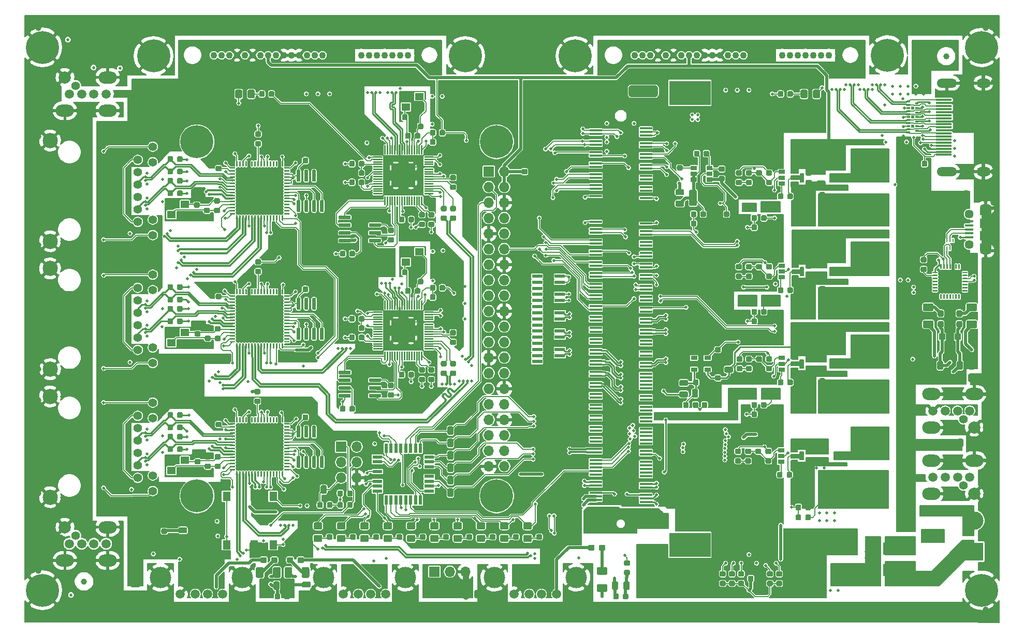
<source format=gbr>
%TF.GenerationSoftware,KiCad,Pcbnew,(5.1.5)-3*%
%TF.CreationDate,2020-11-13T11:58:20+01:00*%
%TF.ProjectId,RpiSecLab,52706953-6563-44c6-9162-2e6b69636164,rev?*%
%TF.SameCoordinates,Original*%
%TF.FileFunction,Copper,L1,Top*%
%TF.FilePolarity,Positive*%
%FSLAX46Y46*%
G04 Gerber Fmt 4.6, Leading zero omitted, Abs format (unit mm)*
G04 Created by KiCad (PCBNEW (5.1.5)-3) date 2020-11-13 11:58:20*
%MOMM*%
%LPD*%
G04 APERTURE LIST*
%ADD10C,1.000000*%
%ADD11C,0.100000*%
%ADD12C,1.100000*%
%ADD13R,5.400000X2.900000*%
%ADD14C,0.800000*%
%ADD15C,5.400000*%
%ADD16R,1.400000X1.200000*%
%ADD17C,0.500000*%
%ADD18R,6.800000X4.000000*%
%ADD19R,2.000000X0.350000*%
%ADD20R,0.250000X0.600000*%
%ADD21R,1.000000X1.000000*%
%ADD22R,0.500000X0.450000*%
%ADD23R,0.500000X0.300000*%
%ADD24R,3.350000X3.350000*%
%ADD25R,1.600000X0.550000*%
%ADD26R,0.550000X1.600000*%
%ADD27R,3.900000X3.900000*%
%ADD28R,1.060000X0.650000*%
%ADD29R,1.700000X1.700000*%
%ADD30O,1.700000X1.700000*%
%ADD31R,2.600000X0.300000*%
%ADD32O,2.300000X1.500000*%
%ADD33O,3.300000X1.500000*%
%ADD34R,1.700000X0.600000*%
%ADD35R,1.900000X1.500000*%
%ADD36C,1.450000*%
%ADD37R,1.350000X0.400000*%
%ADD38O,1.900000X1.200000*%
%ADD39R,1.900000X1.200000*%
%ADD40C,1.400000*%
%ADD41C,2.500000*%
%ADD42C,1.500000*%
%ADD43C,2.000000*%
%ADD44O,3.000000X2.000000*%
%ADD45C,3.500000*%
%ADD46R,3.000000X3.000000*%
%ADD47C,3.000000*%
%ADD48R,1.300000X1.550000*%
%ADD49C,0.500000*%
%ADD50C,0.150000*%
%ADD51C,0.250000*%
%ADD52C,1.000000*%
%ADD53C,0.220000*%
%ADD54C,0.140000*%
%ADD55C,0.300000*%
%ADD56C,0.200000*%
G04 APERTURE END LIST*
D10*
X34140000Y-142060000D03*
X175140000Y-56060000D03*
%TA.AperFunction,SMDPad,CuDef*%
D11*
G36*
X137882691Y-81441053D02*
G01*
X137903926Y-81444203D01*
X137924750Y-81449419D01*
X137944962Y-81456651D01*
X137964368Y-81465830D01*
X137982781Y-81476866D01*
X138000024Y-81489654D01*
X138015930Y-81504070D01*
X138030346Y-81519976D01*
X138043134Y-81537219D01*
X138054170Y-81555632D01*
X138063349Y-81575038D01*
X138070581Y-81595250D01*
X138075797Y-81616074D01*
X138078947Y-81637309D01*
X138080000Y-81658750D01*
X138080000Y-82171250D01*
X138078947Y-82192691D01*
X138075797Y-82213926D01*
X138070581Y-82234750D01*
X138063349Y-82254962D01*
X138054170Y-82274368D01*
X138043134Y-82292781D01*
X138030346Y-82310024D01*
X138015930Y-82325930D01*
X138000024Y-82340346D01*
X137982781Y-82353134D01*
X137964368Y-82364170D01*
X137944962Y-82373349D01*
X137924750Y-82380581D01*
X137903926Y-82385797D01*
X137882691Y-82388947D01*
X137861250Y-82390000D01*
X137423750Y-82390000D01*
X137402309Y-82388947D01*
X137381074Y-82385797D01*
X137360250Y-82380581D01*
X137340038Y-82373349D01*
X137320632Y-82364170D01*
X137302219Y-82353134D01*
X137284976Y-82340346D01*
X137269070Y-82325930D01*
X137254654Y-82310024D01*
X137241866Y-82292781D01*
X137230830Y-82274368D01*
X137221651Y-82254962D01*
X137214419Y-82234750D01*
X137209203Y-82213926D01*
X137206053Y-82192691D01*
X137205000Y-82171250D01*
X137205000Y-81658750D01*
X137206053Y-81637309D01*
X137209203Y-81616074D01*
X137214419Y-81595250D01*
X137221651Y-81575038D01*
X137230830Y-81555632D01*
X137241866Y-81537219D01*
X137254654Y-81519976D01*
X137269070Y-81504070D01*
X137284976Y-81489654D01*
X137302219Y-81476866D01*
X137320632Y-81465830D01*
X137340038Y-81456651D01*
X137360250Y-81449419D01*
X137381074Y-81444203D01*
X137402309Y-81441053D01*
X137423750Y-81440000D01*
X137861250Y-81440000D01*
X137882691Y-81441053D01*
G37*
%TD.AperFunction*%
%TA.AperFunction,SMDPad,CuDef*%
G36*
X139457691Y-81441053D02*
G01*
X139478926Y-81444203D01*
X139499750Y-81449419D01*
X139519962Y-81456651D01*
X139539368Y-81465830D01*
X139557781Y-81476866D01*
X139575024Y-81489654D01*
X139590930Y-81504070D01*
X139605346Y-81519976D01*
X139618134Y-81537219D01*
X139629170Y-81555632D01*
X139638349Y-81575038D01*
X139645581Y-81595250D01*
X139650797Y-81616074D01*
X139653947Y-81637309D01*
X139655000Y-81658750D01*
X139655000Y-82171250D01*
X139653947Y-82192691D01*
X139650797Y-82213926D01*
X139645581Y-82234750D01*
X139638349Y-82254962D01*
X139629170Y-82274368D01*
X139618134Y-82292781D01*
X139605346Y-82310024D01*
X139590930Y-82325930D01*
X139575024Y-82340346D01*
X139557781Y-82353134D01*
X139539368Y-82364170D01*
X139519962Y-82373349D01*
X139499750Y-82380581D01*
X139478926Y-82385797D01*
X139457691Y-82388947D01*
X139436250Y-82390000D01*
X138998750Y-82390000D01*
X138977309Y-82388947D01*
X138956074Y-82385797D01*
X138935250Y-82380581D01*
X138915038Y-82373349D01*
X138895632Y-82364170D01*
X138877219Y-82353134D01*
X138859976Y-82340346D01*
X138844070Y-82325930D01*
X138829654Y-82310024D01*
X138816866Y-82292781D01*
X138805830Y-82274368D01*
X138796651Y-82254962D01*
X138789419Y-82234750D01*
X138784203Y-82213926D01*
X138781053Y-82192691D01*
X138780000Y-82171250D01*
X138780000Y-81658750D01*
X138781053Y-81637309D01*
X138784203Y-81616074D01*
X138789419Y-81595250D01*
X138796651Y-81575038D01*
X138805830Y-81555632D01*
X138816866Y-81537219D01*
X138829654Y-81519976D01*
X138844070Y-81504070D01*
X138859976Y-81489654D01*
X138877219Y-81476866D01*
X138895632Y-81465830D01*
X138915038Y-81456651D01*
X138935250Y-81449419D01*
X138956074Y-81444203D01*
X138977309Y-81441053D01*
X138998750Y-81440000D01*
X139436250Y-81440000D01*
X139457691Y-81441053D01*
G37*
%TD.AperFunction*%
%TA.AperFunction,SMDPad,CuDef*%
G36*
X171727691Y-90521053D02*
G01*
X171748926Y-90524203D01*
X171769750Y-90529419D01*
X171789962Y-90536651D01*
X171809368Y-90545830D01*
X171827781Y-90556866D01*
X171845024Y-90569654D01*
X171860930Y-90584070D01*
X171875346Y-90599976D01*
X171888134Y-90617219D01*
X171899170Y-90635632D01*
X171908349Y-90655038D01*
X171915581Y-90675250D01*
X171920797Y-90696074D01*
X171923947Y-90717309D01*
X171925000Y-90738750D01*
X171925000Y-91176250D01*
X171923947Y-91197691D01*
X171920797Y-91218926D01*
X171915581Y-91239750D01*
X171908349Y-91259962D01*
X171899170Y-91279368D01*
X171888134Y-91297781D01*
X171875346Y-91315024D01*
X171860930Y-91330930D01*
X171845024Y-91345346D01*
X171827781Y-91358134D01*
X171809368Y-91369170D01*
X171789962Y-91378349D01*
X171769750Y-91385581D01*
X171748926Y-91390797D01*
X171727691Y-91393947D01*
X171706250Y-91395000D01*
X171193750Y-91395000D01*
X171172309Y-91393947D01*
X171151074Y-91390797D01*
X171130250Y-91385581D01*
X171110038Y-91378349D01*
X171090632Y-91369170D01*
X171072219Y-91358134D01*
X171054976Y-91345346D01*
X171039070Y-91330930D01*
X171024654Y-91315024D01*
X171011866Y-91297781D01*
X171000830Y-91279368D01*
X170991651Y-91259962D01*
X170984419Y-91239750D01*
X170979203Y-91218926D01*
X170976053Y-91197691D01*
X170975000Y-91176250D01*
X170975000Y-90738750D01*
X170976053Y-90717309D01*
X170979203Y-90696074D01*
X170984419Y-90675250D01*
X170991651Y-90655038D01*
X171000830Y-90635632D01*
X171011866Y-90617219D01*
X171024654Y-90599976D01*
X171039070Y-90584070D01*
X171054976Y-90569654D01*
X171072219Y-90556866D01*
X171090632Y-90545830D01*
X171110038Y-90536651D01*
X171130250Y-90529419D01*
X171151074Y-90524203D01*
X171172309Y-90521053D01*
X171193750Y-90520000D01*
X171706250Y-90520000D01*
X171727691Y-90521053D01*
G37*
%TD.AperFunction*%
%TA.AperFunction,SMDPad,CuDef*%
G36*
X171727691Y-88946053D02*
G01*
X171748926Y-88949203D01*
X171769750Y-88954419D01*
X171789962Y-88961651D01*
X171809368Y-88970830D01*
X171827781Y-88981866D01*
X171845024Y-88994654D01*
X171860930Y-89009070D01*
X171875346Y-89024976D01*
X171888134Y-89042219D01*
X171899170Y-89060632D01*
X171908349Y-89080038D01*
X171915581Y-89100250D01*
X171920797Y-89121074D01*
X171923947Y-89142309D01*
X171925000Y-89163750D01*
X171925000Y-89601250D01*
X171923947Y-89622691D01*
X171920797Y-89643926D01*
X171915581Y-89664750D01*
X171908349Y-89684962D01*
X171899170Y-89704368D01*
X171888134Y-89722781D01*
X171875346Y-89740024D01*
X171860930Y-89755930D01*
X171845024Y-89770346D01*
X171827781Y-89783134D01*
X171809368Y-89794170D01*
X171789962Y-89803349D01*
X171769750Y-89810581D01*
X171748926Y-89815797D01*
X171727691Y-89818947D01*
X171706250Y-89820000D01*
X171193750Y-89820000D01*
X171172309Y-89818947D01*
X171151074Y-89815797D01*
X171130250Y-89810581D01*
X171110038Y-89803349D01*
X171090632Y-89794170D01*
X171072219Y-89783134D01*
X171054976Y-89770346D01*
X171039070Y-89755930D01*
X171024654Y-89740024D01*
X171011866Y-89722781D01*
X171000830Y-89704368D01*
X170991651Y-89684962D01*
X170984419Y-89664750D01*
X170979203Y-89643926D01*
X170976053Y-89622691D01*
X170975000Y-89601250D01*
X170975000Y-89163750D01*
X170976053Y-89142309D01*
X170979203Y-89121074D01*
X170984419Y-89100250D01*
X170991651Y-89080038D01*
X171000830Y-89060632D01*
X171011866Y-89042219D01*
X171024654Y-89024976D01*
X171039070Y-89009070D01*
X171054976Y-88994654D01*
X171072219Y-88981866D01*
X171090632Y-88970830D01*
X171110038Y-88961651D01*
X171130250Y-88954419D01*
X171151074Y-88949203D01*
X171172309Y-88946053D01*
X171193750Y-88945000D01*
X171706250Y-88945000D01*
X171727691Y-88946053D01*
G37*
%TD.AperFunction*%
%TA.AperFunction,SMDPad,CuDef*%
G36*
X171842691Y-73186053D02*
G01*
X171863926Y-73189203D01*
X171884750Y-73194419D01*
X171904962Y-73201651D01*
X171924368Y-73210830D01*
X171942781Y-73221866D01*
X171960024Y-73234654D01*
X171975930Y-73249070D01*
X171990346Y-73264976D01*
X172003134Y-73282219D01*
X172014170Y-73300632D01*
X172023349Y-73320038D01*
X172030581Y-73340250D01*
X172035797Y-73361074D01*
X172038947Y-73382309D01*
X172040000Y-73403750D01*
X172040000Y-73916250D01*
X172038947Y-73937691D01*
X172035797Y-73958926D01*
X172030581Y-73979750D01*
X172023349Y-73999962D01*
X172014170Y-74019368D01*
X172003134Y-74037781D01*
X171990346Y-74055024D01*
X171975930Y-74070930D01*
X171960024Y-74085346D01*
X171942781Y-74098134D01*
X171924368Y-74109170D01*
X171904962Y-74118349D01*
X171884750Y-74125581D01*
X171863926Y-74130797D01*
X171842691Y-74133947D01*
X171821250Y-74135000D01*
X171383750Y-74135000D01*
X171362309Y-74133947D01*
X171341074Y-74130797D01*
X171320250Y-74125581D01*
X171300038Y-74118349D01*
X171280632Y-74109170D01*
X171262219Y-74098134D01*
X171244976Y-74085346D01*
X171229070Y-74070930D01*
X171214654Y-74055024D01*
X171201866Y-74037781D01*
X171190830Y-74019368D01*
X171181651Y-73999962D01*
X171174419Y-73979750D01*
X171169203Y-73958926D01*
X171166053Y-73937691D01*
X171165000Y-73916250D01*
X171165000Y-73403750D01*
X171166053Y-73382309D01*
X171169203Y-73361074D01*
X171174419Y-73340250D01*
X171181651Y-73320038D01*
X171190830Y-73300632D01*
X171201866Y-73282219D01*
X171214654Y-73264976D01*
X171229070Y-73249070D01*
X171244976Y-73234654D01*
X171262219Y-73221866D01*
X171280632Y-73210830D01*
X171300038Y-73201651D01*
X171320250Y-73194419D01*
X171341074Y-73189203D01*
X171362309Y-73186053D01*
X171383750Y-73185000D01*
X171821250Y-73185000D01*
X171842691Y-73186053D01*
G37*
%TD.AperFunction*%
%TA.AperFunction,SMDPad,CuDef*%
G36*
X170267691Y-73186053D02*
G01*
X170288926Y-73189203D01*
X170309750Y-73194419D01*
X170329962Y-73201651D01*
X170349368Y-73210830D01*
X170367781Y-73221866D01*
X170385024Y-73234654D01*
X170400930Y-73249070D01*
X170415346Y-73264976D01*
X170428134Y-73282219D01*
X170439170Y-73300632D01*
X170448349Y-73320038D01*
X170455581Y-73340250D01*
X170460797Y-73361074D01*
X170463947Y-73382309D01*
X170465000Y-73403750D01*
X170465000Y-73916250D01*
X170463947Y-73937691D01*
X170460797Y-73958926D01*
X170455581Y-73979750D01*
X170448349Y-73999962D01*
X170439170Y-74019368D01*
X170428134Y-74037781D01*
X170415346Y-74055024D01*
X170400930Y-74070930D01*
X170385024Y-74085346D01*
X170367781Y-74098134D01*
X170349368Y-74109170D01*
X170329962Y-74118349D01*
X170309750Y-74125581D01*
X170288926Y-74130797D01*
X170267691Y-74133947D01*
X170246250Y-74135000D01*
X169808750Y-74135000D01*
X169787309Y-74133947D01*
X169766074Y-74130797D01*
X169745250Y-74125581D01*
X169725038Y-74118349D01*
X169705632Y-74109170D01*
X169687219Y-74098134D01*
X169669976Y-74085346D01*
X169654070Y-74070930D01*
X169639654Y-74055024D01*
X169626866Y-74037781D01*
X169615830Y-74019368D01*
X169606651Y-73999962D01*
X169599419Y-73979750D01*
X169594203Y-73958926D01*
X169591053Y-73937691D01*
X169590000Y-73916250D01*
X169590000Y-73403750D01*
X169591053Y-73382309D01*
X169594203Y-73361074D01*
X169599419Y-73340250D01*
X169606651Y-73320038D01*
X169615830Y-73300632D01*
X169626866Y-73282219D01*
X169639654Y-73264976D01*
X169654070Y-73249070D01*
X169669976Y-73234654D01*
X169687219Y-73221866D01*
X169705632Y-73210830D01*
X169725038Y-73201651D01*
X169745250Y-73194419D01*
X169766074Y-73189203D01*
X169787309Y-73186053D01*
X169808750Y-73185000D01*
X170246250Y-73185000D01*
X170267691Y-73186053D01*
G37*
%TD.AperFunction*%
D12*
X87122000Y-55880000D03*
X85852000Y-55880000D03*
X84582000Y-55880000D03*
X83312000Y-55880000D03*
X82042000Y-55880000D03*
X80772000Y-55880000D03*
X79502000Y-55880000D03*
X73152000Y-55880000D03*
X71882000Y-55880000D03*
X70612000Y-55880000D03*
X69342000Y-55880000D03*
X68072000Y-55880000D03*
X66802000Y-55880000D03*
X65532000Y-55880000D03*
X64262000Y-55880000D03*
X62992000Y-55880000D03*
X61722000Y-55880000D03*
X60452000Y-55880000D03*
X59182000Y-55880000D03*
X57912000Y-55880000D03*
X56642000Y-55880000D03*
X55372000Y-55880000D03*
%TA.AperFunction,SMDPad,CuDef*%
D11*
G36*
X94326142Y-120713174D02*
G01*
X94349803Y-120716684D01*
X94373007Y-120722496D01*
X94395529Y-120730554D01*
X94417153Y-120740782D01*
X94437670Y-120753079D01*
X94456883Y-120767329D01*
X94474607Y-120783393D01*
X94490671Y-120801117D01*
X94504921Y-120820330D01*
X94517218Y-120840847D01*
X94527446Y-120862471D01*
X94535504Y-120884993D01*
X94541316Y-120908197D01*
X94544826Y-120931858D01*
X94546000Y-120955750D01*
X94546000Y-121868250D01*
X94544826Y-121892142D01*
X94541316Y-121915803D01*
X94535504Y-121939007D01*
X94527446Y-121961529D01*
X94517218Y-121983153D01*
X94504921Y-122003670D01*
X94490671Y-122022883D01*
X94474607Y-122040607D01*
X94456883Y-122056671D01*
X94437670Y-122070921D01*
X94417153Y-122083218D01*
X94395529Y-122093446D01*
X94373007Y-122101504D01*
X94349803Y-122107316D01*
X94326142Y-122110826D01*
X94302250Y-122112000D01*
X93814750Y-122112000D01*
X93790858Y-122110826D01*
X93767197Y-122107316D01*
X93743993Y-122101504D01*
X93721471Y-122093446D01*
X93699847Y-122083218D01*
X93679330Y-122070921D01*
X93660117Y-122056671D01*
X93642393Y-122040607D01*
X93626329Y-122022883D01*
X93612079Y-122003670D01*
X93599782Y-121983153D01*
X93589554Y-121961529D01*
X93581496Y-121939007D01*
X93575684Y-121915803D01*
X93572174Y-121892142D01*
X93571000Y-121868250D01*
X93571000Y-120955750D01*
X93572174Y-120931858D01*
X93575684Y-120908197D01*
X93581496Y-120884993D01*
X93589554Y-120862471D01*
X93599782Y-120840847D01*
X93612079Y-120820330D01*
X93626329Y-120801117D01*
X93642393Y-120783393D01*
X93660117Y-120767329D01*
X93679330Y-120753079D01*
X93699847Y-120740782D01*
X93721471Y-120730554D01*
X93743993Y-120722496D01*
X93767197Y-120716684D01*
X93790858Y-120713174D01*
X93814750Y-120712000D01*
X94302250Y-120712000D01*
X94326142Y-120713174D01*
G37*
%TD.AperFunction*%
%TA.AperFunction,SMDPad,CuDef*%
G36*
X96201142Y-120713174D02*
G01*
X96224803Y-120716684D01*
X96248007Y-120722496D01*
X96270529Y-120730554D01*
X96292153Y-120740782D01*
X96312670Y-120753079D01*
X96331883Y-120767329D01*
X96349607Y-120783393D01*
X96365671Y-120801117D01*
X96379921Y-120820330D01*
X96392218Y-120840847D01*
X96402446Y-120862471D01*
X96410504Y-120884993D01*
X96416316Y-120908197D01*
X96419826Y-120931858D01*
X96421000Y-120955750D01*
X96421000Y-121868250D01*
X96419826Y-121892142D01*
X96416316Y-121915803D01*
X96410504Y-121939007D01*
X96402446Y-121961529D01*
X96392218Y-121983153D01*
X96379921Y-122003670D01*
X96365671Y-122022883D01*
X96349607Y-122040607D01*
X96331883Y-122056671D01*
X96312670Y-122070921D01*
X96292153Y-122083218D01*
X96270529Y-122093446D01*
X96248007Y-122101504D01*
X96224803Y-122107316D01*
X96201142Y-122110826D01*
X96177250Y-122112000D01*
X95689750Y-122112000D01*
X95665858Y-122110826D01*
X95642197Y-122107316D01*
X95618993Y-122101504D01*
X95596471Y-122093446D01*
X95574847Y-122083218D01*
X95554330Y-122070921D01*
X95535117Y-122056671D01*
X95517393Y-122040607D01*
X95501329Y-122022883D01*
X95487079Y-122003670D01*
X95474782Y-121983153D01*
X95464554Y-121961529D01*
X95456496Y-121939007D01*
X95450684Y-121915803D01*
X95447174Y-121892142D01*
X95446000Y-121868250D01*
X95446000Y-120955750D01*
X95447174Y-120931858D01*
X95450684Y-120908197D01*
X95456496Y-120884993D01*
X95464554Y-120862471D01*
X95474782Y-120840847D01*
X95487079Y-120820330D01*
X95501329Y-120801117D01*
X95517393Y-120783393D01*
X95535117Y-120767329D01*
X95554330Y-120753079D01*
X95574847Y-120740782D01*
X95596471Y-120730554D01*
X95618993Y-120722496D01*
X95642197Y-120716684D01*
X95665858Y-120713174D01*
X95689750Y-120712000D01*
X96177250Y-120712000D01*
X96201142Y-120713174D01*
G37*
%TD.AperFunction*%
D13*
X162560000Y-128040000D03*
X162560000Y-118340000D03*
%TA.AperFunction,SMDPad,CuDef*%
D11*
G36*
X143419891Y-141131053D02*
G01*
X143441126Y-141134203D01*
X143461950Y-141139419D01*
X143482162Y-141146651D01*
X143501568Y-141155830D01*
X143519981Y-141166866D01*
X143537224Y-141179654D01*
X143553130Y-141194070D01*
X143567546Y-141209976D01*
X143580334Y-141227219D01*
X143591370Y-141245632D01*
X143600549Y-141265038D01*
X143607781Y-141285250D01*
X143612997Y-141306074D01*
X143616147Y-141327309D01*
X143617200Y-141348750D01*
X143617200Y-141861250D01*
X143616147Y-141882691D01*
X143612997Y-141903926D01*
X143607781Y-141924750D01*
X143600549Y-141944962D01*
X143591370Y-141964368D01*
X143580334Y-141982781D01*
X143567546Y-142000024D01*
X143553130Y-142015930D01*
X143537224Y-142030346D01*
X143519981Y-142043134D01*
X143501568Y-142054170D01*
X143482162Y-142063349D01*
X143461950Y-142070581D01*
X143441126Y-142075797D01*
X143419891Y-142078947D01*
X143398450Y-142080000D01*
X142960950Y-142080000D01*
X142939509Y-142078947D01*
X142918274Y-142075797D01*
X142897450Y-142070581D01*
X142877238Y-142063349D01*
X142857832Y-142054170D01*
X142839419Y-142043134D01*
X142822176Y-142030346D01*
X142806270Y-142015930D01*
X142791854Y-142000024D01*
X142779066Y-141982781D01*
X142768030Y-141964368D01*
X142758851Y-141944962D01*
X142751619Y-141924750D01*
X142746403Y-141903926D01*
X142743253Y-141882691D01*
X142742200Y-141861250D01*
X142742200Y-141348750D01*
X142743253Y-141327309D01*
X142746403Y-141306074D01*
X142751619Y-141285250D01*
X142758851Y-141265038D01*
X142768030Y-141245632D01*
X142779066Y-141227219D01*
X142791854Y-141209976D01*
X142806270Y-141194070D01*
X142822176Y-141179654D01*
X142839419Y-141166866D01*
X142857832Y-141155830D01*
X142877238Y-141146651D01*
X142897450Y-141139419D01*
X142918274Y-141134203D01*
X142939509Y-141131053D01*
X142960950Y-141130000D01*
X143398450Y-141130000D01*
X143419891Y-141131053D01*
G37*
%TD.AperFunction*%
%TA.AperFunction,SMDPad,CuDef*%
G36*
X144994891Y-141131053D02*
G01*
X145016126Y-141134203D01*
X145036950Y-141139419D01*
X145057162Y-141146651D01*
X145076568Y-141155830D01*
X145094981Y-141166866D01*
X145112224Y-141179654D01*
X145128130Y-141194070D01*
X145142546Y-141209976D01*
X145155334Y-141227219D01*
X145166370Y-141245632D01*
X145175549Y-141265038D01*
X145182781Y-141285250D01*
X145187997Y-141306074D01*
X145191147Y-141327309D01*
X145192200Y-141348750D01*
X145192200Y-141861250D01*
X145191147Y-141882691D01*
X145187997Y-141903926D01*
X145182781Y-141924750D01*
X145175549Y-141944962D01*
X145166370Y-141964368D01*
X145155334Y-141982781D01*
X145142546Y-142000024D01*
X145128130Y-142015930D01*
X145112224Y-142030346D01*
X145094981Y-142043134D01*
X145076568Y-142054170D01*
X145057162Y-142063349D01*
X145036950Y-142070581D01*
X145016126Y-142075797D01*
X144994891Y-142078947D01*
X144973450Y-142080000D01*
X144535950Y-142080000D01*
X144514509Y-142078947D01*
X144493274Y-142075797D01*
X144472450Y-142070581D01*
X144452238Y-142063349D01*
X144432832Y-142054170D01*
X144414419Y-142043134D01*
X144397176Y-142030346D01*
X144381270Y-142015930D01*
X144366854Y-142000024D01*
X144354066Y-141982781D01*
X144343030Y-141964368D01*
X144333851Y-141944962D01*
X144326619Y-141924750D01*
X144321403Y-141903926D01*
X144318253Y-141882691D01*
X144317200Y-141861250D01*
X144317200Y-141348750D01*
X144318253Y-141327309D01*
X144321403Y-141306074D01*
X144326619Y-141285250D01*
X144333851Y-141265038D01*
X144343030Y-141245632D01*
X144354066Y-141227219D01*
X144366854Y-141209976D01*
X144381270Y-141194070D01*
X144397176Y-141179654D01*
X144414419Y-141166866D01*
X144432832Y-141155830D01*
X144452238Y-141146651D01*
X144472450Y-141139419D01*
X144493274Y-141134203D01*
X144514509Y-141131053D01*
X144535950Y-141130000D01*
X144973450Y-141130000D01*
X144994891Y-141131053D01*
G37*
%TD.AperFunction*%
%TA.AperFunction,SMDPad,CuDef*%
G36*
X138860091Y-141956053D02*
G01*
X138881326Y-141959203D01*
X138902150Y-141964419D01*
X138922362Y-141971651D01*
X138941768Y-141980830D01*
X138960181Y-141991866D01*
X138977424Y-142004654D01*
X138993330Y-142019070D01*
X139007746Y-142034976D01*
X139020534Y-142052219D01*
X139031570Y-142070632D01*
X139040749Y-142090038D01*
X139047981Y-142110250D01*
X139053197Y-142131074D01*
X139056347Y-142152309D01*
X139057400Y-142173750D01*
X139057400Y-142611250D01*
X139056347Y-142632691D01*
X139053197Y-142653926D01*
X139047981Y-142674750D01*
X139040749Y-142694962D01*
X139031570Y-142714368D01*
X139020534Y-142732781D01*
X139007746Y-142750024D01*
X138993330Y-142765930D01*
X138977424Y-142780346D01*
X138960181Y-142793134D01*
X138941768Y-142804170D01*
X138922362Y-142813349D01*
X138902150Y-142820581D01*
X138881326Y-142825797D01*
X138860091Y-142828947D01*
X138838650Y-142830000D01*
X138326150Y-142830000D01*
X138304709Y-142828947D01*
X138283474Y-142825797D01*
X138262650Y-142820581D01*
X138242438Y-142813349D01*
X138223032Y-142804170D01*
X138204619Y-142793134D01*
X138187376Y-142780346D01*
X138171470Y-142765930D01*
X138157054Y-142750024D01*
X138144266Y-142732781D01*
X138133230Y-142714368D01*
X138124051Y-142694962D01*
X138116819Y-142674750D01*
X138111603Y-142653926D01*
X138108453Y-142632691D01*
X138107400Y-142611250D01*
X138107400Y-142173750D01*
X138108453Y-142152309D01*
X138111603Y-142131074D01*
X138116819Y-142110250D01*
X138124051Y-142090038D01*
X138133230Y-142070632D01*
X138144266Y-142052219D01*
X138157054Y-142034976D01*
X138171470Y-142019070D01*
X138187376Y-142004654D01*
X138204619Y-141991866D01*
X138223032Y-141980830D01*
X138242438Y-141971651D01*
X138262650Y-141964419D01*
X138283474Y-141959203D01*
X138304709Y-141956053D01*
X138326150Y-141955000D01*
X138838650Y-141955000D01*
X138860091Y-141956053D01*
G37*
%TD.AperFunction*%
%TA.AperFunction,SMDPad,CuDef*%
G36*
X138860091Y-140381053D02*
G01*
X138881326Y-140384203D01*
X138902150Y-140389419D01*
X138922362Y-140396651D01*
X138941768Y-140405830D01*
X138960181Y-140416866D01*
X138977424Y-140429654D01*
X138993330Y-140444070D01*
X139007746Y-140459976D01*
X139020534Y-140477219D01*
X139031570Y-140495632D01*
X139040749Y-140515038D01*
X139047981Y-140535250D01*
X139053197Y-140556074D01*
X139056347Y-140577309D01*
X139057400Y-140598750D01*
X139057400Y-141036250D01*
X139056347Y-141057691D01*
X139053197Y-141078926D01*
X139047981Y-141099750D01*
X139040749Y-141119962D01*
X139031570Y-141139368D01*
X139020534Y-141157781D01*
X139007746Y-141175024D01*
X138993330Y-141190930D01*
X138977424Y-141205346D01*
X138960181Y-141218134D01*
X138941768Y-141229170D01*
X138922362Y-141238349D01*
X138902150Y-141245581D01*
X138881326Y-141250797D01*
X138860091Y-141253947D01*
X138838650Y-141255000D01*
X138326150Y-141255000D01*
X138304709Y-141253947D01*
X138283474Y-141250797D01*
X138262650Y-141245581D01*
X138242438Y-141238349D01*
X138223032Y-141229170D01*
X138204619Y-141218134D01*
X138187376Y-141205346D01*
X138171470Y-141190930D01*
X138157054Y-141175024D01*
X138144266Y-141157781D01*
X138133230Y-141139368D01*
X138124051Y-141119962D01*
X138116819Y-141099750D01*
X138111603Y-141078926D01*
X138108453Y-141057691D01*
X138107400Y-141036250D01*
X138107400Y-140598750D01*
X138108453Y-140577309D01*
X138111603Y-140556074D01*
X138116819Y-140535250D01*
X138124051Y-140515038D01*
X138133230Y-140495632D01*
X138144266Y-140477219D01*
X138157054Y-140459976D01*
X138171470Y-140444070D01*
X138187376Y-140429654D01*
X138204619Y-140416866D01*
X138223032Y-140405830D01*
X138242438Y-140396651D01*
X138262650Y-140389419D01*
X138283474Y-140384203D01*
X138304709Y-140381053D01*
X138326150Y-140380000D01*
X138838650Y-140380000D01*
X138860091Y-140381053D01*
G37*
%TD.AperFunction*%
D14*
X166931891Y-54448109D03*
X165500000Y-53855000D03*
X164068109Y-54448109D03*
X163475000Y-55880000D03*
X164068109Y-57311891D03*
X165500000Y-57905000D03*
X166931891Y-57311891D03*
X167525000Y-55880000D03*
D15*
X165500000Y-55880000D03*
D14*
X115931891Y-54568109D03*
X114500000Y-53975000D03*
X113068109Y-54568109D03*
X112475000Y-56000000D03*
X113068109Y-57431891D03*
X114500000Y-58025000D03*
X115931891Y-57431891D03*
X116525000Y-56000000D03*
D15*
X114500000Y-56000000D03*
D14*
X97931891Y-54568109D03*
X96500000Y-53975000D03*
X95068109Y-54568109D03*
X94475000Y-56000000D03*
X95068109Y-57431891D03*
X96500000Y-58025000D03*
X97931891Y-57431891D03*
X98525000Y-56000000D03*
D15*
X96500000Y-56000000D03*
D14*
X46931891Y-54568109D03*
X45500000Y-53975000D03*
X44068109Y-54568109D03*
X43475000Y-56000000D03*
X44068109Y-57431891D03*
X45500000Y-58025000D03*
X46931891Y-57431891D03*
X47525000Y-56000000D03*
D15*
X45500000Y-56000000D03*
D16*
X50630000Y-80303000D03*
X48430000Y-80303000D03*
X48430000Y-82003000D03*
X50630000Y-82003000D03*
%TA.AperFunction,SMDPad,CuDef*%
D11*
G36*
X52855691Y-78405053D02*
G01*
X52876926Y-78408203D01*
X52897750Y-78413419D01*
X52917962Y-78420651D01*
X52937368Y-78429830D01*
X52955781Y-78440866D01*
X52973024Y-78453654D01*
X52988930Y-78468070D01*
X53003346Y-78483976D01*
X53016134Y-78501219D01*
X53027170Y-78519632D01*
X53036349Y-78539038D01*
X53043581Y-78559250D01*
X53048797Y-78580074D01*
X53051947Y-78601309D01*
X53053000Y-78622750D01*
X53053000Y-79060250D01*
X53051947Y-79081691D01*
X53048797Y-79102926D01*
X53043581Y-79123750D01*
X53036349Y-79143962D01*
X53027170Y-79163368D01*
X53016134Y-79181781D01*
X53003346Y-79199024D01*
X52988930Y-79214930D01*
X52973024Y-79229346D01*
X52955781Y-79242134D01*
X52937368Y-79253170D01*
X52917962Y-79262349D01*
X52897750Y-79269581D01*
X52876926Y-79274797D01*
X52855691Y-79277947D01*
X52834250Y-79279000D01*
X52321750Y-79279000D01*
X52300309Y-79277947D01*
X52279074Y-79274797D01*
X52258250Y-79269581D01*
X52238038Y-79262349D01*
X52218632Y-79253170D01*
X52200219Y-79242134D01*
X52182976Y-79229346D01*
X52167070Y-79214930D01*
X52152654Y-79199024D01*
X52139866Y-79181781D01*
X52128830Y-79163368D01*
X52119651Y-79143962D01*
X52112419Y-79123750D01*
X52107203Y-79102926D01*
X52104053Y-79081691D01*
X52103000Y-79060250D01*
X52103000Y-78622750D01*
X52104053Y-78601309D01*
X52107203Y-78580074D01*
X52112419Y-78559250D01*
X52119651Y-78539038D01*
X52128830Y-78519632D01*
X52139866Y-78501219D01*
X52152654Y-78483976D01*
X52167070Y-78468070D01*
X52182976Y-78453654D01*
X52200219Y-78440866D01*
X52218632Y-78429830D01*
X52238038Y-78420651D01*
X52258250Y-78413419D01*
X52279074Y-78408203D01*
X52300309Y-78405053D01*
X52321750Y-78404000D01*
X52834250Y-78404000D01*
X52855691Y-78405053D01*
G37*
%TD.AperFunction*%
%TA.AperFunction,SMDPad,CuDef*%
G36*
X52855691Y-79980053D02*
G01*
X52876926Y-79983203D01*
X52897750Y-79988419D01*
X52917962Y-79995651D01*
X52937368Y-80004830D01*
X52955781Y-80015866D01*
X52973024Y-80028654D01*
X52988930Y-80043070D01*
X53003346Y-80058976D01*
X53016134Y-80076219D01*
X53027170Y-80094632D01*
X53036349Y-80114038D01*
X53043581Y-80134250D01*
X53048797Y-80155074D01*
X53051947Y-80176309D01*
X53053000Y-80197750D01*
X53053000Y-80635250D01*
X53051947Y-80656691D01*
X53048797Y-80677926D01*
X53043581Y-80698750D01*
X53036349Y-80718962D01*
X53027170Y-80738368D01*
X53016134Y-80756781D01*
X53003346Y-80774024D01*
X52988930Y-80789930D01*
X52973024Y-80804346D01*
X52955781Y-80817134D01*
X52937368Y-80828170D01*
X52917962Y-80837349D01*
X52897750Y-80844581D01*
X52876926Y-80849797D01*
X52855691Y-80852947D01*
X52834250Y-80854000D01*
X52321750Y-80854000D01*
X52300309Y-80852947D01*
X52279074Y-80849797D01*
X52258250Y-80844581D01*
X52238038Y-80837349D01*
X52218632Y-80828170D01*
X52200219Y-80817134D01*
X52182976Y-80804346D01*
X52167070Y-80789930D01*
X52152654Y-80774024D01*
X52139866Y-80756781D01*
X52128830Y-80738368D01*
X52119651Y-80718962D01*
X52112419Y-80698750D01*
X52107203Y-80677926D01*
X52104053Y-80656691D01*
X52103000Y-80635250D01*
X52103000Y-80197750D01*
X52104053Y-80176309D01*
X52107203Y-80155074D01*
X52112419Y-80134250D01*
X52119651Y-80114038D01*
X52128830Y-80094632D01*
X52139866Y-80076219D01*
X52152654Y-80058976D01*
X52167070Y-80043070D01*
X52182976Y-80028654D01*
X52200219Y-80015866D01*
X52218632Y-80004830D01*
X52238038Y-79995651D01*
X52258250Y-79988419D01*
X52279074Y-79983203D01*
X52300309Y-79980053D01*
X52321750Y-79979000D01*
X52834250Y-79979000D01*
X52855691Y-79980053D01*
G37*
%TD.AperFunction*%
%TA.AperFunction,SMDPad,CuDef*%
G36*
X58808626Y-81730301D02*
G01*
X58814693Y-81731201D01*
X58820643Y-81732691D01*
X58826418Y-81734758D01*
X58831962Y-81737380D01*
X58837223Y-81740533D01*
X58842150Y-81744187D01*
X58846694Y-81748306D01*
X58850813Y-81752850D01*
X58854467Y-81757777D01*
X58857620Y-81763038D01*
X58860242Y-81768582D01*
X58862309Y-81774357D01*
X58863799Y-81780307D01*
X58864699Y-81786374D01*
X58865000Y-81792500D01*
X58865000Y-81917500D01*
X58864699Y-81923626D01*
X58863799Y-81929693D01*
X58862309Y-81935643D01*
X58860242Y-81941418D01*
X58857620Y-81946962D01*
X58854467Y-81952223D01*
X58850813Y-81957150D01*
X58846694Y-81961694D01*
X58842150Y-81965813D01*
X58837223Y-81969467D01*
X58831962Y-81972620D01*
X58826418Y-81975242D01*
X58820643Y-81977309D01*
X58814693Y-81978799D01*
X58808626Y-81979699D01*
X58802500Y-81980000D01*
X58052500Y-81980000D01*
X58046374Y-81979699D01*
X58040307Y-81978799D01*
X58034357Y-81977309D01*
X58028582Y-81975242D01*
X58023038Y-81972620D01*
X58017777Y-81969467D01*
X58012850Y-81965813D01*
X58008306Y-81961694D01*
X58004187Y-81957150D01*
X58000533Y-81952223D01*
X57997380Y-81946962D01*
X57994758Y-81941418D01*
X57992691Y-81935643D01*
X57991201Y-81929693D01*
X57990301Y-81923626D01*
X57990000Y-81917500D01*
X57990000Y-81792500D01*
X57990301Y-81786374D01*
X57991201Y-81780307D01*
X57992691Y-81774357D01*
X57994758Y-81768582D01*
X57997380Y-81763038D01*
X58000533Y-81757777D01*
X58004187Y-81752850D01*
X58008306Y-81748306D01*
X58012850Y-81744187D01*
X58017777Y-81740533D01*
X58023038Y-81737380D01*
X58028582Y-81734758D01*
X58034357Y-81732691D01*
X58040307Y-81731201D01*
X58046374Y-81730301D01*
X58052500Y-81730000D01*
X58802500Y-81730000D01*
X58808626Y-81730301D01*
G37*
%TD.AperFunction*%
%TA.AperFunction,SMDPad,CuDef*%
G36*
X58808626Y-81230301D02*
G01*
X58814693Y-81231201D01*
X58820643Y-81232691D01*
X58826418Y-81234758D01*
X58831962Y-81237380D01*
X58837223Y-81240533D01*
X58842150Y-81244187D01*
X58846694Y-81248306D01*
X58850813Y-81252850D01*
X58854467Y-81257777D01*
X58857620Y-81263038D01*
X58860242Y-81268582D01*
X58862309Y-81274357D01*
X58863799Y-81280307D01*
X58864699Y-81286374D01*
X58865000Y-81292500D01*
X58865000Y-81417500D01*
X58864699Y-81423626D01*
X58863799Y-81429693D01*
X58862309Y-81435643D01*
X58860242Y-81441418D01*
X58857620Y-81446962D01*
X58854467Y-81452223D01*
X58850813Y-81457150D01*
X58846694Y-81461694D01*
X58842150Y-81465813D01*
X58837223Y-81469467D01*
X58831962Y-81472620D01*
X58826418Y-81475242D01*
X58820643Y-81477309D01*
X58814693Y-81478799D01*
X58808626Y-81479699D01*
X58802500Y-81480000D01*
X58052500Y-81480000D01*
X58046374Y-81479699D01*
X58040307Y-81478799D01*
X58034357Y-81477309D01*
X58028582Y-81475242D01*
X58023038Y-81472620D01*
X58017777Y-81469467D01*
X58012850Y-81465813D01*
X58008306Y-81461694D01*
X58004187Y-81457150D01*
X58000533Y-81452223D01*
X57997380Y-81446962D01*
X57994758Y-81441418D01*
X57992691Y-81435643D01*
X57991201Y-81429693D01*
X57990301Y-81423626D01*
X57990000Y-81417500D01*
X57990000Y-81292500D01*
X57990301Y-81286374D01*
X57991201Y-81280307D01*
X57992691Y-81274357D01*
X57994758Y-81268582D01*
X57997380Y-81263038D01*
X58000533Y-81257777D01*
X58004187Y-81252850D01*
X58008306Y-81248306D01*
X58012850Y-81244187D01*
X58017777Y-81240533D01*
X58023038Y-81237380D01*
X58028582Y-81234758D01*
X58034357Y-81232691D01*
X58040307Y-81231201D01*
X58046374Y-81230301D01*
X58052500Y-81230000D01*
X58802500Y-81230000D01*
X58808626Y-81230301D01*
G37*
%TD.AperFunction*%
%TA.AperFunction,SMDPad,CuDef*%
G36*
X58808626Y-80730301D02*
G01*
X58814693Y-80731201D01*
X58820643Y-80732691D01*
X58826418Y-80734758D01*
X58831962Y-80737380D01*
X58837223Y-80740533D01*
X58842150Y-80744187D01*
X58846694Y-80748306D01*
X58850813Y-80752850D01*
X58854467Y-80757777D01*
X58857620Y-80763038D01*
X58860242Y-80768582D01*
X58862309Y-80774357D01*
X58863799Y-80780307D01*
X58864699Y-80786374D01*
X58865000Y-80792500D01*
X58865000Y-80917500D01*
X58864699Y-80923626D01*
X58863799Y-80929693D01*
X58862309Y-80935643D01*
X58860242Y-80941418D01*
X58857620Y-80946962D01*
X58854467Y-80952223D01*
X58850813Y-80957150D01*
X58846694Y-80961694D01*
X58842150Y-80965813D01*
X58837223Y-80969467D01*
X58831962Y-80972620D01*
X58826418Y-80975242D01*
X58820643Y-80977309D01*
X58814693Y-80978799D01*
X58808626Y-80979699D01*
X58802500Y-80980000D01*
X58052500Y-80980000D01*
X58046374Y-80979699D01*
X58040307Y-80978799D01*
X58034357Y-80977309D01*
X58028582Y-80975242D01*
X58023038Y-80972620D01*
X58017777Y-80969467D01*
X58012850Y-80965813D01*
X58008306Y-80961694D01*
X58004187Y-80957150D01*
X58000533Y-80952223D01*
X57997380Y-80946962D01*
X57994758Y-80941418D01*
X57992691Y-80935643D01*
X57991201Y-80929693D01*
X57990301Y-80923626D01*
X57990000Y-80917500D01*
X57990000Y-80792500D01*
X57990301Y-80786374D01*
X57991201Y-80780307D01*
X57992691Y-80774357D01*
X57994758Y-80768582D01*
X57997380Y-80763038D01*
X58000533Y-80757777D01*
X58004187Y-80752850D01*
X58008306Y-80748306D01*
X58012850Y-80744187D01*
X58017777Y-80740533D01*
X58023038Y-80737380D01*
X58028582Y-80734758D01*
X58034357Y-80732691D01*
X58040307Y-80731201D01*
X58046374Y-80730301D01*
X58052500Y-80730000D01*
X58802500Y-80730000D01*
X58808626Y-80730301D01*
G37*
%TD.AperFunction*%
%TA.AperFunction,SMDPad,CuDef*%
G36*
X58808626Y-80230301D02*
G01*
X58814693Y-80231201D01*
X58820643Y-80232691D01*
X58826418Y-80234758D01*
X58831962Y-80237380D01*
X58837223Y-80240533D01*
X58842150Y-80244187D01*
X58846694Y-80248306D01*
X58850813Y-80252850D01*
X58854467Y-80257777D01*
X58857620Y-80263038D01*
X58860242Y-80268582D01*
X58862309Y-80274357D01*
X58863799Y-80280307D01*
X58864699Y-80286374D01*
X58865000Y-80292500D01*
X58865000Y-80417500D01*
X58864699Y-80423626D01*
X58863799Y-80429693D01*
X58862309Y-80435643D01*
X58860242Y-80441418D01*
X58857620Y-80446962D01*
X58854467Y-80452223D01*
X58850813Y-80457150D01*
X58846694Y-80461694D01*
X58842150Y-80465813D01*
X58837223Y-80469467D01*
X58831962Y-80472620D01*
X58826418Y-80475242D01*
X58820643Y-80477309D01*
X58814693Y-80478799D01*
X58808626Y-80479699D01*
X58802500Y-80480000D01*
X58052500Y-80480000D01*
X58046374Y-80479699D01*
X58040307Y-80478799D01*
X58034357Y-80477309D01*
X58028582Y-80475242D01*
X58023038Y-80472620D01*
X58017777Y-80469467D01*
X58012850Y-80465813D01*
X58008306Y-80461694D01*
X58004187Y-80457150D01*
X58000533Y-80452223D01*
X57997380Y-80446962D01*
X57994758Y-80441418D01*
X57992691Y-80435643D01*
X57991201Y-80429693D01*
X57990301Y-80423626D01*
X57990000Y-80417500D01*
X57990000Y-80292500D01*
X57990301Y-80286374D01*
X57991201Y-80280307D01*
X57992691Y-80274357D01*
X57994758Y-80268582D01*
X57997380Y-80263038D01*
X58000533Y-80257777D01*
X58004187Y-80252850D01*
X58008306Y-80248306D01*
X58012850Y-80244187D01*
X58017777Y-80240533D01*
X58023038Y-80237380D01*
X58028582Y-80234758D01*
X58034357Y-80232691D01*
X58040307Y-80231201D01*
X58046374Y-80230301D01*
X58052500Y-80230000D01*
X58802500Y-80230000D01*
X58808626Y-80230301D01*
G37*
%TD.AperFunction*%
%TA.AperFunction,SMDPad,CuDef*%
G36*
X58808626Y-79730301D02*
G01*
X58814693Y-79731201D01*
X58820643Y-79732691D01*
X58826418Y-79734758D01*
X58831962Y-79737380D01*
X58837223Y-79740533D01*
X58842150Y-79744187D01*
X58846694Y-79748306D01*
X58850813Y-79752850D01*
X58854467Y-79757777D01*
X58857620Y-79763038D01*
X58860242Y-79768582D01*
X58862309Y-79774357D01*
X58863799Y-79780307D01*
X58864699Y-79786374D01*
X58865000Y-79792500D01*
X58865000Y-79917500D01*
X58864699Y-79923626D01*
X58863799Y-79929693D01*
X58862309Y-79935643D01*
X58860242Y-79941418D01*
X58857620Y-79946962D01*
X58854467Y-79952223D01*
X58850813Y-79957150D01*
X58846694Y-79961694D01*
X58842150Y-79965813D01*
X58837223Y-79969467D01*
X58831962Y-79972620D01*
X58826418Y-79975242D01*
X58820643Y-79977309D01*
X58814693Y-79978799D01*
X58808626Y-79979699D01*
X58802500Y-79980000D01*
X58052500Y-79980000D01*
X58046374Y-79979699D01*
X58040307Y-79978799D01*
X58034357Y-79977309D01*
X58028582Y-79975242D01*
X58023038Y-79972620D01*
X58017777Y-79969467D01*
X58012850Y-79965813D01*
X58008306Y-79961694D01*
X58004187Y-79957150D01*
X58000533Y-79952223D01*
X57997380Y-79946962D01*
X57994758Y-79941418D01*
X57992691Y-79935643D01*
X57991201Y-79929693D01*
X57990301Y-79923626D01*
X57990000Y-79917500D01*
X57990000Y-79792500D01*
X57990301Y-79786374D01*
X57991201Y-79780307D01*
X57992691Y-79774357D01*
X57994758Y-79768582D01*
X57997380Y-79763038D01*
X58000533Y-79757777D01*
X58004187Y-79752850D01*
X58008306Y-79748306D01*
X58012850Y-79744187D01*
X58017777Y-79740533D01*
X58023038Y-79737380D01*
X58028582Y-79734758D01*
X58034357Y-79732691D01*
X58040307Y-79731201D01*
X58046374Y-79730301D01*
X58052500Y-79730000D01*
X58802500Y-79730000D01*
X58808626Y-79730301D01*
G37*
%TD.AperFunction*%
%TA.AperFunction,SMDPad,CuDef*%
G36*
X58808626Y-79230301D02*
G01*
X58814693Y-79231201D01*
X58820643Y-79232691D01*
X58826418Y-79234758D01*
X58831962Y-79237380D01*
X58837223Y-79240533D01*
X58842150Y-79244187D01*
X58846694Y-79248306D01*
X58850813Y-79252850D01*
X58854467Y-79257777D01*
X58857620Y-79263038D01*
X58860242Y-79268582D01*
X58862309Y-79274357D01*
X58863799Y-79280307D01*
X58864699Y-79286374D01*
X58865000Y-79292500D01*
X58865000Y-79417500D01*
X58864699Y-79423626D01*
X58863799Y-79429693D01*
X58862309Y-79435643D01*
X58860242Y-79441418D01*
X58857620Y-79446962D01*
X58854467Y-79452223D01*
X58850813Y-79457150D01*
X58846694Y-79461694D01*
X58842150Y-79465813D01*
X58837223Y-79469467D01*
X58831962Y-79472620D01*
X58826418Y-79475242D01*
X58820643Y-79477309D01*
X58814693Y-79478799D01*
X58808626Y-79479699D01*
X58802500Y-79480000D01*
X58052500Y-79480000D01*
X58046374Y-79479699D01*
X58040307Y-79478799D01*
X58034357Y-79477309D01*
X58028582Y-79475242D01*
X58023038Y-79472620D01*
X58017777Y-79469467D01*
X58012850Y-79465813D01*
X58008306Y-79461694D01*
X58004187Y-79457150D01*
X58000533Y-79452223D01*
X57997380Y-79446962D01*
X57994758Y-79441418D01*
X57992691Y-79435643D01*
X57991201Y-79429693D01*
X57990301Y-79423626D01*
X57990000Y-79417500D01*
X57990000Y-79292500D01*
X57990301Y-79286374D01*
X57991201Y-79280307D01*
X57992691Y-79274357D01*
X57994758Y-79268582D01*
X57997380Y-79263038D01*
X58000533Y-79257777D01*
X58004187Y-79252850D01*
X58008306Y-79248306D01*
X58012850Y-79244187D01*
X58017777Y-79240533D01*
X58023038Y-79237380D01*
X58028582Y-79234758D01*
X58034357Y-79232691D01*
X58040307Y-79231201D01*
X58046374Y-79230301D01*
X58052500Y-79230000D01*
X58802500Y-79230000D01*
X58808626Y-79230301D01*
G37*
%TD.AperFunction*%
%TA.AperFunction,SMDPad,CuDef*%
G36*
X58808626Y-78730301D02*
G01*
X58814693Y-78731201D01*
X58820643Y-78732691D01*
X58826418Y-78734758D01*
X58831962Y-78737380D01*
X58837223Y-78740533D01*
X58842150Y-78744187D01*
X58846694Y-78748306D01*
X58850813Y-78752850D01*
X58854467Y-78757777D01*
X58857620Y-78763038D01*
X58860242Y-78768582D01*
X58862309Y-78774357D01*
X58863799Y-78780307D01*
X58864699Y-78786374D01*
X58865000Y-78792500D01*
X58865000Y-78917500D01*
X58864699Y-78923626D01*
X58863799Y-78929693D01*
X58862309Y-78935643D01*
X58860242Y-78941418D01*
X58857620Y-78946962D01*
X58854467Y-78952223D01*
X58850813Y-78957150D01*
X58846694Y-78961694D01*
X58842150Y-78965813D01*
X58837223Y-78969467D01*
X58831962Y-78972620D01*
X58826418Y-78975242D01*
X58820643Y-78977309D01*
X58814693Y-78978799D01*
X58808626Y-78979699D01*
X58802500Y-78980000D01*
X58052500Y-78980000D01*
X58046374Y-78979699D01*
X58040307Y-78978799D01*
X58034357Y-78977309D01*
X58028582Y-78975242D01*
X58023038Y-78972620D01*
X58017777Y-78969467D01*
X58012850Y-78965813D01*
X58008306Y-78961694D01*
X58004187Y-78957150D01*
X58000533Y-78952223D01*
X57997380Y-78946962D01*
X57994758Y-78941418D01*
X57992691Y-78935643D01*
X57991201Y-78929693D01*
X57990301Y-78923626D01*
X57990000Y-78917500D01*
X57990000Y-78792500D01*
X57990301Y-78786374D01*
X57991201Y-78780307D01*
X57992691Y-78774357D01*
X57994758Y-78768582D01*
X57997380Y-78763038D01*
X58000533Y-78757777D01*
X58004187Y-78752850D01*
X58008306Y-78748306D01*
X58012850Y-78744187D01*
X58017777Y-78740533D01*
X58023038Y-78737380D01*
X58028582Y-78734758D01*
X58034357Y-78732691D01*
X58040307Y-78731201D01*
X58046374Y-78730301D01*
X58052500Y-78730000D01*
X58802500Y-78730000D01*
X58808626Y-78730301D01*
G37*
%TD.AperFunction*%
%TA.AperFunction,SMDPad,CuDef*%
G36*
X58808626Y-78230301D02*
G01*
X58814693Y-78231201D01*
X58820643Y-78232691D01*
X58826418Y-78234758D01*
X58831962Y-78237380D01*
X58837223Y-78240533D01*
X58842150Y-78244187D01*
X58846694Y-78248306D01*
X58850813Y-78252850D01*
X58854467Y-78257777D01*
X58857620Y-78263038D01*
X58860242Y-78268582D01*
X58862309Y-78274357D01*
X58863799Y-78280307D01*
X58864699Y-78286374D01*
X58865000Y-78292500D01*
X58865000Y-78417500D01*
X58864699Y-78423626D01*
X58863799Y-78429693D01*
X58862309Y-78435643D01*
X58860242Y-78441418D01*
X58857620Y-78446962D01*
X58854467Y-78452223D01*
X58850813Y-78457150D01*
X58846694Y-78461694D01*
X58842150Y-78465813D01*
X58837223Y-78469467D01*
X58831962Y-78472620D01*
X58826418Y-78475242D01*
X58820643Y-78477309D01*
X58814693Y-78478799D01*
X58808626Y-78479699D01*
X58802500Y-78480000D01*
X58052500Y-78480000D01*
X58046374Y-78479699D01*
X58040307Y-78478799D01*
X58034357Y-78477309D01*
X58028582Y-78475242D01*
X58023038Y-78472620D01*
X58017777Y-78469467D01*
X58012850Y-78465813D01*
X58008306Y-78461694D01*
X58004187Y-78457150D01*
X58000533Y-78452223D01*
X57997380Y-78446962D01*
X57994758Y-78441418D01*
X57992691Y-78435643D01*
X57991201Y-78429693D01*
X57990301Y-78423626D01*
X57990000Y-78417500D01*
X57990000Y-78292500D01*
X57990301Y-78286374D01*
X57991201Y-78280307D01*
X57992691Y-78274357D01*
X57994758Y-78268582D01*
X57997380Y-78263038D01*
X58000533Y-78257777D01*
X58004187Y-78252850D01*
X58008306Y-78248306D01*
X58012850Y-78244187D01*
X58017777Y-78240533D01*
X58023038Y-78237380D01*
X58028582Y-78234758D01*
X58034357Y-78232691D01*
X58040307Y-78231201D01*
X58046374Y-78230301D01*
X58052500Y-78230000D01*
X58802500Y-78230000D01*
X58808626Y-78230301D01*
G37*
%TD.AperFunction*%
%TA.AperFunction,SMDPad,CuDef*%
G36*
X58808626Y-77730301D02*
G01*
X58814693Y-77731201D01*
X58820643Y-77732691D01*
X58826418Y-77734758D01*
X58831962Y-77737380D01*
X58837223Y-77740533D01*
X58842150Y-77744187D01*
X58846694Y-77748306D01*
X58850813Y-77752850D01*
X58854467Y-77757777D01*
X58857620Y-77763038D01*
X58860242Y-77768582D01*
X58862309Y-77774357D01*
X58863799Y-77780307D01*
X58864699Y-77786374D01*
X58865000Y-77792500D01*
X58865000Y-77917500D01*
X58864699Y-77923626D01*
X58863799Y-77929693D01*
X58862309Y-77935643D01*
X58860242Y-77941418D01*
X58857620Y-77946962D01*
X58854467Y-77952223D01*
X58850813Y-77957150D01*
X58846694Y-77961694D01*
X58842150Y-77965813D01*
X58837223Y-77969467D01*
X58831962Y-77972620D01*
X58826418Y-77975242D01*
X58820643Y-77977309D01*
X58814693Y-77978799D01*
X58808626Y-77979699D01*
X58802500Y-77980000D01*
X58052500Y-77980000D01*
X58046374Y-77979699D01*
X58040307Y-77978799D01*
X58034357Y-77977309D01*
X58028582Y-77975242D01*
X58023038Y-77972620D01*
X58017777Y-77969467D01*
X58012850Y-77965813D01*
X58008306Y-77961694D01*
X58004187Y-77957150D01*
X58000533Y-77952223D01*
X57997380Y-77946962D01*
X57994758Y-77941418D01*
X57992691Y-77935643D01*
X57991201Y-77929693D01*
X57990301Y-77923626D01*
X57990000Y-77917500D01*
X57990000Y-77792500D01*
X57990301Y-77786374D01*
X57991201Y-77780307D01*
X57992691Y-77774357D01*
X57994758Y-77768582D01*
X57997380Y-77763038D01*
X58000533Y-77757777D01*
X58004187Y-77752850D01*
X58008306Y-77748306D01*
X58012850Y-77744187D01*
X58017777Y-77740533D01*
X58023038Y-77737380D01*
X58028582Y-77734758D01*
X58034357Y-77732691D01*
X58040307Y-77731201D01*
X58046374Y-77730301D01*
X58052500Y-77730000D01*
X58802500Y-77730000D01*
X58808626Y-77730301D01*
G37*
%TD.AperFunction*%
%TA.AperFunction,SMDPad,CuDef*%
G36*
X58808626Y-77230301D02*
G01*
X58814693Y-77231201D01*
X58820643Y-77232691D01*
X58826418Y-77234758D01*
X58831962Y-77237380D01*
X58837223Y-77240533D01*
X58842150Y-77244187D01*
X58846694Y-77248306D01*
X58850813Y-77252850D01*
X58854467Y-77257777D01*
X58857620Y-77263038D01*
X58860242Y-77268582D01*
X58862309Y-77274357D01*
X58863799Y-77280307D01*
X58864699Y-77286374D01*
X58865000Y-77292500D01*
X58865000Y-77417500D01*
X58864699Y-77423626D01*
X58863799Y-77429693D01*
X58862309Y-77435643D01*
X58860242Y-77441418D01*
X58857620Y-77446962D01*
X58854467Y-77452223D01*
X58850813Y-77457150D01*
X58846694Y-77461694D01*
X58842150Y-77465813D01*
X58837223Y-77469467D01*
X58831962Y-77472620D01*
X58826418Y-77475242D01*
X58820643Y-77477309D01*
X58814693Y-77478799D01*
X58808626Y-77479699D01*
X58802500Y-77480000D01*
X58052500Y-77480000D01*
X58046374Y-77479699D01*
X58040307Y-77478799D01*
X58034357Y-77477309D01*
X58028582Y-77475242D01*
X58023038Y-77472620D01*
X58017777Y-77469467D01*
X58012850Y-77465813D01*
X58008306Y-77461694D01*
X58004187Y-77457150D01*
X58000533Y-77452223D01*
X57997380Y-77446962D01*
X57994758Y-77441418D01*
X57992691Y-77435643D01*
X57991201Y-77429693D01*
X57990301Y-77423626D01*
X57990000Y-77417500D01*
X57990000Y-77292500D01*
X57990301Y-77286374D01*
X57991201Y-77280307D01*
X57992691Y-77274357D01*
X57994758Y-77268582D01*
X57997380Y-77263038D01*
X58000533Y-77257777D01*
X58004187Y-77252850D01*
X58008306Y-77248306D01*
X58012850Y-77244187D01*
X58017777Y-77240533D01*
X58023038Y-77237380D01*
X58028582Y-77234758D01*
X58034357Y-77232691D01*
X58040307Y-77231201D01*
X58046374Y-77230301D01*
X58052500Y-77230000D01*
X58802500Y-77230000D01*
X58808626Y-77230301D01*
G37*
%TD.AperFunction*%
%TA.AperFunction,SMDPad,CuDef*%
G36*
X58808626Y-76730301D02*
G01*
X58814693Y-76731201D01*
X58820643Y-76732691D01*
X58826418Y-76734758D01*
X58831962Y-76737380D01*
X58837223Y-76740533D01*
X58842150Y-76744187D01*
X58846694Y-76748306D01*
X58850813Y-76752850D01*
X58854467Y-76757777D01*
X58857620Y-76763038D01*
X58860242Y-76768582D01*
X58862309Y-76774357D01*
X58863799Y-76780307D01*
X58864699Y-76786374D01*
X58865000Y-76792500D01*
X58865000Y-76917500D01*
X58864699Y-76923626D01*
X58863799Y-76929693D01*
X58862309Y-76935643D01*
X58860242Y-76941418D01*
X58857620Y-76946962D01*
X58854467Y-76952223D01*
X58850813Y-76957150D01*
X58846694Y-76961694D01*
X58842150Y-76965813D01*
X58837223Y-76969467D01*
X58831962Y-76972620D01*
X58826418Y-76975242D01*
X58820643Y-76977309D01*
X58814693Y-76978799D01*
X58808626Y-76979699D01*
X58802500Y-76980000D01*
X58052500Y-76980000D01*
X58046374Y-76979699D01*
X58040307Y-76978799D01*
X58034357Y-76977309D01*
X58028582Y-76975242D01*
X58023038Y-76972620D01*
X58017777Y-76969467D01*
X58012850Y-76965813D01*
X58008306Y-76961694D01*
X58004187Y-76957150D01*
X58000533Y-76952223D01*
X57997380Y-76946962D01*
X57994758Y-76941418D01*
X57992691Y-76935643D01*
X57991201Y-76929693D01*
X57990301Y-76923626D01*
X57990000Y-76917500D01*
X57990000Y-76792500D01*
X57990301Y-76786374D01*
X57991201Y-76780307D01*
X57992691Y-76774357D01*
X57994758Y-76768582D01*
X57997380Y-76763038D01*
X58000533Y-76757777D01*
X58004187Y-76752850D01*
X58008306Y-76748306D01*
X58012850Y-76744187D01*
X58017777Y-76740533D01*
X58023038Y-76737380D01*
X58028582Y-76734758D01*
X58034357Y-76732691D01*
X58040307Y-76731201D01*
X58046374Y-76730301D01*
X58052500Y-76730000D01*
X58802500Y-76730000D01*
X58808626Y-76730301D01*
G37*
%TD.AperFunction*%
%TA.AperFunction,SMDPad,CuDef*%
G36*
X58808626Y-76230301D02*
G01*
X58814693Y-76231201D01*
X58820643Y-76232691D01*
X58826418Y-76234758D01*
X58831962Y-76237380D01*
X58837223Y-76240533D01*
X58842150Y-76244187D01*
X58846694Y-76248306D01*
X58850813Y-76252850D01*
X58854467Y-76257777D01*
X58857620Y-76263038D01*
X58860242Y-76268582D01*
X58862309Y-76274357D01*
X58863799Y-76280307D01*
X58864699Y-76286374D01*
X58865000Y-76292500D01*
X58865000Y-76417500D01*
X58864699Y-76423626D01*
X58863799Y-76429693D01*
X58862309Y-76435643D01*
X58860242Y-76441418D01*
X58857620Y-76446962D01*
X58854467Y-76452223D01*
X58850813Y-76457150D01*
X58846694Y-76461694D01*
X58842150Y-76465813D01*
X58837223Y-76469467D01*
X58831962Y-76472620D01*
X58826418Y-76475242D01*
X58820643Y-76477309D01*
X58814693Y-76478799D01*
X58808626Y-76479699D01*
X58802500Y-76480000D01*
X58052500Y-76480000D01*
X58046374Y-76479699D01*
X58040307Y-76478799D01*
X58034357Y-76477309D01*
X58028582Y-76475242D01*
X58023038Y-76472620D01*
X58017777Y-76469467D01*
X58012850Y-76465813D01*
X58008306Y-76461694D01*
X58004187Y-76457150D01*
X58000533Y-76452223D01*
X57997380Y-76446962D01*
X57994758Y-76441418D01*
X57992691Y-76435643D01*
X57991201Y-76429693D01*
X57990301Y-76423626D01*
X57990000Y-76417500D01*
X57990000Y-76292500D01*
X57990301Y-76286374D01*
X57991201Y-76280307D01*
X57992691Y-76274357D01*
X57994758Y-76268582D01*
X57997380Y-76263038D01*
X58000533Y-76257777D01*
X58004187Y-76252850D01*
X58008306Y-76248306D01*
X58012850Y-76244187D01*
X58017777Y-76240533D01*
X58023038Y-76237380D01*
X58028582Y-76234758D01*
X58034357Y-76232691D01*
X58040307Y-76231201D01*
X58046374Y-76230301D01*
X58052500Y-76230000D01*
X58802500Y-76230000D01*
X58808626Y-76230301D01*
G37*
%TD.AperFunction*%
%TA.AperFunction,SMDPad,CuDef*%
G36*
X58808626Y-75730301D02*
G01*
X58814693Y-75731201D01*
X58820643Y-75732691D01*
X58826418Y-75734758D01*
X58831962Y-75737380D01*
X58837223Y-75740533D01*
X58842150Y-75744187D01*
X58846694Y-75748306D01*
X58850813Y-75752850D01*
X58854467Y-75757777D01*
X58857620Y-75763038D01*
X58860242Y-75768582D01*
X58862309Y-75774357D01*
X58863799Y-75780307D01*
X58864699Y-75786374D01*
X58865000Y-75792500D01*
X58865000Y-75917500D01*
X58864699Y-75923626D01*
X58863799Y-75929693D01*
X58862309Y-75935643D01*
X58860242Y-75941418D01*
X58857620Y-75946962D01*
X58854467Y-75952223D01*
X58850813Y-75957150D01*
X58846694Y-75961694D01*
X58842150Y-75965813D01*
X58837223Y-75969467D01*
X58831962Y-75972620D01*
X58826418Y-75975242D01*
X58820643Y-75977309D01*
X58814693Y-75978799D01*
X58808626Y-75979699D01*
X58802500Y-75980000D01*
X58052500Y-75980000D01*
X58046374Y-75979699D01*
X58040307Y-75978799D01*
X58034357Y-75977309D01*
X58028582Y-75975242D01*
X58023038Y-75972620D01*
X58017777Y-75969467D01*
X58012850Y-75965813D01*
X58008306Y-75961694D01*
X58004187Y-75957150D01*
X58000533Y-75952223D01*
X57997380Y-75946962D01*
X57994758Y-75941418D01*
X57992691Y-75935643D01*
X57991201Y-75929693D01*
X57990301Y-75923626D01*
X57990000Y-75917500D01*
X57990000Y-75792500D01*
X57990301Y-75786374D01*
X57991201Y-75780307D01*
X57992691Y-75774357D01*
X57994758Y-75768582D01*
X57997380Y-75763038D01*
X58000533Y-75757777D01*
X58004187Y-75752850D01*
X58008306Y-75748306D01*
X58012850Y-75744187D01*
X58017777Y-75740533D01*
X58023038Y-75737380D01*
X58028582Y-75734758D01*
X58034357Y-75732691D01*
X58040307Y-75731201D01*
X58046374Y-75730301D01*
X58052500Y-75730000D01*
X58802500Y-75730000D01*
X58808626Y-75730301D01*
G37*
%TD.AperFunction*%
%TA.AperFunction,SMDPad,CuDef*%
G36*
X58808626Y-75230301D02*
G01*
X58814693Y-75231201D01*
X58820643Y-75232691D01*
X58826418Y-75234758D01*
X58831962Y-75237380D01*
X58837223Y-75240533D01*
X58842150Y-75244187D01*
X58846694Y-75248306D01*
X58850813Y-75252850D01*
X58854467Y-75257777D01*
X58857620Y-75263038D01*
X58860242Y-75268582D01*
X58862309Y-75274357D01*
X58863799Y-75280307D01*
X58864699Y-75286374D01*
X58865000Y-75292500D01*
X58865000Y-75417500D01*
X58864699Y-75423626D01*
X58863799Y-75429693D01*
X58862309Y-75435643D01*
X58860242Y-75441418D01*
X58857620Y-75446962D01*
X58854467Y-75452223D01*
X58850813Y-75457150D01*
X58846694Y-75461694D01*
X58842150Y-75465813D01*
X58837223Y-75469467D01*
X58831962Y-75472620D01*
X58826418Y-75475242D01*
X58820643Y-75477309D01*
X58814693Y-75478799D01*
X58808626Y-75479699D01*
X58802500Y-75480000D01*
X58052500Y-75480000D01*
X58046374Y-75479699D01*
X58040307Y-75478799D01*
X58034357Y-75477309D01*
X58028582Y-75475242D01*
X58023038Y-75472620D01*
X58017777Y-75469467D01*
X58012850Y-75465813D01*
X58008306Y-75461694D01*
X58004187Y-75457150D01*
X58000533Y-75452223D01*
X57997380Y-75446962D01*
X57994758Y-75441418D01*
X57992691Y-75435643D01*
X57991201Y-75429693D01*
X57990301Y-75423626D01*
X57990000Y-75417500D01*
X57990000Y-75292500D01*
X57990301Y-75286374D01*
X57991201Y-75280307D01*
X57992691Y-75274357D01*
X57994758Y-75268582D01*
X57997380Y-75263038D01*
X58000533Y-75257777D01*
X58004187Y-75252850D01*
X58008306Y-75248306D01*
X58012850Y-75244187D01*
X58017777Y-75240533D01*
X58023038Y-75237380D01*
X58028582Y-75234758D01*
X58034357Y-75232691D01*
X58040307Y-75231201D01*
X58046374Y-75230301D01*
X58052500Y-75230000D01*
X58802500Y-75230000D01*
X58808626Y-75230301D01*
G37*
%TD.AperFunction*%
%TA.AperFunction,SMDPad,CuDef*%
G36*
X58808626Y-74730301D02*
G01*
X58814693Y-74731201D01*
X58820643Y-74732691D01*
X58826418Y-74734758D01*
X58831962Y-74737380D01*
X58837223Y-74740533D01*
X58842150Y-74744187D01*
X58846694Y-74748306D01*
X58850813Y-74752850D01*
X58854467Y-74757777D01*
X58857620Y-74763038D01*
X58860242Y-74768582D01*
X58862309Y-74774357D01*
X58863799Y-74780307D01*
X58864699Y-74786374D01*
X58865000Y-74792500D01*
X58865000Y-74917500D01*
X58864699Y-74923626D01*
X58863799Y-74929693D01*
X58862309Y-74935643D01*
X58860242Y-74941418D01*
X58857620Y-74946962D01*
X58854467Y-74952223D01*
X58850813Y-74957150D01*
X58846694Y-74961694D01*
X58842150Y-74965813D01*
X58837223Y-74969467D01*
X58831962Y-74972620D01*
X58826418Y-74975242D01*
X58820643Y-74977309D01*
X58814693Y-74978799D01*
X58808626Y-74979699D01*
X58802500Y-74980000D01*
X58052500Y-74980000D01*
X58046374Y-74979699D01*
X58040307Y-74978799D01*
X58034357Y-74977309D01*
X58028582Y-74975242D01*
X58023038Y-74972620D01*
X58017777Y-74969467D01*
X58012850Y-74965813D01*
X58008306Y-74961694D01*
X58004187Y-74957150D01*
X58000533Y-74952223D01*
X57997380Y-74946962D01*
X57994758Y-74941418D01*
X57992691Y-74935643D01*
X57991201Y-74929693D01*
X57990301Y-74923626D01*
X57990000Y-74917500D01*
X57990000Y-74792500D01*
X57990301Y-74786374D01*
X57991201Y-74780307D01*
X57992691Y-74774357D01*
X57994758Y-74768582D01*
X57997380Y-74763038D01*
X58000533Y-74757777D01*
X58004187Y-74752850D01*
X58008306Y-74748306D01*
X58012850Y-74744187D01*
X58017777Y-74740533D01*
X58023038Y-74737380D01*
X58028582Y-74734758D01*
X58034357Y-74732691D01*
X58040307Y-74731201D01*
X58046374Y-74730301D01*
X58052500Y-74730000D01*
X58802500Y-74730000D01*
X58808626Y-74730301D01*
G37*
%TD.AperFunction*%
%TA.AperFunction,SMDPad,CuDef*%
G36*
X58808626Y-74230301D02*
G01*
X58814693Y-74231201D01*
X58820643Y-74232691D01*
X58826418Y-74234758D01*
X58831962Y-74237380D01*
X58837223Y-74240533D01*
X58842150Y-74244187D01*
X58846694Y-74248306D01*
X58850813Y-74252850D01*
X58854467Y-74257777D01*
X58857620Y-74263038D01*
X58860242Y-74268582D01*
X58862309Y-74274357D01*
X58863799Y-74280307D01*
X58864699Y-74286374D01*
X58865000Y-74292500D01*
X58865000Y-74417500D01*
X58864699Y-74423626D01*
X58863799Y-74429693D01*
X58862309Y-74435643D01*
X58860242Y-74441418D01*
X58857620Y-74446962D01*
X58854467Y-74452223D01*
X58850813Y-74457150D01*
X58846694Y-74461694D01*
X58842150Y-74465813D01*
X58837223Y-74469467D01*
X58831962Y-74472620D01*
X58826418Y-74475242D01*
X58820643Y-74477309D01*
X58814693Y-74478799D01*
X58808626Y-74479699D01*
X58802500Y-74480000D01*
X58052500Y-74480000D01*
X58046374Y-74479699D01*
X58040307Y-74478799D01*
X58034357Y-74477309D01*
X58028582Y-74475242D01*
X58023038Y-74472620D01*
X58017777Y-74469467D01*
X58012850Y-74465813D01*
X58008306Y-74461694D01*
X58004187Y-74457150D01*
X58000533Y-74452223D01*
X57997380Y-74446962D01*
X57994758Y-74441418D01*
X57992691Y-74435643D01*
X57991201Y-74429693D01*
X57990301Y-74423626D01*
X57990000Y-74417500D01*
X57990000Y-74292500D01*
X57990301Y-74286374D01*
X57991201Y-74280307D01*
X57992691Y-74274357D01*
X57994758Y-74268582D01*
X57997380Y-74263038D01*
X58000533Y-74257777D01*
X58004187Y-74252850D01*
X58008306Y-74248306D01*
X58012850Y-74244187D01*
X58017777Y-74240533D01*
X58023038Y-74237380D01*
X58028582Y-74234758D01*
X58034357Y-74232691D01*
X58040307Y-74231201D01*
X58046374Y-74230301D01*
X58052500Y-74230000D01*
X58802500Y-74230000D01*
X58808626Y-74230301D01*
G37*
%TD.AperFunction*%
%TA.AperFunction,SMDPad,CuDef*%
G36*
X59183626Y-73230301D02*
G01*
X59189693Y-73231201D01*
X59195643Y-73232691D01*
X59201418Y-73234758D01*
X59206962Y-73237380D01*
X59212223Y-73240533D01*
X59217150Y-73244187D01*
X59221694Y-73248306D01*
X59225813Y-73252850D01*
X59229467Y-73257777D01*
X59232620Y-73263038D01*
X59235242Y-73268582D01*
X59237309Y-73274357D01*
X59238799Y-73280307D01*
X59239699Y-73286374D01*
X59240000Y-73292500D01*
X59240000Y-74042500D01*
X59239699Y-74048626D01*
X59238799Y-74054693D01*
X59237309Y-74060643D01*
X59235242Y-74066418D01*
X59232620Y-74071962D01*
X59229467Y-74077223D01*
X59225813Y-74082150D01*
X59221694Y-74086694D01*
X59217150Y-74090813D01*
X59212223Y-74094467D01*
X59206962Y-74097620D01*
X59201418Y-74100242D01*
X59195643Y-74102309D01*
X59189693Y-74103799D01*
X59183626Y-74104699D01*
X59177500Y-74105000D01*
X59052500Y-74105000D01*
X59046374Y-74104699D01*
X59040307Y-74103799D01*
X59034357Y-74102309D01*
X59028582Y-74100242D01*
X59023038Y-74097620D01*
X59017777Y-74094467D01*
X59012850Y-74090813D01*
X59008306Y-74086694D01*
X59004187Y-74082150D01*
X59000533Y-74077223D01*
X58997380Y-74071962D01*
X58994758Y-74066418D01*
X58992691Y-74060643D01*
X58991201Y-74054693D01*
X58990301Y-74048626D01*
X58990000Y-74042500D01*
X58990000Y-73292500D01*
X58990301Y-73286374D01*
X58991201Y-73280307D01*
X58992691Y-73274357D01*
X58994758Y-73268582D01*
X58997380Y-73263038D01*
X59000533Y-73257777D01*
X59004187Y-73252850D01*
X59008306Y-73248306D01*
X59012850Y-73244187D01*
X59017777Y-73240533D01*
X59023038Y-73237380D01*
X59028582Y-73234758D01*
X59034357Y-73232691D01*
X59040307Y-73231201D01*
X59046374Y-73230301D01*
X59052500Y-73230000D01*
X59177500Y-73230000D01*
X59183626Y-73230301D01*
G37*
%TD.AperFunction*%
%TA.AperFunction,SMDPad,CuDef*%
G36*
X59683626Y-73230301D02*
G01*
X59689693Y-73231201D01*
X59695643Y-73232691D01*
X59701418Y-73234758D01*
X59706962Y-73237380D01*
X59712223Y-73240533D01*
X59717150Y-73244187D01*
X59721694Y-73248306D01*
X59725813Y-73252850D01*
X59729467Y-73257777D01*
X59732620Y-73263038D01*
X59735242Y-73268582D01*
X59737309Y-73274357D01*
X59738799Y-73280307D01*
X59739699Y-73286374D01*
X59740000Y-73292500D01*
X59740000Y-74042500D01*
X59739699Y-74048626D01*
X59738799Y-74054693D01*
X59737309Y-74060643D01*
X59735242Y-74066418D01*
X59732620Y-74071962D01*
X59729467Y-74077223D01*
X59725813Y-74082150D01*
X59721694Y-74086694D01*
X59717150Y-74090813D01*
X59712223Y-74094467D01*
X59706962Y-74097620D01*
X59701418Y-74100242D01*
X59695643Y-74102309D01*
X59689693Y-74103799D01*
X59683626Y-74104699D01*
X59677500Y-74105000D01*
X59552500Y-74105000D01*
X59546374Y-74104699D01*
X59540307Y-74103799D01*
X59534357Y-74102309D01*
X59528582Y-74100242D01*
X59523038Y-74097620D01*
X59517777Y-74094467D01*
X59512850Y-74090813D01*
X59508306Y-74086694D01*
X59504187Y-74082150D01*
X59500533Y-74077223D01*
X59497380Y-74071962D01*
X59494758Y-74066418D01*
X59492691Y-74060643D01*
X59491201Y-74054693D01*
X59490301Y-74048626D01*
X59490000Y-74042500D01*
X59490000Y-73292500D01*
X59490301Y-73286374D01*
X59491201Y-73280307D01*
X59492691Y-73274357D01*
X59494758Y-73268582D01*
X59497380Y-73263038D01*
X59500533Y-73257777D01*
X59504187Y-73252850D01*
X59508306Y-73248306D01*
X59512850Y-73244187D01*
X59517777Y-73240533D01*
X59523038Y-73237380D01*
X59528582Y-73234758D01*
X59534357Y-73232691D01*
X59540307Y-73231201D01*
X59546374Y-73230301D01*
X59552500Y-73230000D01*
X59677500Y-73230000D01*
X59683626Y-73230301D01*
G37*
%TD.AperFunction*%
%TA.AperFunction,SMDPad,CuDef*%
G36*
X60183626Y-73230301D02*
G01*
X60189693Y-73231201D01*
X60195643Y-73232691D01*
X60201418Y-73234758D01*
X60206962Y-73237380D01*
X60212223Y-73240533D01*
X60217150Y-73244187D01*
X60221694Y-73248306D01*
X60225813Y-73252850D01*
X60229467Y-73257777D01*
X60232620Y-73263038D01*
X60235242Y-73268582D01*
X60237309Y-73274357D01*
X60238799Y-73280307D01*
X60239699Y-73286374D01*
X60240000Y-73292500D01*
X60240000Y-74042500D01*
X60239699Y-74048626D01*
X60238799Y-74054693D01*
X60237309Y-74060643D01*
X60235242Y-74066418D01*
X60232620Y-74071962D01*
X60229467Y-74077223D01*
X60225813Y-74082150D01*
X60221694Y-74086694D01*
X60217150Y-74090813D01*
X60212223Y-74094467D01*
X60206962Y-74097620D01*
X60201418Y-74100242D01*
X60195643Y-74102309D01*
X60189693Y-74103799D01*
X60183626Y-74104699D01*
X60177500Y-74105000D01*
X60052500Y-74105000D01*
X60046374Y-74104699D01*
X60040307Y-74103799D01*
X60034357Y-74102309D01*
X60028582Y-74100242D01*
X60023038Y-74097620D01*
X60017777Y-74094467D01*
X60012850Y-74090813D01*
X60008306Y-74086694D01*
X60004187Y-74082150D01*
X60000533Y-74077223D01*
X59997380Y-74071962D01*
X59994758Y-74066418D01*
X59992691Y-74060643D01*
X59991201Y-74054693D01*
X59990301Y-74048626D01*
X59990000Y-74042500D01*
X59990000Y-73292500D01*
X59990301Y-73286374D01*
X59991201Y-73280307D01*
X59992691Y-73274357D01*
X59994758Y-73268582D01*
X59997380Y-73263038D01*
X60000533Y-73257777D01*
X60004187Y-73252850D01*
X60008306Y-73248306D01*
X60012850Y-73244187D01*
X60017777Y-73240533D01*
X60023038Y-73237380D01*
X60028582Y-73234758D01*
X60034357Y-73232691D01*
X60040307Y-73231201D01*
X60046374Y-73230301D01*
X60052500Y-73230000D01*
X60177500Y-73230000D01*
X60183626Y-73230301D01*
G37*
%TD.AperFunction*%
%TA.AperFunction,SMDPad,CuDef*%
G36*
X60683626Y-73230301D02*
G01*
X60689693Y-73231201D01*
X60695643Y-73232691D01*
X60701418Y-73234758D01*
X60706962Y-73237380D01*
X60712223Y-73240533D01*
X60717150Y-73244187D01*
X60721694Y-73248306D01*
X60725813Y-73252850D01*
X60729467Y-73257777D01*
X60732620Y-73263038D01*
X60735242Y-73268582D01*
X60737309Y-73274357D01*
X60738799Y-73280307D01*
X60739699Y-73286374D01*
X60740000Y-73292500D01*
X60740000Y-74042500D01*
X60739699Y-74048626D01*
X60738799Y-74054693D01*
X60737309Y-74060643D01*
X60735242Y-74066418D01*
X60732620Y-74071962D01*
X60729467Y-74077223D01*
X60725813Y-74082150D01*
X60721694Y-74086694D01*
X60717150Y-74090813D01*
X60712223Y-74094467D01*
X60706962Y-74097620D01*
X60701418Y-74100242D01*
X60695643Y-74102309D01*
X60689693Y-74103799D01*
X60683626Y-74104699D01*
X60677500Y-74105000D01*
X60552500Y-74105000D01*
X60546374Y-74104699D01*
X60540307Y-74103799D01*
X60534357Y-74102309D01*
X60528582Y-74100242D01*
X60523038Y-74097620D01*
X60517777Y-74094467D01*
X60512850Y-74090813D01*
X60508306Y-74086694D01*
X60504187Y-74082150D01*
X60500533Y-74077223D01*
X60497380Y-74071962D01*
X60494758Y-74066418D01*
X60492691Y-74060643D01*
X60491201Y-74054693D01*
X60490301Y-74048626D01*
X60490000Y-74042500D01*
X60490000Y-73292500D01*
X60490301Y-73286374D01*
X60491201Y-73280307D01*
X60492691Y-73274357D01*
X60494758Y-73268582D01*
X60497380Y-73263038D01*
X60500533Y-73257777D01*
X60504187Y-73252850D01*
X60508306Y-73248306D01*
X60512850Y-73244187D01*
X60517777Y-73240533D01*
X60523038Y-73237380D01*
X60528582Y-73234758D01*
X60534357Y-73232691D01*
X60540307Y-73231201D01*
X60546374Y-73230301D01*
X60552500Y-73230000D01*
X60677500Y-73230000D01*
X60683626Y-73230301D01*
G37*
%TD.AperFunction*%
%TA.AperFunction,SMDPad,CuDef*%
G36*
X61183626Y-73230301D02*
G01*
X61189693Y-73231201D01*
X61195643Y-73232691D01*
X61201418Y-73234758D01*
X61206962Y-73237380D01*
X61212223Y-73240533D01*
X61217150Y-73244187D01*
X61221694Y-73248306D01*
X61225813Y-73252850D01*
X61229467Y-73257777D01*
X61232620Y-73263038D01*
X61235242Y-73268582D01*
X61237309Y-73274357D01*
X61238799Y-73280307D01*
X61239699Y-73286374D01*
X61240000Y-73292500D01*
X61240000Y-74042500D01*
X61239699Y-74048626D01*
X61238799Y-74054693D01*
X61237309Y-74060643D01*
X61235242Y-74066418D01*
X61232620Y-74071962D01*
X61229467Y-74077223D01*
X61225813Y-74082150D01*
X61221694Y-74086694D01*
X61217150Y-74090813D01*
X61212223Y-74094467D01*
X61206962Y-74097620D01*
X61201418Y-74100242D01*
X61195643Y-74102309D01*
X61189693Y-74103799D01*
X61183626Y-74104699D01*
X61177500Y-74105000D01*
X61052500Y-74105000D01*
X61046374Y-74104699D01*
X61040307Y-74103799D01*
X61034357Y-74102309D01*
X61028582Y-74100242D01*
X61023038Y-74097620D01*
X61017777Y-74094467D01*
X61012850Y-74090813D01*
X61008306Y-74086694D01*
X61004187Y-74082150D01*
X61000533Y-74077223D01*
X60997380Y-74071962D01*
X60994758Y-74066418D01*
X60992691Y-74060643D01*
X60991201Y-74054693D01*
X60990301Y-74048626D01*
X60990000Y-74042500D01*
X60990000Y-73292500D01*
X60990301Y-73286374D01*
X60991201Y-73280307D01*
X60992691Y-73274357D01*
X60994758Y-73268582D01*
X60997380Y-73263038D01*
X61000533Y-73257777D01*
X61004187Y-73252850D01*
X61008306Y-73248306D01*
X61012850Y-73244187D01*
X61017777Y-73240533D01*
X61023038Y-73237380D01*
X61028582Y-73234758D01*
X61034357Y-73232691D01*
X61040307Y-73231201D01*
X61046374Y-73230301D01*
X61052500Y-73230000D01*
X61177500Y-73230000D01*
X61183626Y-73230301D01*
G37*
%TD.AperFunction*%
%TA.AperFunction,SMDPad,CuDef*%
G36*
X61683626Y-73230301D02*
G01*
X61689693Y-73231201D01*
X61695643Y-73232691D01*
X61701418Y-73234758D01*
X61706962Y-73237380D01*
X61712223Y-73240533D01*
X61717150Y-73244187D01*
X61721694Y-73248306D01*
X61725813Y-73252850D01*
X61729467Y-73257777D01*
X61732620Y-73263038D01*
X61735242Y-73268582D01*
X61737309Y-73274357D01*
X61738799Y-73280307D01*
X61739699Y-73286374D01*
X61740000Y-73292500D01*
X61740000Y-74042500D01*
X61739699Y-74048626D01*
X61738799Y-74054693D01*
X61737309Y-74060643D01*
X61735242Y-74066418D01*
X61732620Y-74071962D01*
X61729467Y-74077223D01*
X61725813Y-74082150D01*
X61721694Y-74086694D01*
X61717150Y-74090813D01*
X61712223Y-74094467D01*
X61706962Y-74097620D01*
X61701418Y-74100242D01*
X61695643Y-74102309D01*
X61689693Y-74103799D01*
X61683626Y-74104699D01*
X61677500Y-74105000D01*
X61552500Y-74105000D01*
X61546374Y-74104699D01*
X61540307Y-74103799D01*
X61534357Y-74102309D01*
X61528582Y-74100242D01*
X61523038Y-74097620D01*
X61517777Y-74094467D01*
X61512850Y-74090813D01*
X61508306Y-74086694D01*
X61504187Y-74082150D01*
X61500533Y-74077223D01*
X61497380Y-74071962D01*
X61494758Y-74066418D01*
X61492691Y-74060643D01*
X61491201Y-74054693D01*
X61490301Y-74048626D01*
X61490000Y-74042500D01*
X61490000Y-73292500D01*
X61490301Y-73286374D01*
X61491201Y-73280307D01*
X61492691Y-73274357D01*
X61494758Y-73268582D01*
X61497380Y-73263038D01*
X61500533Y-73257777D01*
X61504187Y-73252850D01*
X61508306Y-73248306D01*
X61512850Y-73244187D01*
X61517777Y-73240533D01*
X61523038Y-73237380D01*
X61528582Y-73234758D01*
X61534357Y-73232691D01*
X61540307Y-73231201D01*
X61546374Y-73230301D01*
X61552500Y-73230000D01*
X61677500Y-73230000D01*
X61683626Y-73230301D01*
G37*
%TD.AperFunction*%
%TA.AperFunction,SMDPad,CuDef*%
G36*
X62183626Y-73230301D02*
G01*
X62189693Y-73231201D01*
X62195643Y-73232691D01*
X62201418Y-73234758D01*
X62206962Y-73237380D01*
X62212223Y-73240533D01*
X62217150Y-73244187D01*
X62221694Y-73248306D01*
X62225813Y-73252850D01*
X62229467Y-73257777D01*
X62232620Y-73263038D01*
X62235242Y-73268582D01*
X62237309Y-73274357D01*
X62238799Y-73280307D01*
X62239699Y-73286374D01*
X62240000Y-73292500D01*
X62240000Y-74042500D01*
X62239699Y-74048626D01*
X62238799Y-74054693D01*
X62237309Y-74060643D01*
X62235242Y-74066418D01*
X62232620Y-74071962D01*
X62229467Y-74077223D01*
X62225813Y-74082150D01*
X62221694Y-74086694D01*
X62217150Y-74090813D01*
X62212223Y-74094467D01*
X62206962Y-74097620D01*
X62201418Y-74100242D01*
X62195643Y-74102309D01*
X62189693Y-74103799D01*
X62183626Y-74104699D01*
X62177500Y-74105000D01*
X62052500Y-74105000D01*
X62046374Y-74104699D01*
X62040307Y-74103799D01*
X62034357Y-74102309D01*
X62028582Y-74100242D01*
X62023038Y-74097620D01*
X62017777Y-74094467D01*
X62012850Y-74090813D01*
X62008306Y-74086694D01*
X62004187Y-74082150D01*
X62000533Y-74077223D01*
X61997380Y-74071962D01*
X61994758Y-74066418D01*
X61992691Y-74060643D01*
X61991201Y-74054693D01*
X61990301Y-74048626D01*
X61990000Y-74042500D01*
X61990000Y-73292500D01*
X61990301Y-73286374D01*
X61991201Y-73280307D01*
X61992691Y-73274357D01*
X61994758Y-73268582D01*
X61997380Y-73263038D01*
X62000533Y-73257777D01*
X62004187Y-73252850D01*
X62008306Y-73248306D01*
X62012850Y-73244187D01*
X62017777Y-73240533D01*
X62023038Y-73237380D01*
X62028582Y-73234758D01*
X62034357Y-73232691D01*
X62040307Y-73231201D01*
X62046374Y-73230301D01*
X62052500Y-73230000D01*
X62177500Y-73230000D01*
X62183626Y-73230301D01*
G37*
%TD.AperFunction*%
%TA.AperFunction,SMDPad,CuDef*%
G36*
X62683626Y-73230301D02*
G01*
X62689693Y-73231201D01*
X62695643Y-73232691D01*
X62701418Y-73234758D01*
X62706962Y-73237380D01*
X62712223Y-73240533D01*
X62717150Y-73244187D01*
X62721694Y-73248306D01*
X62725813Y-73252850D01*
X62729467Y-73257777D01*
X62732620Y-73263038D01*
X62735242Y-73268582D01*
X62737309Y-73274357D01*
X62738799Y-73280307D01*
X62739699Y-73286374D01*
X62740000Y-73292500D01*
X62740000Y-74042500D01*
X62739699Y-74048626D01*
X62738799Y-74054693D01*
X62737309Y-74060643D01*
X62735242Y-74066418D01*
X62732620Y-74071962D01*
X62729467Y-74077223D01*
X62725813Y-74082150D01*
X62721694Y-74086694D01*
X62717150Y-74090813D01*
X62712223Y-74094467D01*
X62706962Y-74097620D01*
X62701418Y-74100242D01*
X62695643Y-74102309D01*
X62689693Y-74103799D01*
X62683626Y-74104699D01*
X62677500Y-74105000D01*
X62552500Y-74105000D01*
X62546374Y-74104699D01*
X62540307Y-74103799D01*
X62534357Y-74102309D01*
X62528582Y-74100242D01*
X62523038Y-74097620D01*
X62517777Y-74094467D01*
X62512850Y-74090813D01*
X62508306Y-74086694D01*
X62504187Y-74082150D01*
X62500533Y-74077223D01*
X62497380Y-74071962D01*
X62494758Y-74066418D01*
X62492691Y-74060643D01*
X62491201Y-74054693D01*
X62490301Y-74048626D01*
X62490000Y-74042500D01*
X62490000Y-73292500D01*
X62490301Y-73286374D01*
X62491201Y-73280307D01*
X62492691Y-73274357D01*
X62494758Y-73268582D01*
X62497380Y-73263038D01*
X62500533Y-73257777D01*
X62504187Y-73252850D01*
X62508306Y-73248306D01*
X62512850Y-73244187D01*
X62517777Y-73240533D01*
X62523038Y-73237380D01*
X62528582Y-73234758D01*
X62534357Y-73232691D01*
X62540307Y-73231201D01*
X62546374Y-73230301D01*
X62552500Y-73230000D01*
X62677500Y-73230000D01*
X62683626Y-73230301D01*
G37*
%TD.AperFunction*%
%TA.AperFunction,SMDPad,CuDef*%
G36*
X63183626Y-73230301D02*
G01*
X63189693Y-73231201D01*
X63195643Y-73232691D01*
X63201418Y-73234758D01*
X63206962Y-73237380D01*
X63212223Y-73240533D01*
X63217150Y-73244187D01*
X63221694Y-73248306D01*
X63225813Y-73252850D01*
X63229467Y-73257777D01*
X63232620Y-73263038D01*
X63235242Y-73268582D01*
X63237309Y-73274357D01*
X63238799Y-73280307D01*
X63239699Y-73286374D01*
X63240000Y-73292500D01*
X63240000Y-74042500D01*
X63239699Y-74048626D01*
X63238799Y-74054693D01*
X63237309Y-74060643D01*
X63235242Y-74066418D01*
X63232620Y-74071962D01*
X63229467Y-74077223D01*
X63225813Y-74082150D01*
X63221694Y-74086694D01*
X63217150Y-74090813D01*
X63212223Y-74094467D01*
X63206962Y-74097620D01*
X63201418Y-74100242D01*
X63195643Y-74102309D01*
X63189693Y-74103799D01*
X63183626Y-74104699D01*
X63177500Y-74105000D01*
X63052500Y-74105000D01*
X63046374Y-74104699D01*
X63040307Y-74103799D01*
X63034357Y-74102309D01*
X63028582Y-74100242D01*
X63023038Y-74097620D01*
X63017777Y-74094467D01*
X63012850Y-74090813D01*
X63008306Y-74086694D01*
X63004187Y-74082150D01*
X63000533Y-74077223D01*
X62997380Y-74071962D01*
X62994758Y-74066418D01*
X62992691Y-74060643D01*
X62991201Y-74054693D01*
X62990301Y-74048626D01*
X62990000Y-74042500D01*
X62990000Y-73292500D01*
X62990301Y-73286374D01*
X62991201Y-73280307D01*
X62992691Y-73274357D01*
X62994758Y-73268582D01*
X62997380Y-73263038D01*
X63000533Y-73257777D01*
X63004187Y-73252850D01*
X63008306Y-73248306D01*
X63012850Y-73244187D01*
X63017777Y-73240533D01*
X63023038Y-73237380D01*
X63028582Y-73234758D01*
X63034357Y-73232691D01*
X63040307Y-73231201D01*
X63046374Y-73230301D01*
X63052500Y-73230000D01*
X63177500Y-73230000D01*
X63183626Y-73230301D01*
G37*
%TD.AperFunction*%
%TA.AperFunction,SMDPad,CuDef*%
G36*
X63683626Y-73230301D02*
G01*
X63689693Y-73231201D01*
X63695643Y-73232691D01*
X63701418Y-73234758D01*
X63706962Y-73237380D01*
X63712223Y-73240533D01*
X63717150Y-73244187D01*
X63721694Y-73248306D01*
X63725813Y-73252850D01*
X63729467Y-73257777D01*
X63732620Y-73263038D01*
X63735242Y-73268582D01*
X63737309Y-73274357D01*
X63738799Y-73280307D01*
X63739699Y-73286374D01*
X63740000Y-73292500D01*
X63740000Y-74042500D01*
X63739699Y-74048626D01*
X63738799Y-74054693D01*
X63737309Y-74060643D01*
X63735242Y-74066418D01*
X63732620Y-74071962D01*
X63729467Y-74077223D01*
X63725813Y-74082150D01*
X63721694Y-74086694D01*
X63717150Y-74090813D01*
X63712223Y-74094467D01*
X63706962Y-74097620D01*
X63701418Y-74100242D01*
X63695643Y-74102309D01*
X63689693Y-74103799D01*
X63683626Y-74104699D01*
X63677500Y-74105000D01*
X63552500Y-74105000D01*
X63546374Y-74104699D01*
X63540307Y-74103799D01*
X63534357Y-74102309D01*
X63528582Y-74100242D01*
X63523038Y-74097620D01*
X63517777Y-74094467D01*
X63512850Y-74090813D01*
X63508306Y-74086694D01*
X63504187Y-74082150D01*
X63500533Y-74077223D01*
X63497380Y-74071962D01*
X63494758Y-74066418D01*
X63492691Y-74060643D01*
X63491201Y-74054693D01*
X63490301Y-74048626D01*
X63490000Y-74042500D01*
X63490000Y-73292500D01*
X63490301Y-73286374D01*
X63491201Y-73280307D01*
X63492691Y-73274357D01*
X63494758Y-73268582D01*
X63497380Y-73263038D01*
X63500533Y-73257777D01*
X63504187Y-73252850D01*
X63508306Y-73248306D01*
X63512850Y-73244187D01*
X63517777Y-73240533D01*
X63523038Y-73237380D01*
X63528582Y-73234758D01*
X63534357Y-73232691D01*
X63540307Y-73231201D01*
X63546374Y-73230301D01*
X63552500Y-73230000D01*
X63677500Y-73230000D01*
X63683626Y-73230301D01*
G37*
%TD.AperFunction*%
%TA.AperFunction,SMDPad,CuDef*%
G36*
X64183626Y-73230301D02*
G01*
X64189693Y-73231201D01*
X64195643Y-73232691D01*
X64201418Y-73234758D01*
X64206962Y-73237380D01*
X64212223Y-73240533D01*
X64217150Y-73244187D01*
X64221694Y-73248306D01*
X64225813Y-73252850D01*
X64229467Y-73257777D01*
X64232620Y-73263038D01*
X64235242Y-73268582D01*
X64237309Y-73274357D01*
X64238799Y-73280307D01*
X64239699Y-73286374D01*
X64240000Y-73292500D01*
X64240000Y-74042500D01*
X64239699Y-74048626D01*
X64238799Y-74054693D01*
X64237309Y-74060643D01*
X64235242Y-74066418D01*
X64232620Y-74071962D01*
X64229467Y-74077223D01*
X64225813Y-74082150D01*
X64221694Y-74086694D01*
X64217150Y-74090813D01*
X64212223Y-74094467D01*
X64206962Y-74097620D01*
X64201418Y-74100242D01*
X64195643Y-74102309D01*
X64189693Y-74103799D01*
X64183626Y-74104699D01*
X64177500Y-74105000D01*
X64052500Y-74105000D01*
X64046374Y-74104699D01*
X64040307Y-74103799D01*
X64034357Y-74102309D01*
X64028582Y-74100242D01*
X64023038Y-74097620D01*
X64017777Y-74094467D01*
X64012850Y-74090813D01*
X64008306Y-74086694D01*
X64004187Y-74082150D01*
X64000533Y-74077223D01*
X63997380Y-74071962D01*
X63994758Y-74066418D01*
X63992691Y-74060643D01*
X63991201Y-74054693D01*
X63990301Y-74048626D01*
X63990000Y-74042500D01*
X63990000Y-73292500D01*
X63990301Y-73286374D01*
X63991201Y-73280307D01*
X63992691Y-73274357D01*
X63994758Y-73268582D01*
X63997380Y-73263038D01*
X64000533Y-73257777D01*
X64004187Y-73252850D01*
X64008306Y-73248306D01*
X64012850Y-73244187D01*
X64017777Y-73240533D01*
X64023038Y-73237380D01*
X64028582Y-73234758D01*
X64034357Y-73232691D01*
X64040307Y-73231201D01*
X64046374Y-73230301D01*
X64052500Y-73230000D01*
X64177500Y-73230000D01*
X64183626Y-73230301D01*
G37*
%TD.AperFunction*%
%TA.AperFunction,SMDPad,CuDef*%
G36*
X64683626Y-73230301D02*
G01*
X64689693Y-73231201D01*
X64695643Y-73232691D01*
X64701418Y-73234758D01*
X64706962Y-73237380D01*
X64712223Y-73240533D01*
X64717150Y-73244187D01*
X64721694Y-73248306D01*
X64725813Y-73252850D01*
X64729467Y-73257777D01*
X64732620Y-73263038D01*
X64735242Y-73268582D01*
X64737309Y-73274357D01*
X64738799Y-73280307D01*
X64739699Y-73286374D01*
X64740000Y-73292500D01*
X64740000Y-74042500D01*
X64739699Y-74048626D01*
X64738799Y-74054693D01*
X64737309Y-74060643D01*
X64735242Y-74066418D01*
X64732620Y-74071962D01*
X64729467Y-74077223D01*
X64725813Y-74082150D01*
X64721694Y-74086694D01*
X64717150Y-74090813D01*
X64712223Y-74094467D01*
X64706962Y-74097620D01*
X64701418Y-74100242D01*
X64695643Y-74102309D01*
X64689693Y-74103799D01*
X64683626Y-74104699D01*
X64677500Y-74105000D01*
X64552500Y-74105000D01*
X64546374Y-74104699D01*
X64540307Y-74103799D01*
X64534357Y-74102309D01*
X64528582Y-74100242D01*
X64523038Y-74097620D01*
X64517777Y-74094467D01*
X64512850Y-74090813D01*
X64508306Y-74086694D01*
X64504187Y-74082150D01*
X64500533Y-74077223D01*
X64497380Y-74071962D01*
X64494758Y-74066418D01*
X64492691Y-74060643D01*
X64491201Y-74054693D01*
X64490301Y-74048626D01*
X64490000Y-74042500D01*
X64490000Y-73292500D01*
X64490301Y-73286374D01*
X64491201Y-73280307D01*
X64492691Y-73274357D01*
X64494758Y-73268582D01*
X64497380Y-73263038D01*
X64500533Y-73257777D01*
X64504187Y-73252850D01*
X64508306Y-73248306D01*
X64512850Y-73244187D01*
X64517777Y-73240533D01*
X64523038Y-73237380D01*
X64528582Y-73234758D01*
X64534357Y-73232691D01*
X64540307Y-73231201D01*
X64546374Y-73230301D01*
X64552500Y-73230000D01*
X64677500Y-73230000D01*
X64683626Y-73230301D01*
G37*
%TD.AperFunction*%
%TA.AperFunction,SMDPad,CuDef*%
G36*
X65183626Y-73230301D02*
G01*
X65189693Y-73231201D01*
X65195643Y-73232691D01*
X65201418Y-73234758D01*
X65206962Y-73237380D01*
X65212223Y-73240533D01*
X65217150Y-73244187D01*
X65221694Y-73248306D01*
X65225813Y-73252850D01*
X65229467Y-73257777D01*
X65232620Y-73263038D01*
X65235242Y-73268582D01*
X65237309Y-73274357D01*
X65238799Y-73280307D01*
X65239699Y-73286374D01*
X65240000Y-73292500D01*
X65240000Y-74042500D01*
X65239699Y-74048626D01*
X65238799Y-74054693D01*
X65237309Y-74060643D01*
X65235242Y-74066418D01*
X65232620Y-74071962D01*
X65229467Y-74077223D01*
X65225813Y-74082150D01*
X65221694Y-74086694D01*
X65217150Y-74090813D01*
X65212223Y-74094467D01*
X65206962Y-74097620D01*
X65201418Y-74100242D01*
X65195643Y-74102309D01*
X65189693Y-74103799D01*
X65183626Y-74104699D01*
X65177500Y-74105000D01*
X65052500Y-74105000D01*
X65046374Y-74104699D01*
X65040307Y-74103799D01*
X65034357Y-74102309D01*
X65028582Y-74100242D01*
X65023038Y-74097620D01*
X65017777Y-74094467D01*
X65012850Y-74090813D01*
X65008306Y-74086694D01*
X65004187Y-74082150D01*
X65000533Y-74077223D01*
X64997380Y-74071962D01*
X64994758Y-74066418D01*
X64992691Y-74060643D01*
X64991201Y-74054693D01*
X64990301Y-74048626D01*
X64990000Y-74042500D01*
X64990000Y-73292500D01*
X64990301Y-73286374D01*
X64991201Y-73280307D01*
X64992691Y-73274357D01*
X64994758Y-73268582D01*
X64997380Y-73263038D01*
X65000533Y-73257777D01*
X65004187Y-73252850D01*
X65008306Y-73248306D01*
X65012850Y-73244187D01*
X65017777Y-73240533D01*
X65023038Y-73237380D01*
X65028582Y-73234758D01*
X65034357Y-73232691D01*
X65040307Y-73231201D01*
X65046374Y-73230301D01*
X65052500Y-73230000D01*
X65177500Y-73230000D01*
X65183626Y-73230301D01*
G37*
%TD.AperFunction*%
%TA.AperFunction,SMDPad,CuDef*%
G36*
X65683626Y-73230301D02*
G01*
X65689693Y-73231201D01*
X65695643Y-73232691D01*
X65701418Y-73234758D01*
X65706962Y-73237380D01*
X65712223Y-73240533D01*
X65717150Y-73244187D01*
X65721694Y-73248306D01*
X65725813Y-73252850D01*
X65729467Y-73257777D01*
X65732620Y-73263038D01*
X65735242Y-73268582D01*
X65737309Y-73274357D01*
X65738799Y-73280307D01*
X65739699Y-73286374D01*
X65740000Y-73292500D01*
X65740000Y-74042500D01*
X65739699Y-74048626D01*
X65738799Y-74054693D01*
X65737309Y-74060643D01*
X65735242Y-74066418D01*
X65732620Y-74071962D01*
X65729467Y-74077223D01*
X65725813Y-74082150D01*
X65721694Y-74086694D01*
X65717150Y-74090813D01*
X65712223Y-74094467D01*
X65706962Y-74097620D01*
X65701418Y-74100242D01*
X65695643Y-74102309D01*
X65689693Y-74103799D01*
X65683626Y-74104699D01*
X65677500Y-74105000D01*
X65552500Y-74105000D01*
X65546374Y-74104699D01*
X65540307Y-74103799D01*
X65534357Y-74102309D01*
X65528582Y-74100242D01*
X65523038Y-74097620D01*
X65517777Y-74094467D01*
X65512850Y-74090813D01*
X65508306Y-74086694D01*
X65504187Y-74082150D01*
X65500533Y-74077223D01*
X65497380Y-74071962D01*
X65494758Y-74066418D01*
X65492691Y-74060643D01*
X65491201Y-74054693D01*
X65490301Y-74048626D01*
X65490000Y-74042500D01*
X65490000Y-73292500D01*
X65490301Y-73286374D01*
X65491201Y-73280307D01*
X65492691Y-73274357D01*
X65494758Y-73268582D01*
X65497380Y-73263038D01*
X65500533Y-73257777D01*
X65504187Y-73252850D01*
X65508306Y-73248306D01*
X65512850Y-73244187D01*
X65517777Y-73240533D01*
X65523038Y-73237380D01*
X65528582Y-73234758D01*
X65534357Y-73232691D01*
X65540307Y-73231201D01*
X65546374Y-73230301D01*
X65552500Y-73230000D01*
X65677500Y-73230000D01*
X65683626Y-73230301D01*
G37*
%TD.AperFunction*%
%TA.AperFunction,SMDPad,CuDef*%
G36*
X66183626Y-73230301D02*
G01*
X66189693Y-73231201D01*
X66195643Y-73232691D01*
X66201418Y-73234758D01*
X66206962Y-73237380D01*
X66212223Y-73240533D01*
X66217150Y-73244187D01*
X66221694Y-73248306D01*
X66225813Y-73252850D01*
X66229467Y-73257777D01*
X66232620Y-73263038D01*
X66235242Y-73268582D01*
X66237309Y-73274357D01*
X66238799Y-73280307D01*
X66239699Y-73286374D01*
X66240000Y-73292500D01*
X66240000Y-74042500D01*
X66239699Y-74048626D01*
X66238799Y-74054693D01*
X66237309Y-74060643D01*
X66235242Y-74066418D01*
X66232620Y-74071962D01*
X66229467Y-74077223D01*
X66225813Y-74082150D01*
X66221694Y-74086694D01*
X66217150Y-74090813D01*
X66212223Y-74094467D01*
X66206962Y-74097620D01*
X66201418Y-74100242D01*
X66195643Y-74102309D01*
X66189693Y-74103799D01*
X66183626Y-74104699D01*
X66177500Y-74105000D01*
X66052500Y-74105000D01*
X66046374Y-74104699D01*
X66040307Y-74103799D01*
X66034357Y-74102309D01*
X66028582Y-74100242D01*
X66023038Y-74097620D01*
X66017777Y-74094467D01*
X66012850Y-74090813D01*
X66008306Y-74086694D01*
X66004187Y-74082150D01*
X66000533Y-74077223D01*
X65997380Y-74071962D01*
X65994758Y-74066418D01*
X65992691Y-74060643D01*
X65991201Y-74054693D01*
X65990301Y-74048626D01*
X65990000Y-74042500D01*
X65990000Y-73292500D01*
X65990301Y-73286374D01*
X65991201Y-73280307D01*
X65992691Y-73274357D01*
X65994758Y-73268582D01*
X65997380Y-73263038D01*
X66000533Y-73257777D01*
X66004187Y-73252850D01*
X66008306Y-73248306D01*
X66012850Y-73244187D01*
X66017777Y-73240533D01*
X66023038Y-73237380D01*
X66028582Y-73234758D01*
X66034357Y-73232691D01*
X66040307Y-73231201D01*
X66046374Y-73230301D01*
X66052500Y-73230000D01*
X66177500Y-73230000D01*
X66183626Y-73230301D01*
G37*
%TD.AperFunction*%
%TA.AperFunction,SMDPad,CuDef*%
G36*
X66683626Y-73230301D02*
G01*
X66689693Y-73231201D01*
X66695643Y-73232691D01*
X66701418Y-73234758D01*
X66706962Y-73237380D01*
X66712223Y-73240533D01*
X66717150Y-73244187D01*
X66721694Y-73248306D01*
X66725813Y-73252850D01*
X66729467Y-73257777D01*
X66732620Y-73263038D01*
X66735242Y-73268582D01*
X66737309Y-73274357D01*
X66738799Y-73280307D01*
X66739699Y-73286374D01*
X66740000Y-73292500D01*
X66740000Y-74042500D01*
X66739699Y-74048626D01*
X66738799Y-74054693D01*
X66737309Y-74060643D01*
X66735242Y-74066418D01*
X66732620Y-74071962D01*
X66729467Y-74077223D01*
X66725813Y-74082150D01*
X66721694Y-74086694D01*
X66717150Y-74090813D01*
X66712223Y-74094467D01*
X66706962Y-74097620D01*
X66701418Y-74100242D01*
X66695643Y-74102309D01*
X66689693Y-74103799D01*
X66683626Y-74104699D01*
X66677500Y-74105000D01*
X66552500Y-74105000D01*
X66546374Y-74104699D01*
X66540307Y-74103799D01*
X66534357Y-74102309D01*
X66528582Y-74100242D01*
X66523038Y-74097620D01*
X66517777Y-74094467D01*
X66512850Y-74090813D01*
X66508306Y-74086694D01*
X66504187Y-74082150D01*
X66500533Y-74077223D01*
X66497380Y-74071962D01*
X66494758Y-74066418D01*
X66492691Y-74060643D01*
X66491201Y-74054693D01*
X66490301Y-74048626D01*
X66490000Y-74042500D01*
X66490000Y-73292500D01*
X66490301Y-73286374D01*
X66491201Y-73280307D01*
X66492691Y-73274357D01*
X66494758Y-73268582D01*
X66497380Y-73263038D01*
X66500533Y-73257777D01*
X66504187Y-73252850D01*
X66508306Y-73248306D01*
X66512850Y-73244187D01*
X66517777Y-73240533D01*
X66523038Y-73237380D01*
X66528582Y-73234758D01*
X66534357Y-73232691D01*
X66540307Y-73231201D01*
X66546374Y-73230301D01*
X66552500Y-73230000D01*
X66677500Y-73230000D01*
X66683626Y-73230301D01*
G37*
%TD.AperFunction*%
%TA.AperFunction,SMDPad,CuDef*%
G36*
X67683626Y-74230301D02*
G01*
X67689693Y-74231201D01*
X67695643Y-74232691D01*
X67701418Y-74234758D01*
X67706962Y-74237380D01*
X67712223Y-74240533D01*
X67717150Y-74244187D01*
X67721694Y-74248306D01*
X67725813Y-74252850D01*
X67729467Y-74257777D01*
X67732620Y-74263038D01*
X67735242Y-74268582D01*
X67737309Y-74274357D01*
X67738799Y-74280307D01*
X67739699Y-74286374D01*
X67740000Y-74292500D01*
X67740000Y-74417500D01*
X67739699Y-74423626D01*
X67738799Y-74429693D01*
X67737309Y-74435643D01*
X67735242Y-74441418D01*
X67732620Y-74446962D01*
X67729467Y-74452223D01*
X67725813Y-74457150D01*
X67721694Y-74461694D01*
X67717150Y-74465813D01*
X67712223Y-74469467D01*
X67706962Y-74472620D01*
X67701418Y-74475242D01*
X67695643Y-74477309D01*
X67689693Y-74478799D01*
X67683626Y-74479699D01*
X67677500Y-74480000D01*
X66927500Y-74480000D01*
X66921374Y-74479699D01*
X66915307Y-74478799D01*
X66909357Y-74477309D01*
X66903582Y-74475242D01*
X66898038Y-74472620D01*
X66892777Y-74469467D01*
X66887850Y-74465813D01*
X66883306Y-74461694D01*
X66879187Y-74457150D01*
X66875533Y-74452223D01*
X66872380Y-74446962D01*
X66869758Y-74441418D01*
X66867691Y-74435643D01*
X66866201Y-74429693D01*
X66865301Y-74423626D01*
X66865000Y-74417500D01*
X66865000Y-74292500D01*
X66865301Y-74286374D01*
X66866201Y-74280307D01*
X66867691Y-74274357D01*
X66869758Y-74268582D01*
X66872380Y-74263038D01*
X66875533Y-74257777D01*
X66879187Y-74252850D01*
X66883306Y-74248306D01*
X66887850Y-74244187D01*
X66892777Y-74240533D01*
X66898038Y-74237380D01*
X66903582Y-74234758D01*
X66909357Y-74232691D01*
X66915307Y-74231201D01*
X66921374Y-74230301D01*
X66927500Y-74230000D01*
X67677500Y-74230000D01*
X67683626Y-74230301D01*
G37*
%TD.AperFunction*%
%TA.AperFunction,SMDPad,CuDef*%
G36*
X67683626Y-74730301D02*
G01*
X67689693Y-74731201D01*
X67695643Y-74732691D01*
X67701418Y-74734758D01*
X67706962Y-74737380D01*
X67712223Y-74740533D01*
X67717150Y-74744187D01*
X67721694Y-74748306D01*
X67725813Y-74752850D01*
X67729467Y-74757777D01*
X67732620Y-74763038D01*
X67735242Y-74768582D01*
X67737309Y-74774357D01*
X67738799Y-74780307D01*
X67739699Y-74786374D01*
X67740000Y-74792500D01*
X67740000Y-74917500D01*
X67739699Y-74923626D01*
X67738799Y-74929693D01*
X67737309Y-74935643D01*
X67735242Y-74941418D01*
X67732620Y-74946962D01*
X67729467Y-74952223D01*
X67725813Y-74957150D01*
X67721694Y-74961694D01*
X67717150Y-74965813D01*
X67712223Y-74969467D01*
X67706962Y-74972620D01*
X67701418Y-74975242D01*
X67695643Y-74977309D01*
X67689693Y-74978799D01*
X67683626Y-74979699D01*
X67677500Y-74980000D01*
X66927500Y-74980000D01*
X66921374Y-74979699D01*
X66915307Y-74978799D01*
X66909357Y-74977309D01*
X66903582Y-74975242D01*
X66898038Y-74972620D01*
X66892777Y-74969467D01*
X66887850Y-74965813D01*
X66883306Y-74961694D01*
X66879187Y-74957150D01*
X66875533Y-74952223D01*
X66872380Y-74946962D01*
X66869758Y-74941418D01*
X66867691Y-74935643D01*
X66866201Y-74929693D01*
X66865301Y-74923626D01*
X66865000Y-74917500D01*
X66865000Y-74792500D01*
X66865301Y-74786374D01*
X66866201Y-74780307D01*
X66867691Y-74774357D01*
X66869758Y-74768582D01*
X66872380Y-74763038D01*
X66875533Y-74757777D01*
X66879187Y-74752850D01*
X66883306Y-74748306D01*
X66887850Y-74744187D01*
X66892777Y-74740533D01*
X66898038Y-74737380D01*
X66903582Y-74734758D01*
X66909357Y-74732691D01*
X66915307Y-74731201D01*
X66921374Y-74730301D01*
X66927500Y-74730000D01*
X67677500Y-74730000D01*
X67683626Y-74730301D01*
G37*
%TD.AperFunction*%
%TA.AperFunction,SMDPad,CuDef*%
G36*
X67683626Y-75230301D02*
G01*
X67689693Y-75231201D01*
X67695643Y-75232691D01*
X67701418Y-75234758D01*
X67706962Y-75237380D01*
X67712223Y-75240533D01*
X67717150Y-75244187D01*
X67721694Y-75248306D01*
X67725813Y-75252850D01*
X67729467Y-75257777D01*
X67732620Y-75263038D01*
X67735242Y-75268582D01*
X67737309Y-75274357D01*
X67738799Y-75280307D01*
X67739699Y-75286374D01*
X67740000Y-75292500D01*
X67740000Y-75417500D01*
X67739699Y-75423626D01*
X67738799Y-75429693D01*
X67737309Y-75435643D01*
X67735242Y-75441418D01*
X67732620Y-75446962D01*
X67729467Y-75452223D01*
X67725813Y-75457150D01*
X67721694Y-75461694D01*
X67717150Y-75465813D01*
X67712223Y-75469467D01*
X67706962Y-75472620D01*
X67701418Y-75475242D01*
X67695643Y-75477309D01*
X67689693Y-75478799D01*
X67683626Y-75479699D01*
X67677500Y-75480000D01*
X66927500Y-75480000D01*
X66921374Y-75479699D01*
X66915307Y-75478799D01*
X66909357Y-75477309D01*
X66903582Y-75475242D01*
X66898038Y-75472620D01*
X66892777Y-75469467D01*
X66887850Y-75465813D01*
X66883306Y-75461694D01*
X66879187Y-75457150D01*
X66875533Y-75452223D01*
X66872380Y-75446962D01*
X66869758Y-75441418D01*
X66867691Y-75435643D01*
X66866201Y-75429693D01*
X66865301Y-75423626D01*
X66865000Y-75417500D01*
X66865000Y-75292500D01*
X66865301Y-75286374D01*
X66866201Y-75280307D01*
X66867691Y-75274357D01*
X66869758Y-75268582D01*
X66872380Y-75263038D01*
X66875533Y-75257777D01*
X66879187Y-75252850D01*
X66883306Y-75248306D01*
X66887850Y-75244187D01*
X66892777Y-75240533D01*
X66898038Y-75237380D01*
X66903582Y-75234758D01*
X66909357Y-75232691D01*
X66915307Y-75231201D01*
X66921374Y-75230301D01*
X66927500Y-75230000D01*
X67677500Y-75230000D01*
X67683626Y-75230301D01*
G37*
%TD.AperFunction*%
%TA.AperFunction,SMDPad,CuDef*%
G36*
X67683626Y-75730301D02*
G01*
X67689693Y-75731201D01*
X67695643Y-75732691D01*
X67701418Y-75734758D01*
X67706962Y-75737380D01*
X67712223Y-75740533D01*
X67717150Y-75744187D01*
X67721694Y-75748306D01*
X67725813Y-75752850D01*
X67729467Y-75757777D01*
X67732620Y-75763038D01*
X67735242Y-75768582D01*
X67737309Y-75774357D01*
X67738799Y-75780307D01*
X67739699Y-75786374D01*
X67740000Y-75792500D01*
X67740000Y-75917500D01*
X67739699Y-75923626D01*
X67738799Y-75929693D01*
X67737309Y-75935643D01*
X67735242Y-75941418D01*
X67732620Y-75946962D01*
X67729467Y-75952223D01*
X67725813Y-75957150D01*
X67721694Y-75961694D01*
X67717150Y-75965813D01*
X67712223Y-75969467D01*
X67706962Y-75972620D01*
X67701418Y-75975242D01*
X67695643Y-75977309D01*
X67689693Y-75978799D01*
X67683626Y-75979699D01*
X67677500Y-75980000D01*
X66927500Y-75980000D01*
X66921374Y-75979699D01*
X66915307Y-75978799D01*
X66909357Y-75977309D01*
X66903582Y-75975242D01*
X66898038Y-75972620D01*
X66892777Y-75969467D01*
X66887850Y-75965813D01*
X66883306Y-75961694D01*
X66879187Y-75957150D01*
X66875533Y-75952223D01*
X66872380Y-75946962D01*
X66869758Y-75941418D01*
X66867691Y-75935643D01*
X66866201Y-75929693D01*
X66865301Y-75923626D01*
X66865000Y-75917500D01*
X66865000Y-75792500D01*
X66865301Y-75786374D01*
X66866201Y-75780307D01*
X66867691Y-75774357D01*
X66869758Y-75768582D01*
X66872380Y-75763038D01*
X66875533Y-75757777D01*
X66879187Y-75752850D01*
X66883306Y-75748306D01*
X66887850Y-75744187D01*
X66892777Y-75740533D01*
X66898038Y-75737380D01*
X66903582Y-75734758D01*
X66909357Y-75732691D01*
X66915307Y-75731201D01*
X66921374Y-75730301D01*
X66927500Y-75730000D01*
X67677500Y-75730000D01*
X67683626Y-75730301D01*
G37*
%TD.AperFunction*%
%TA.AperFunction,SMDPad,CuDef*%
G36*
X67683626Y-76230301D02*
G01*
X67689693Y-76231201D01*
X67695643Y-76232691D01*
X67701418Y-76234758D01*
X67706962Y-76237380D01*
X67712223Y-76240533D01*
X67717150Y-76244187D01*
X67721694Y-76248306D01*
X67725813Y-76252850D01*
X67729467Y-76257777D01*
X67732620Y-76263038D01*
X67735242Y-76268582D01*
X67737309Y-76274357D01*
X67738799Y-76280307D01*
X67739699Y-76286374D01*
X67740000Y-76292500D01*
X67740000Y-76417500D01*
X67739699Y-76423626D01*
X67738799Y-76429693D01*
X67737309Y-76435643D01*
X67735242Y-76441418D01*
X67732620Y-76446962D01*
X67729467Y-76452223D01*
X67725813Y-76457150D01*
X67721694Y-76461694D01*
X67717150Y-76465813D01*
X67712223Y-76469467D01*
X67706962Y-76472620D01*
X67701418Y-76475242D01*
X67695643Y-76477309D01*
X67689693Y-76478799D01*
X67683626Y-76479699D01*
X67677500Y-76480000D01*
X66927500Y-76480000D01*
X66921374Y-76479699D01*
X66915307Y-76478799D01*
X66909357Y-76477309D01*
X66903582Y-76475242D01*
X66898038Y-76472620D01*
X66892777Y-76469467D01*
X66887850Y-76465813D01*
X66883306Y-76461694D01*
X66879187Y-76457150D01*
X66875533Y-76452223D01*
X66872380Y-76446962D01*
X66869758Y-76441418D01*
X66867691Y-76435643D01*
X66866201Y-76429693D01*
X66865301Y-76423626D01*
X66865000Y-76417500D01*
X66865000Y-76292500D01*
X66865301Y-76286374D01*
X66866201Y-76280307D01*
X66867691Y-76274357D01*
X66869758Y-76268582D01*
X66872380Y-76263038D01*
X66875533Y-76257777D01*
X66879187Y-76252850D01*
X66883306Y-76248306D01*
X66887850Y-76244187D01*
X66892777Y-76240533D01*
X66898038Y-76237380D01*
X66903582Y-76234758D01*
X66909357Y-76232691D01*
X66915307Y-76231201D01*
X66921374Y-76230301D01*
X66927500Y-76230000D01*
X67677500Y-76230000D01*
X67683626Y-76230301D01*
G37*
%TD.AperFunction*%
%TA.AperFunction,SMDPad,CuDef*%
G36*
X67683626Y-76730301D02*
G01*
X67689693Y-76731201D01*
X67695643Y-76732691D01*
X67701418Y-76734758D01*
X67706962Y-76737380D01*
X67712223Y-76740533D01*
X67717150Y-76744187D01*
X67721694Y-76748306D01*
X67725813Y-76752850D01*
X67729467Y-76757777D01*
X67732620Y-76763038D01*
X67735242Y-76768582D01*
X67737309Y-76774357D01*
X67738799Y-76780307D01*
X67739699Y-76786374D01*
X67740000Y-76792500D01*
X67740000Y-76917500D01*
X67739699Y-76923626D01*
X67738799Y-76929693D01*
X67737309Y-76935643D01*
X67735242Y-76941418D01*
X67732620Y-76946962D01*
X67729467Y-76952223D01*
X67725813Y-76957150D01*
X67721694Y-76961694D01*
X67717150Y-76965813D01*
X67712223Y-76969467D01*
X67706962Y-76972620D01*
X67701418Y-76975242D01*
X67695643Y-76977309D01*
X67689693Y-76978799D01*
X67683626Y-76979699D01*
X67677500Y-76980000D01*
X66927500Y-76980000D01*
X66921374Y-76979699D01*
X66915307Y-76978799D01*
X66909357Y-76977309D01*
X66903582Y-76975242D01*
X66898038Y-76972620D01*
X66892777Y-76969467D01*
X66887850Y-76965813D01*
X66883306Y-76961694D01*
X66879187Y-76957150D01*
X66875533Y-76952223D01*
X66872380Y-76946962D01*
X66869758Y-76941418D01*
X66867691Y-76935643D01*
X66866201Y-76929693D01*
X66865301Y-76923626D01*
X66865000Y-76917500D01*
X66865000Y-76792500D01*
X66865301Y-76786374D01*
X66866201Y-76780307D01*
X66867691Y-76774357D01*
X66869758Y-76768582D01*
X66872380Y-76763038D01*
X66875533Y-76757777D01*
X66879187Y-76752850D01*
X66883306Y-76748306D01*
X66887850Y-76744187D01*
X66892777Y-76740533D01*
X66898038Y-76737380D01*
X66903582Y-76734758D01*
X66909357Y-76732691D01*
X66915307Y-76731201D01*
X66921374Y-76730301D01*
X66927500Y-76730000D01*
X67677500Y-76730000D01*
X67683626Y-76730301D01*
G37*
%TD.AperFunction*%
%TA.AperFunction,SMDPad,CuDef*%
G36*
X67683626Y-77230301D02*
G01*
X67689693Y-77231201D01*
X67695643Y-77232691D01*
X67701418Y-77234758D01*
X67706962Y-77237380D01*
X67712223Y-77240533D01*
X67717150Y-77244187D01*
X67721694Y-77248306D01*
X67725813Y-77252850D01*
X67729467Y-77257777D01*
X67732620Y-77263038D01*
X67735242Y-77268582D01*
X67737309Y-77274357D01*
X67738799Y-77280307D01*
X67739699Y-77286374D01*
X67740000Y-77292500D01*
X67740000Y-77417500D01*
X67739699Y-77423626D01*
X67738799Y-77429693D01*
X67737309Y-77435643D01*
X67735242Y-77441418D01*
X67732620Y-77446962D01*
X67729467Y-77452223D01*
X67725813Y-77457150D01*
X67721694Y-77461694D01*
X67717150Y-77465813D01*
X67712223Y-77469467D01*
X67706962Y-77472620D01*
X67701418Y-77475242D01*
X67695643Y-77477309D01*
X67689693Y-77478799D01*
X67683626Y-77479699D01*
X67677500Y-77480000D01*
X66927500Y-77480000D01*
X66921374Y-77479699D01*
X66915307Y-77478799D01*
X66909357Y-77477309D01*
X66903582Y-77475242D01*
X66898038Y-77472620D01*
X66892777Y-77469467D01*
X66887850Y-77465813D01*
X66883306Y-77461694D01*
X66879187Y-77457150D01*
X66875533Y-77452223D01*
X66872380Y-77446962D01*
X66869758Y-77441418D01*
X66867691Y-77435643D01*
X66866201Y-77429693D01*
X66865301Y-77423626D01*
X66865000Y-77417500D01*
X66865000Y-77292500D01*
X66865301Y-77286374D01*
X66866201Y-77280307D01*
X66867691Y-77274357D01*
X66869758Y-77268582D01*
X66872380Y-77263038D01*
X66875533Y-77257777D01*
X66879187Y-77252850D01*
X66883306Y-77248306D01*
X66887850Y-77244187D01*
X66892777Y-77240533D01*
X66898038Y-77237380D01*
X66903582Y-77234758D01*
X66909357Y-77232691D01*
X66915307Y-77231201D01*
X66921374Y-77230301D01*
X66927500Y-77230000D01*
X67677500Y-77230000D01*
X67683626Y-77230301D01*
G37*
%TD.AperFunction*%
%TA.AperFunction,SMDPad,CuDef*%
G36*
X67683626Y-77730301D02*
G01*
X67689693Y-77731201D01*
X67695643Y-77732691D01*
X67701418Y-77734758D01*
X67706962Y-77737380D01*
X67712223Y-77740533D01*
X67717150Y-77744187D01*
X67721694Y-77748306D01*
X67725813Y-77752850D01*
X67729467Y-77757777D01*
X67732620Y-77763038D01*
X67735242Y-77768582D01*
X67737309Y-77774357D01*
X67738799Y-77780307D01*
X67739699Y-77786374D01*
X67740000Y-77792500D01*
X67740000Y-77917500D01*
X67739699Y-77923626D01*
X67738799Y-77929693D01*
X67737309Y-77935643D01*
X67735242Y-77941418D01*
X67732620Y-77946962D01*
X67729467Y-77952223D01*
X67725813Y-77957150D01*
X67721694Y-77961694D01*
X67717150Y-77965813D01*
X67712223Y-77969467D01*
X67706962Y-77972620D01*
X67701418Y-77975242D01*
X67695643Y-77977309D01*
X67689693Y-77978799D01*
X67683626Y-77979699D01*
X67677500Y-77980000D01*
X66927500Y-77980000D01*
X66921374Y-77979699D01*
X66915307Y-77978799D01*
X66909357Y-77977309D01*
X66903582Y-77975242D01*
X66898038Y-77972620D01*
X66892777Y-77969467D01*
X66887850Y-77965813D01*
X66883306Y-77961694D01*
X66879187Y-77957150D01*
X66875533Y-77952223D01*
X66872380Y-77946962D01*
X66869758Y-77941418D01*
X66867691Y-77935643D01*
X66866201Y-77929693D01*
X66865301Y-77923626D01*
X66865000Y-77917500D01*
X66865000Y-77792500D01*
X66865301Y-77786374D01*
X66866201Y-77780307D01*
X66867691Y-77774357D01*
X66869758Y-77768582D01*
X66872380Y-77763038D01*
X66875533Y-77757777D01*
X66879187Y-77752850D01*
X66883306Y-77748306D01*
X66887850Y-77744187D01*
X66892777Y-77740533D01*
X66898038Y-77737380D01*
X66903582Y-77734758D01*
X66909357Y-77732691D01*
X66915307Y-77731201D01*
X66921374Y-77730301D01*
X66927500Y-77730000D01*
X67677500Y-77730000D01*
X67683626Y-77730301D01*
G37*
%TD.AperFunction*%
%TA.AperFunction,SMDPad,CuDef*%
G36*
X67683626Y-78230301D02*
G01*
X67689693Y-78231201D01*
X67695643Y-78232691D01*
X67701418Y-78234758D01*
X67706962Y-78237380D01*
X67712223Y-78240533D01*
X67717150Y-78244187D01*
X67721694Y-78248306D01*
X67725813Y-78252850D01*
X67729467Y-78257777D01*
X67732620Y-78263038D01*
X67735242Y-78268582D01*
X67737309Y-78274357D01*
X67738799Y-78280307D01*
X67739699Y-78286374D01*
X67740000Y-78292500D01*
X67740000Y-78417500D01*
X67739699Y-78423626D01*
X67738799Y-78429693D01*
X67737309Y-78435643D01*
X67735242Y-78441418D01*
X67732620Y-78446962D01*
X67729467Y-78452223D01*
X67725813Y-78457150D01*
X67721694Y-78461694D01*
X67717150Y-78465813D01*
X67712223Y-78469467D01*
X67706962Y-78472620D01*
X67701418Y-78475242D01*
X67695643Y-78477309D01*
X67689693Y-78478799D01*
X67683626Y-78479699D01*
X67677500Y-78480000D01*
X66927500Y-78480000D01*
X66921374Y-78479699D01*
X66915307Y-78478799D01*
X66909357Y-78477309D01*
X66903582Y-78475242D01*
X66898038Y-78472620D01*
X66892777Y-78469467D01*
X66887850Y-78465813D01*
X66883306Y-78461694D01*
X66879187Y-78457150D01*
X66875533Y-78452223D01*
X66872380Y-78446962D01*
X66869758Y-78441418D01*
X66867691Y-78435643D01*
X66866201Y-78429693D01*
X66865301Y-78423626D01*
X66865000Y-78417500D01*
X66865000Y-78292500D01*
X66865301Y-78286374D01*
X66866201Y-78280307D01*
X66867691Y-78274357D01*
X66869758Y-78268582D01*
X66872380Y-78263038D01*
X66875533Y-78257777D01*
X66879187Y-78252850D01*
X66883306Y-78248306D01*
X66887850Y-78244187D01*
X66892777Y-78240533D01*
X66898038Y-78237380D01*
X66903582Y-78234758D01*
X66909357Y-78232691D01*
X66915307Y-78231201D01*
X66921374Y-78230301D01*
X66927500Y-78230000D01*
X67677500Y-78230000D01*
X67683626Y-78230301D01*
G37*
%TD.AperFunction*%
%TA.AperFunction,SMDPad,CuDef*%
G36*
X67683626Y-78730301D02*
G01*
X67689693Y-78731201D01*
X67695643Y-78732691D01*
X67701418Y-78734758D01*
X67706962Y-78737380D01*
X67712223Y-78740533D01*
X67717150Y-78744187D01*
X67721694Y-78748306D01*
X67725813Y-78752850D01*
X67729467Y-78757777D01*
X67732620Y-78763038D01*
X67735242Y-78768582D01*
X67737309Y-78774357D01*
X67738799Y-78780307D01*
X67739699Y-78786374D01*
X67740000Y-78792500D01*
X67740000Y-78917500D01*
X67739699Y-78923626D01*
X67738799Y-78929693D01*
X67737309Y-78935643D01*
X67735242Y-78941418D01*
X67732620Y-78946962D01*
X67729467Y-78952223D01*
X67725813Y-78957150D01*
X67721694Y-78961694D01*
X67717150Y-78965813D01*
X67712223Y-78969467D01*
X67706962Y-78972620D01*
X67701418Y-78975242D01*
X67695643Y-78977309D01*
X67689693Y-78978799D01*
X67683626Y-78979699D01*
X67677500Y-78980000D01*
X66927500Y-78980000D01*
X66921374Y-78979699D01*
X66915307Y-78978799D01*
X66909357Y-78977309D01*
X66903582Y-78975242D01*
X66898038Y-78972620D01*
X66892777Y-78969467D01*
X66887850Y-78965813D01*
X66883306Y-78961694D01*
X66879187Y-78957150D01*
X66875533Y-78952223D01*
X66872380Y-78946962D01*
X66869758Y-78941418D01*
X66867691Y-78935643D01*
X66866201Y-78929693D01*
X66865301Y-78923626D01*
X66865000Y-78917500D01*
X66865000Y-78792500D01*
X66865301Y-78786374D01*
X66866201Y-78780307D01*
X66867691Y-78774357D01*
X66869758Y-78768582D01*
X66872380Y-78763038D01*
X66875533Y-78757777D01*
X66879187Y-78752850D01*
X66883306Y-78748306D01*
X66887850Y-78744187D01*
X66892777Y-78740533D01*
X66898038Y-78737380D01*
X66903582Y-78734758D01*
X66909357Y-78732691D01*
X66915307Y-78731201D01*
X66921374Y-78730301D01*
X66927500Y-78730000D01*
X67677500Y-78730000D01*
X67683626Y-78730301D01*
G37*
%TD.AperFunction*%
%TA.AperFunction,SMDPad,CuDef*%
G36*
X67683626Y-79230301D02*
G01*
X67689693Y-79231201D01*
X67695643Y-79232691D01*
X67701418Y-79234758D01*
X67706962Y-79237380D01*
X67712223Y-79240533D01*
X67717150Y-79244187D01*
X67721694Y-79248306D01*
X67725813Y-79252850D01*
X67729467Y-79257777D01*
X67732620Y-79263038D01*
X67735242Y-79268582D01*
X67737309Y-79274357D01*
X67738799Y-79280307D01*
X67739699Y-79286374D01*
X67740000Y-79292500D01*
X67740000Y-79417500D01*
X67739699Y-79423626D01*
X67738799Y-79429693D01*
X67737309Y-79435643D01*
X67735242Y-79441418D01*
X67732620Y-79446962D01*
X67729467Y-79452223D01*
X67725813Y-79457150D01*
X67721694Y-79461694D01*
X67717150Y-79465813D01*
X67712223Y-79469467D01*
X67706962Y-79472620D01*
X67701418Y-79475242D01*
X67695643Y-79477309D01*
X67689693Y-79478799D01*
X67683626Y-79479699D01*
X67677500Y-79480000D01*
X66927500Y-79480000D01*
X66921374Y-79479699D01*
X66915307Y-79478799D01*
X66909357Y-79477309D01*
X66903582Y-79475242D01*
X66898038Y-79472620D01*
X66892777Y-79469467D01*
X66887850Y-79465813D01*
X66883306Y-79461694D01*
X66879187Y-79457150D01*
X66875533Y-79452223D01*
X66872380Y-79446962D01*
X66869758Y-79441418D01*
X66867691Y-79435643D01*
X66866201Y-79429693D01*
X66865301Y-79423626D01*
X66865000Y-79417500D01*
X66865000Y-79292500D01*
X66865301Y-79286374D01*
X66866201Y-79280307D01*
X66867691Y-79274357D01*
X66869758Y-79268582D01*
X66872380Y-79263038D01*
X66875533Y-79257777D01*
X66879187Y-79252850D01*
X66883306Y-79248306D01*
X66887850Y-79244187D01*
X66892777Y-79240533D01*
X66898038Y-79237380D01*
X66903582Y-79234758D01*
X66909357Y-79232691D01*
X66915307Y-79231201D01*
X66921374Y-79230301D01*
X66927500Y-79230000D01*
X67677500Y-79230000D01*
X67683626Y-79230301D01*
G37*
%TD.AperFunction*%
%TA.AperFunction,SMDPad,CuDef*%
G36*
X67683626Y-79730301D02*
G01*
X67689693Y-79731201D01*
X67695643Y-79732691D01*
X67701418Y-79734758D01*
X67706962Y-79737380D01*
X67712223Y-79740533D01*
X67717150Y-79744187D01*
X67721694Y-79748306D01*
X67725813Y-79752850D01*
X67729467Y-79757777D01*
X67732620Y-79763038D01*
X67735242Y-79768582D01*
X67737309Y-79774357D01*
X67738799Y-79780307D01*
X67739699Y-79786374D01*
X67740000Y-79792500D01*
X67740000Y-79917500D01*
X67739699Y-79923626D01*
X67738799Y-79929693D01*
X67737309Y-79935643D01*
X67735242Y-79941418D01*
X67732620Y-79946962D01*
X67729467Y-79952223D01*
X67725813Y-79957150D01*
X67721694Y-79961694D01*
X67717150Y-79965813D01*
X67712223Y-79969467D01*
X67706962Y-79972620D01*
X67701418Y-79975242D01*
X67695643Y-79977309D01*
X67689693Y-79978799D01*
X67683626Y-79979699D01*
X67677500Y-79980000D01*
X66927500Y-79980000D01*
X66921374Y-79979699D01*
X66915307Y-79978799D01*
X66909357Y-79977309D01*
X66903582Y-79975242D01*
X66898038Y-79972620D01*
X66892777Y-79969467D01*
X66887850Y-79965813D01*
X66883306Y-79961694D01*
X66879187Y-79957150D01*
X66875533Y-79952223D01*
X66872380Y-79946962D01*
X66869758Y-79941418D01*
X66867691Y-79935643D01*
X66866201Y-79929693D01*
X66865301Y-79923626D01*
X66865000Y-79917500D01*
X66865000Y-79792500D01*
X66865301Y-79786374D01*
X66866201Y-79780307D01*
X66867691Y-79774357D01*
X66869758Y-79768582D01*
X66872380Y-79763038D01*
X66875533Y-79757777D01*
X66879187Y-79752850D01*
X66883306Y-79748306D01*
X66887850Y-79744187D01*
X66892777Y-79740533D01*
X66898038Y-79737380D01*
X66903582Y-79734758D01*
X66909357Y-79732691D01*
X66915307Y-79731201D01*
X66921374Y-79730301D01*
X66927500Y-79730000D01*
X67677500Y-79730000D01*
X67683626Y-79730301D01*
G37*
%TD.AperFunction*%
%TA.AperFunction,SMDPad,CuDef*%
G36*
X67683626Y-80230301D02*
G01*
X67689693Y-80231201D01*
X67695643Y-80232691D01*
X67701418Y-80234758D01*
X67706962Y-80237380D01*
X67712223Y-80240533D01*
X67717150Y-80244187D01*
X67721694Y-80248306D01*
X67725813Y-80252850D01*
X67729467Y-80257777D01*
X67732620Y-80263038D01*
X67735242Y-80268582D01*
X67737309Y-80274357D01*
X67738799Y-80280307D01*
X67739699Y-80286374D01*
X67740000Y-80292500D01*
X67740000Y-80417500D01*
X67739699Y-80423626D01*
X67738799Y-80429693D01*
X67737309Y-80435643D01*
X67735242Y-80441418D01*
X67732620Y-80446962D01*
X67729467Y-80452223D01*
X67725813Y-80457150D01*
X67721694Y-80461694D01*
X67717150Y-80465813D01*
X67712223Y-80469467D01*
X67706962Y-80472620D01*
X67701418Y-80475242D01*
X67695643Y-80477309D01*
X67689693Y-80478799D01*
X67683626Y-80479699D01*
X67677500Y-80480000D01*
X66927500Y-80480000D01*
X66921374Y-80479699D01*
X66915307Y-80478799D01*
X66909357Y-80477309D01*
X66903582Y-80475242D01*
X66898038Y-80472620D01*
X66892777Y-80469467D01*
X66887850Y-80465813D01*
X66883306Y-80461694D01*
X66879187Y-80457150D01*
X66875533Y-80452223D01*
X66872380Y-80446962D01*
X66869758Y-80441418D01*
X66867691Y-80435643D01*
X66866201Y-80429693D01*
X66865301Y-80423626D01*
X66865000Y-80417500D01*
X66865000Y-80292500D01*
X66865301Y-80286374D01*
X66866201Y-80280307D01*
X66867691Y-80274357D01*
X66869758Y-80268582D01*
X66872380Y-80263038D01*
X66875533Y-80257777D01*
X66879187Y-80252850D01*
X66883306Y-80248306D01*
X66887850Y-80244187D01*
X66892777Y-80240533D01*
X66898038Y-80237380D01*
X66903582Y-80234758D01*
X66909357Y-80232691D01*
X66915307Y-80231201D01*
X66921374Y-80230301D01*
X66927500Y-80230000D01*
X67677500Y-80230000D01*
X67683626Y-80230301D01*
G37*
%TD.AperFunction*%
%TA.AperFunction,SMDPad,CuDef*%
G36*
X67683626Y-80730301D02*
G01*
X67689693Y-80731201D01*
X67695643Y-80732691D01*
X67701418Y-80734758D01*
X67706962Y-80737380D01*
X67712223Y-80740533D01*
X67717150Y-80744187D01*
X67721694Y-80748306D01*
X67725813Y-80752850D01*
X67729467Y-80757777D01*
X67732620Y-80763038D01*
X67735242Y-80768582D01*
X67737309Y-80774357D01*
X67738799Y-80780307D01*
X67739699Y-80786374D01*
X67740000Y-80792500D01*
X67740000Y-80917500D01*
X67739699Y-80923626D01*
X67738799Y-80929693D01*
X67737309Y-80935643D01*
X67735242Y-80941418D01*
X67732620Y-80946962D01*
X67729467Y-80952223D01*
X67725813Y-80957150D01*
X67721694Y-80961694D01*
X67717150Y-80965813D01*
X67712223Y-80969467D01*
X67706962Y-80972620D01*
X67701418Y-80975242D01*
X67695643Y-80977309D01*
X67689693Y-80978799D01*
X67683626Y-80979699D01*
X67677500Y-80980000D01*
X66927500Y-80980000D01*
X66921374Y-80979699D01*
X66915307Y-80978799D01*
X66909357Y-80977309D01*
X66903582Y-80975242D01*
X66898038Y-80972620D01*
X66892777Y-80969467D01*
X66887850Y-80965813D01*
X66883306Y-80961694D01*
X66879187Y-80957150D01*
X66875533Y-80952223D01*
X66872380Y-80946962D01*
X66869758Y-80941418D01*
X66867691Y-80935643D01*
X66866201Y-80929693D01*
X66865301Y-80923626D01*
X66865000Y-80917500D01*
X66865000Y-80792500D01*
X66865301Y-80786374D01*
X66866201Y-80780307D01*
X66867691Y-80774357D01*
X66869758Y-80768582D01*
X66872380Y-80763038D01*
X66875533Y-80757777D01*
X66879187Y-80752850D01*
X66883306Y-80748306D01*
X66887850Y-80744187D01*
X66892777Y-80740533D01*
X66898038Y-80737380D01*
X66903582Y-80734758D01*
X66909357Y-80732691D01*
X66915307Y-80731201D01*
X66921374Y-80730301D01*
X66927500Y-80730000D01*
X67677500Y-80730000D01*
X67683626Y-80730301D01*
G37*
%TD.AperFunction*%
%TA.AperFunction,SMDPad,CuDef*%
G36*
X67683626Y-81230301D02*
G01*
X67689693Y-81231201D01*
X67695643Y-81232691D01*
X67701418Y-81234758D01*
X67706962Y-81237380D01*
X67712223Y-81240533D01*
X67717150Y-81244187D01*
X67721694Y-81248306D01*
X67725813Y-81252850D01*
X67729467Y-81257777D01*
X67732620Y-81263038D01*
X67735242Y-81268582D01*
X67737309Y-81274357D01*
X67738799Y-81280307D01*
X67739699Y-81286374D01*
X67740000Y-81292500D01*
X67740000Y-81417500D01*
X67739699Y-81423626D01*
X67738799Y-81429693D01*
X67737309Y-81435643D01*
X67735242Y-81441418D01*
X67732620Y-81446962D01*
X67729467Y-81452223D01*
X67725813Y-81457150D01*
X67721694Y-81461694D01*
X67717150Y-81465813D01*
X67712223Y-81469467D01*
X67706962Y-81472620D01*
X67701418Y-81475242D01*
X67695643Y-81477309D01*
X67689693Y-81478799D01*
X67683626Y-81479699D01*
X67677500Y-81480000D01*
X66927500Y-81480000D01*
X66921374Y-81479699D01*
X66915307Y-81478799D01*
X66909357Y-81477309D01*
X66903582Y-81475242D01*
X66898038Y-81472620D01*
X66892777Y-81469467D01*
X66887850Y-81465813D01*
X66883306Y-81461694D01*
X66879187Y-81457150D01*
X66875533Y-81452223D01*
X66872380Y-81446962D01*
X66869758Y-81441418D01*
X66867691Y-81435643D01*
X66866201Y-81429693D01*
X66865301Y-81423626D01*
X66865000Y-81417500D01*
X66865000Y-81292500D01*
X66865301Y-81286374D01*
X66866201Y-81280307D01*
X66867691Y-81274357D01*
X66869758Y-81268582D01*
X66872380Y-81263038D01*
X66875533Y-81257777D01*
X66879187Y-81252850D01*
X66883306Y-81248306D01*
X66887850Y-81244187D01*
X66892777Y-81240533D01*
X66898038Y-81237380D01*
X66903582Y-81234758D01*
X66909357Y-81232691D01*
X66915307Y-81231201D01*
X66921374Y-81230301D01*
X66927500Y-81230000D01*
X67677500Y-81230000D01*
X67683626Y-81230301D01*
G37*
%TD.AperFunction*%
%TA.AperFunction,SMDPad,CuDef*%
G36*
X67683626Y-81730301D02*
G01*
X67689693Y-81731201D01*
X67695643Y-81732691D01*
X67701418Y-81734758D01*
X67706962Y-81737380D01*
X67712223Y-81740533D01*
X67717150Y-81744187D01*
X67721694Y-81748306D01*
X67725813Y-81752850D01*
X67729467Y-81757777D01*
X67732620Y-81763038D01*
X67735242Y-81768582D01*
X67737309Y-81774357D01*
X67738799Y-81780307D01*
X67739699Y-81786374D01*
X67740000Y-81792500D01*
X67740000Y-81917500D01*
X67739699Y-81923626D01*
X67738799Y-81929693D01*
X67737309Y-81935643D01*
X67735242Y-81941418D01*
X67732620Y-81946962D01*
X67729467Y-81952223D01*
X67725813Y-81957150D01*
X67721694Y-81961694D01*
X67717150Y-81965813D01*
X67712223Y-81969467D01*
X67706962Y-81972620D01*
X67701418Y-81975242D01*
X67695643Y-81977309D01*
X67689693Y-81978799D01*
X67683626Y-81979699D01*
X67677500Y-81980000D01*
X66927500Y-81980000D01*
X66921374Y-81979699D01*
X66915307Y-81978799D01*
X66909357Y-81977309D01*
X66903582Y-81975242D01*
X66898038Y-81972620D01*
X66892777Y-81969467D01*
X66887850Y-81965813D01*
X66883306Y-81961694D01*
X66879187Y-81957150D01*
X66875533Y-81952223D01*
X66872380Y-81946962D01*
X66869758Y-81941418D01*
X66867691Y-81935643D01*
X66866201Y-81929693D01*
X66865301Y-81923626D01*
X66865000Y-81917500D01*
X66865000Y-81792500D01*
X66865301Y-81786374D01*
X66866201Y-81780307D01*
X66867691Y-81774357D01*
X66869758Y-81768582D01*
X66872380Y-81763038D01*
X66875533Y-81757777D01*
X66879187Y-81752850D01*
X66883306Y-81748306D01*
X66887850Y-81744187D01*
X66892777Y-81740533D01*
X66898038Y-81737380D01*
X66903582Y-81734758D01*
X66909357Y-81732691D01*
X66915307Y-81731201D01*
X66921374Y-81730301D01*
X66927500Y-81730000D01*
X67677500Y-81730000D01*
X67683626Y-81730301D01*
G37*
%TD.AperFunction*%
%TA.AperFunction,SMDPad,CuDef*%
G36*
X66683626Y-82105301D02*
G01*
X66689693Y-82106201D01*
X66695643Y-82107691D01*
X66701418Y-82109758D01*
X66706962Y-82112380D01*
X66712223Y-82115533D01*
X66717150Y-82119187D01*
X66721694Y-82123306D01*
X66725813Y-82127850D01*
X66729467Y-82132777D01*
X66732620Y-82138038D01*
X66735242Y-82143582D01*
X66737309Y-82149357D01*
X66738799Y-82155307D01*
X66739699Y-82161374D01*
X66740000Y-82167500D01*
X66740000Y-82917500D01*
X66739699Y-82923626D01*
X66738799Y-82929693D01*
X66737309Y-82935643D01*
X66735242Y-82941418D01*
X66732620Y-82946962D01*
X66729467Y-82952223D01*
X66725813Y-82957150D01*
X66721694Y-82961694D01*
X66717150Y-82965813D01*
X66712223Y-82969467D01*
X66706962Y-82972620D01*
X66701418Y-82975242D01*
X66695643Y-82977309D01*
X66689693Y-82978799D01*
X66683626Y-82979699D01*
X66677500Y-82980000D01*
X66552500Y-82980000D01*
X66546374Y-82979699D01*
X66540307Y-82978799D01*
X66534357Y-82977309D01*
X66528582Y-82975242D01*
X66523038Y-82972620D01*
X66517777Y-82969467D01*
X66512850Y-82965813D01*
X66508306Y-82961694D01*
X66504187Y-82957150D01*
X66500533Y-82952223D01*
X66497380Y-82946962D01*
X66494758Y-82941418D01*
X66492691Y-82935643D01*
X66491201Y-82929693D01*
X66490301Y-82923626D01*
X66490000Y-82917500D01*
X66490000Y-82167500D01*
X66490301Y-82161374D01*
X66491201Y-82155307D01*
X66492691Y-82149357D01*
X66494758Y-82143582D01*
X66497380Y-82138038D01*
X66500533Y-82132777D01*
X66504187Y-82127850D01*
X66508306Y-82123306D01*
X66512850Y-82119187D01*
X66517777Y-82115533D01*
X66523038Y-82112380D01*
X66528582Y-82109758D01*
X66534357Y-82107691D01*
X66540307Y-82106201D01*
X66546374Y-82105301D01*
X66552500Y-82105000D01*
X66677500Y-82105000D01*
X66683626Y-82105301D01*
G37*
%TD.AperFunction*%
%TA.AperFunction,SMDPad,CuDef*%
G36*
X66183626Y-82105301D02*
G01*
X66189693Y-82106201D01*
X66195643Y-82107691D01*
X66201418Y-82109758D01*
X66206962Y-82112380D01*
X66212223Y-82115533D01*
X66217150Y-82119187D01*
X66221694Y-82123306D01*
X66225813Y-82127850D01*
X66229467Y-82132777D01*
X66232620Y-82138038D01*
X66235242Y-82143582D01*
X66237309Y-82149357D01*
X66238799Y-82155307D01*
X66239699Y-82161374D01*
X66240000Y-82167500D01*
X66240000Y-82917500D01*
X66239699Y-82923626D01*
X66238799Y-82929693D01*
X66237309Y-82935643D01*
X66235242Y-82941418D01*
X66232620Y-82946962D01*
X66229467Y-82952223D01*
X66225813Y-82957150D01*
X66221694Y-82961694D01*
X66217150Y-82965813D01*
X66212223Y-82969467D01*
X66206962Y-82972620D01*
X66201418Y-82975242D01*
X66195643Y-82977309D01*
X66189693Y-82978799D01*
X66183626Y-82979699D01*
X66177500Y-82980000D01*
X66052500Y-82980000D01*
X66046374Y-82979699D01*
X66040307Y-82978799D01*
X66034357Y-82977309D01*
X66028582Y-82975242D01*
X66023038Y-82972620D01*
X66017777Y-82969467D01*
X66012850Y-82965813D01*
X66008306Y-82961694D01*
X66004187Y-82957150D01*
X66000533Y-82952223D01*
X65997380Y-82946962D01*
X65994758Y-82941418D01*
X65992691Y-82935643D01*
X65991201Y-82929693D01*
X65990301Y-82923626D01*
X65990000Y-82917500D01*
X65990000Y-82167500D01*
X65990301Y-82161374D01*
X65991201Y-82155307D01*
X65992691Y-82149357D01*
X65994758Y-82143582D01*
X65997380Y-82138038D01*
X66000533Y-82132777D01*
X66004187Y-82127850D01*
X66008306Y-82123306D01*
X66012850Y-82119187D01*
X66017777Y-82115533D01*
X66023038Y-82112380D01*
X66028582Y-82109758D01*
X66034357Y-82107691D01*
X66040307Y-82106201D01*
X66046374Y-82105301D01*
X66052500Y-82105000D01*
X66177500Y-82105000D01*
X66183626Y-82105301D01*
G37*
%TD.AperFunction*%
%TA.AperFunction,SMDPad,CuDef*%
G36*
X65683626Y-82105301D02*
G01*
X65689693Y-82106201D01*
X65695643Y-82107691D01*
X65701418Y-82109758D01*
X65706962Y-82112380D01*
X65712223Y-82115533D01*
X65717150Y-82119187D01*
X65721694Y-82123306D01*
X65725813Y-82127850D01*
X65729467Y-82132777D01*
X65732620Y-82138038D01*
X65735242Y-82143582D01*
X65737309Y-82149357D01*
X65738799Y-82155307D01*
X65739699Y-82161374D01*
X65740000Y-82167500D01*
X65740000Y-82917500D01*
X65739699Y-82923626D01*
X65738799Y-82929693D01*
X65737309Y-82935643D01*
X65735242Y-82941418D01*
X65732620Y-82946962D01*
X65729467Y-82952223D01*
X65725813Y-82957150D01*
X65721694Y-82961694D01*
X65717150Y-82965813D01*
X65712223Y-82969467D01*
X65706962Y-82972620D01*
X65701418Y-82975242D01*
X65695643Y-82977309D01*
X65689693Y-82978799D01*
X65683626Y-82979699D01*
X65677500Y-82980000D01*
X65552500Y-82980000D01*
X65546374Y-82979699D01*
X65540307Y-82978799D01*
X65534357Y-82977309D01*
X65528582Y-82975242D01*
X65523038Y-82972620D01*
X65517777Y-82969467D01*
X65512850Y-82965813D01*
X65508306Y-82961694D01*
X65504187Y-82957150D01*
X65500533Y-82952223D01*
X65497380Y-82946962D01*
X65494758Y-82941418D01*
X65492691Y-82935643D01*
X65491201Y-82929693D01*
X65490301Y-82923626D01*
X65490000Y-82917500D01*
X65490000Y-82167500D01*
X65490301Y-82161374D01*
X65491201Y-82155307D01*
X65492691Y-82149357D01*
X65494758Y-82143582D01*
X65497380Y-82138038D01*
X65500533Y-82132777D01*
X65504187Y-82127850D01*
X65508306Y-82123306D01*
X65512850Y-82119187D01*
X65517777Y-82115533D01*
X65523038Y-82112380D01*
X65528582Y-82109758D01*
X65534357Y-82107691D01*
X65540307Y-82106201D01*
X65546374Y-82105301D01*
X65552500Y-82105000D01*
X65677500Y-82105000D01*
X65683626Y-82105301D01*
G37*
%TD.AperFunction*%
%TA.AperFunction,SMDPad,CuDef*%
G36*
X65183626Y-82105301D02*
G01*
X65189693Y-82106201D01*
X65195643Y-82107691D01*
X65201418Y-82109758D01*
X65206962Y-82112380D01*
X65212223Y-82115533D01*
X65217150Y-82119187D01*
X65221694Y-82123306D01*
X65225813Y-82127850D01*
X65229467Y-82132777D01*
X65232620Y-82138038D01*
X65235242Y-82143582D01*
X65237309Y-82149357D01*
X65238799Y-82155307D01*
X65239699Y-82161374D01*
X65240000Y-82167500D01*
X65240000Y-82917500D01*
X65239699Y-82923626D01*
X65238799Y-82929693D01*
X65237309Y-82935643D01*
X65235242Y-82941418D01*
X65232620Y-82946962D01*
X65229467Y-82952223D01*
X65225813Y-82957150D01*
X65221694Y-82961694D01*
X65217150Y-82965813D01*
X65212223Y-82969467D01*
X65206962Y-82972620D01*
X65201418Y-82975242D01*
X65195643Y-82977309D01*
X65189693Y-82978799D01*
X65183626Y-82979699D01*
X65177500Y-82980000D01*
X65052500Y-82980000D01*
X65046374Y-82979699D01*
X65040307Y-82978799D01*
X65034357Y-82977309D01*
X65028582Y-82975242D01*
X65023038Y-82972620D01*
X65017777Y-82969467D01*
X65012850Y-82965813D01*
X65008306Y-82961694D01*
X65004187Y-82957150D01*
X65000533Y-82952223D01*
X64997380Y-82946962D01*
X64994758Y-82941418D01*
X64992691Y-82935643D01*
X64991201Y-82929693D01*
X64990301Y-82923626D01*
X64990000Y-82917500D01*
X64990000Y-82167500D01*
X64990301Y-82161374D01*
X64991201Y-82155307D01*
X64992691Y-82149357D01*
X64994758Y-82143582D01*
X64997380Y-82138038D01*
X65000533Y-82132777D01*
X65004187Y-82127850D01*
X65008306Y-82123306D01*
X65012850Y-82119187D01*
X65017777Y-82115533D01*
X65023038Y-82112380D01*
X65028582Y-82109758D01*
X65034357Y-82107691D01*
X65040307Y-82106201D01*
X65046374Y-82105301D01*
X65052500Y-82105000D01*
X65177500Y-82105000D01*
X65183626Y-82105301D01*
G37*
%TD.AperFunction*%
%TA.AperFunction,SMDPad,CuDef*%
G36*
X64683626Y-82105301D02*
G01*
X64689693Y-82106201D01*
X64695643Y-82107691D01*
X64701418Y-82109758D01*
X64706962Y-82112380D01*
X64712223Y-82115533D01*
X64717150Y-82119187D01*
X64721694Y-82123306D01*
X64725813Y-82127850D01*
X64729467Y-82132777D01*
X64732620Y-82138038D01*
X64735242Y-82143582D01*
X64737309Y-82149357D01*
X64738799Y-82155307D01*
X64739699Y-82161374D01*
X64740000Y-82167500D01*
X64740000Y-82917500D01*
X64739699Y-82923626D01*
X64738799Y-82929693D01*
X64737309Y-82935643D01*
X64735242Y-82941418D01*
X64732620Y-82946962D01*
X64729467Y-82952223D01*
X64725813Y-82957150D01*
X64721694Y-82961694D01*
X64717150Y-82965813D01*
X64712223Y-82969467D01*
X64706962Y-82972620D01*
X64701418Y-82975242D01*
X64695643Y-82977309D01*
X64689693Y-82978799D01*
X64683626Y-82979699D01*
X64677500Y-82980000D01*
X64552500Y-82980000D01*
X64546374Y-82979699D01*
X64540307Y-82978799D01*
X64534357Y-82977309D01*
X64528582Y-82975242D01*
X64523038Y-82972620D01*
X64517777Y-82969467D01*
X64512850Y-82965813D01*
X64508306Y-82961694D01*
X64504187Y-82957150D01*
X64500533Y-82952223D01*
X64497380Y-82946962D01*
X64494758Y-82941418D01*
X64492691Y-82935643D01*
X64491201Y-82929693D01*
X64490301Y-82923626D01*
X64490000Y-82917500D01*
X64490000Y-82167500D01*
X64490301Y-82161374D01*
X64491201Y-82155307D01*
X64492691Y-82149357D01*
X64494758Y-82143582D01*
X64497380Y-82138038D01*
X64500533Y-82132777D01*
X64504187Y-82127850D01*
X64508306Y-82123306D01*
X64512850Y-82119187D01*
X64517777Y-82115533D01*
X64523038Y-82112380D01*
X64528582Y-82109758D01*
X64534357Y-82107691D01*
X64540307Y-82106201D01*
X64546374Y-82105301D01*
X64552500Y-82105000D01*
X64677500Y-82105000D01*
X64683626Y-82105301D01*
G37*
%TD.AperFunction*%
%TA.AperFunction,SMDPad,CuDef*%
G36*
X64183626Y-82105301D02*
G01*
X64189693Y-82106201D01*
X64195643Y-82107691D01*
X64201418Y-82109758D01*
X64206962Y-82112380D01*
X64212223Y-82115533D01*
X64217150Y-82119187D01*
X64221694Y-82123306D01*
X64225813Y-82127850D01*
X64229467Y-82132777D01*
X64232620Y-82138038D01*
X64235242Y-82143582D01*
X64237309Y-82149357D01*
X64238799Y-82155307D01*
X64239699Y-82161374D01*
X64240000Y-82167500D01*
X64240000Y-82917500D01*
X64239699Y-82923626D01*
X64238799Y-82929693D01*
X64237309Y-82935643D01*
X64235242Y-82941418D01*
X64232620Y-82946962D01*
X64229467Y-82952223D01*
X64225813Y-82957150D01*
X64221694Y-82961694D01*
X64217150Y-82965813D01*
X64212223Y-82969467D01*
X64206962Y-82972620D01*
X64201418Y-82975242D01*
X64195643Y-82977309D01*
X64189693Y-82978799D01*
X64183626Y-82979699D01*
X64177500Y-82980000D01*
X64052500Y-82980000D01*
X64046374Y-82979699D01*
X64040307Y-82978799D01*
X64034357Y-82977309D01*
X64028582Y-82975242D01*
X64023038Y-82972620D01*
X64017777Y-82969467D01*
X64012850Y-82965813D01*
X64008306Y-82961694D01*
X64004187Y-82957150D01*
X64000533Y-82952223D01*
X63997380Y-82946962D01*
X63994758Y-82941418D01*
X63992691Y-82935643D01*
X63991201Y-82929693D01*
X63990301Y-82923626D01*
X63990000Y-82917500D01*
X63990000Y-82167500D01*
X63990301Y-82161374D01*
X63991201Y-82155307D01*
X63992691Y-82149357D01*
X63994758Y-82143582D01*
X63997380Y-82138038D01*
X64000533Y-82132777D01*
X64004187Y-82127850D01*
X64008306Y-82123306D01*
X64012850Y-82119187D01*
X64017777Y-82115533D01*
X64023038Y-82112380D01*
X64028582Y-82109758D01*
X64034357Y-82107691D01*
X64040307Y-82106201D01*
X64046374Y-82105301D01*
X64052500Y-82105000D01*
X64177500Y-82105000D01*
X64183626Y-82105301D01*
G37*
%TD.AperFunction*%
%TA.AperFunction,SMDPad,CuDef*%
G36*
X63683626Y-82105301D02*
G01*
X63689693Y-82106201D01*
X63695643Y-82107691D01*
X63701418Y-82109758D01*
X63706962Y-82112380D01*
X63712223Y-82115533D01*
X63717150Y-82119187D01*
X63721694Y-82123306D01*
X63725813Y-82127850D01*
X63729467Y-82132777D01*
X63732620Y-82138038D01*
X63735242Y-82143582D01*
X63737309Y-82149357D01*
X63738799Y-82155307D01*
X63739699Y-82161374D01*
X63740000Y-82167500D01*
X63740000Y-82917500D01*
X63739699Y-82923626D01*
X63738799Y-82929693D01*
X63737309Y-82935643D01*
X63735242Y-82941418D01*
X63732620Y-82946962D01*
X63729467Y-82952223D01*
X63725813Y-82957150D01*
X63721694Y-82961694D01*
X63717150Y-82965813D01*
X63712223Y-82969467D01*
X63706962Y-82972620D01*
X63701418Y-82975242D01*
X63695643Y-82977309D01*
X63689693Y-82978799D01*
X63683626Y-82979699D01*
X63677500Y-82980000D01*
X63552500Y-82980000D01*
X63546374Y-82979699D01*
X63540307Y-82978799D01*
X63534357Y-82977309D01*
X63528582Y-82975242D01*
X63523038Y-82972620D01*
X63517777Y-82969467D01*
X63512850Y-82965813D01*
X63508306Y-82961694D01*
X63504187Y-82957150D01*
X63500533Y-82952223D01*
X63497380Y-82946962D01*
X63494758Y-82941418D01*
X63492691Y-82935643D01*
X63491201Y-82929693D01*
X63490301Y-82923626D01*
X63490000Y-82917500D01*
X63490000Y-82167500D01*
X63490301Y-82161374D01*
X63491201Y-82155307D01*
X63492691Y-82149357D01*
X63494758Y-82143582D01*
X63497380Y-82138038D01*
X63500533Y-82132777D01*
X63504187Y-82127850D01*
X63508306Y-82123306D01*
X63512850Y-82119187D01*
X63517777Y-82115533D01*
X63523038Y-82112380D01*
X63528582Y-82109758D01*
X63534357Y-82107691D01*
X63540307Y-82106201D01*
X63546374Y-82105301D01*
X63552500Y-82105000D01*
X63677500Y-82105000D01*
X63683626Y-82105301D01*
G37*
%TD.AperFunction*%
%TA.AperFunction,SMDPad,CuDef*%
G36*
X63183626Y-82105301D02*
G01*
X63189693Y-82106201D01*
X63195643Y-82107691D01*
X63201418Y-82109758D01*
X63206962Y-82112380D01*
X63212223Y-82115533D01*
X63217150Y-82119187D01*
X63221694Y-82123306D01*
X63225813Y-82127850D01*
X63229467Y-82132777D01*
X63232620Y-82138038D01*
X63235242Y-82143582D01*
X63237309Y-82149357D01*
X63238799Y-82155307D01*
X63239699Y-82161374D01*
X63240000Y-82167500D01*
X63240000Y-82917500D01*
X63239699Y-82923626D01*
X63238799Y-82929693D01*
X63237309Y-82935643D01*
X63235242Y-82941418D01*
X63232620Y-82946962D01*
X63229467Y-82952223D01*
X63225813Y-82957150D01*
X63221694Y-82961694D01*
X63217150Y-82965813D01*
X63212223Y-82969467D01*
X63206962Y-82972620D01*
X63201418Y-82975242D01*
X63195643Y-82977309D01*
X63189693Y-82978799D01*
X63183626Y-82979699D01*
X63177500Y-82980000D01*
X63052500Y-82980000D01*
X63046374Y-82979699D01*
X63040307Y-82978799D01*
X63034357Y-82977309D01*
X63028582Y-82975242D01*
X63023038Y-82972620D01*
X63017777Y-82969467D01*
X63012850Y-82965813D01*
X63008306Y-82961694D01*
X63004187Y-82957150D01*
X63000533Y-82952223D01*
X62997380Y-82946962D01*
X62994758Y-82941418D01*
X62992691Y-82935643D01*
X62991201Y-82929693D01*
X62990301Y-82923626D01*
X62990000Y-82917500D01*
X62990000Y-82167500D01*
X62990301Y-82161374D01*
X62991201Y-82155307D01*
X62992691Y-82149357D01*
X62994758Y-82143582D01*
X62997380Y-82138038D01*
X63000533Y-82132777D01*
X63004187Y-82127850D01*
X63008306Y-82123306D01*
X63012850Y-82119187D01*
X63017777Y-82115533D01*
X63023038Y-82112380D01*
X63028582Y-82109758D01*
X63034357Y-82107691D01*
X63040307Y-82106201D01*
X63046374Y-82105301D01*
X63052500Y-82105000D01*
X63177500Y-82105000D01*
X63183626Y-82105301D01*
G37*
%TD.AperFunction*%
%TA.AperFunction,SMDPad,CuDef*%
G36*
X62683626Y-82105301D02*
G01*
X62689693Y-82106201D01*
X62695643Y-82107691D01*
X62701418Y-82109758D01*
X62706962Y-82112380D01*
X62712223Y-82115533D01*
X62717150Y-82119187D01*
X62721694Y-82123306D01*
X62725813Y-82127850D01*
X62729467Y-82132777D01*
X62732620Y-82138038D01*
X62735242Y-82143582D01*
X62737309Y-82149357D01*
X62738799Y-82155307D01*
X62739699Y-82161374D01*
X62740000Y-82167500D01*
X62740000Y-82917500D01*
X62739699Y-82923626D01*
X62738799Y-82929693D01*
X62737309Y-82935643D01*
X62735242Y-82941418D01*
X62732620Y-82946962D01*
X62729467Y-82952223D01*
X62725813Y-82957150D01*
X62721694Y-82961694D01*
X62717150Y-82965813D01*
X62712223Y-82969467D01*
X62706962Y-82972620D01*
X62701418Y-82975242D01*
X62695643Y-82977309D01*
X62689693Y-82978799D01*
X62683626Y-82979699D01*
X62677500Y-82980000D01*
X62552500Y-82980000D01*
X62546374Y-82979699D01*
X62540307Y-82978799D01*
X62534357Y-82977309D01*
X62528582Y-82975242D01*
X62523038Y-82972620D01*
X62517777Y-82969467D01*
X62512850Y-82965813D01*
X62508306Y-82961694D01*
X62504187Y-82957150D01*
X62500533Y-82952223D01*
X62497380Y-82946962D01*
X62494758Y-82941418D01*
X62492691Y-82935643D01*
X62491201Y-82929693D01*
X62490301Y-82923626D01*
X62490000Y-82917500D01*
X62490000Y-82167500D01*
X62490301Y-82161374D01*
X62491201Y-82155307D01*
X62492691Y-82149357D01*
X62494758Y-82143582D01*
X62497380Y-82138038D01*
X62500533Y-82132777D01*
X62504187Y-82127850D01*
X62508306Y-82123306D01*
X62512850Y-82119187D01*
X62517777Y-82115533D01*
X62523038Y-82112380D01*
X62528582Y-82109758D01*
X62534357Y-82107691D01*
X62540307Y-82106201D01*
X62546374Y-82105301D01*
X62552500Y-82105000D01*
X62677500Y-82105000D01*
X62683626Y-82105301D01*
G37*
%TD.AperFunction*%
%TA.AperFunction,SMDPad,CuDef*%
G36*
X62183626Y-82105301D02*
G01*
X62189693Y-82106201D01*
X62195643Y-82107691D01*
X62201418Y-82109758D01*
X62206962Y-82112380D01*
X62212223Y-82115533D01*
X62217150Y-82119187D01*
X62221694Y-82123306D01*
X62225813Y-82127850D01*
X62229467Y-82132777D01*
X62232620Y-82138038D01*
X62235242Y-82143582D01*
X62237309Y-82149357D01*
X62238799Y-82155307D01*
X62239699Y-82161374D01*
X62240000Y-82167500D01*
X62240000Y-82917500D01*
X62239699Y-82923626D01*
X62238799Y-82929693D01*
X62237309Y-82935643D01*
X62235242Y-82941418D01*
X62232620Y-82946962D01*
X62229467Y-82952223D01*
X62225813Y-82957150D01*
X62221694Y-82961694D01*
X62217150Y-82965813D01*
X62212223Y-82969467D01*
X62206962Y-82972620D01*
X62201418Y-82975242D01*
X62195643Y-82977309D01*
X62189693Y-82978799D01*
X62183626Y-82979699D01*
X62177500Y-82980000D01*
X62052500Y-82980000D01*
X62046374Y-82979699D01*
X62040307Y-82978799D01*
X62034357Y-82977309D01*
X62028582Y-82975242D01*
X62023038Y-82972620D01*
X62017777Y-82969467D01*
X62012850Y-82965813D01*
X62008306Y-82961694D01*
X62004187Y-82957150D01*
X62000533Y-82952223D01*
X61997380Y-82946962D01*
X61994758Y-82941418D01*
X61992691Y-82935643D01*
X61991201Y-82929693D01*
X61990301Y-82923626D01*
X61990000Y-82917500D01*
X61990000Y-82167500D01*
X61990301Y-82161374D01*
X61991201Y-82155307D01*
X61992691Y-82149357D01*
X61994758Y-82143582D01*
X61997380Y-82138038D01*
X62000533Y-82132777D01*
X62004187Y-82127850D01*
X62008306Y-82123306D01*
X62012850Y-82119187D01*
X62017777Y-82115533D01*
X62023038Y-82112380D01*
X62028582Y-82109758D01*
X62034357Y-82107691D01*
X62040307Y-82106201D01*
X62046374Y-82105301D01*
X62052500Y-82105000D01*
X62177500Y-82105000D01*
X62183626Y-82105301D01*
G37*
%TD.AperFunction*%
%TA.AperFunction,SMDPad,CuDef*%
G36*
X61683626Y-82105301D02*
G01*
X61689693Y-82106201D01*
X61695643Y-82107691D01*
X61701418Y-82109758D01*
X61706962Y-82112380D01*
X61712223Y-82115533D01*
X61717150Y-82119187D01*
X61721694Y-82123306D01*
X61725813Y-82127850D01*
X61729467Y-82132777D01*
X61732620Y-82138038D01*
X61735242Y-82143582D01*
X61737309Y-82149357D01*
X61738799Y-82155307D01*
X61739699Y-82161374D01*
X61740000Y-82167500D01*
X61740000Y-82917500D01*
X61739699Y-82923626D01*
X61738799Y-82929693D01*
X61737309Y-82935643D01*
X61735242Y-82941418D01*
X61732620Y-82946962D01*
X61729467Y-82952223D01*
X61725813Y-82957150D01*
X61721694Y-82961694D01*
X61717150Y-82965813D01*
X61712223Y-82969467D01*
X61706962Y-82972620D01*
X61701418Y-82975242D01*
X61695643Y-82977309D01*
X61689693Y-82978799D01*
X61683626Y-82979699D01*
X61677500Y-82980000D01*
X61552500Y-82980000D01*
X61546374Y-82979699D01*
X61540307Y-82978799D01*
X61534357Y-82977309D01*
X61528582Y-82975242D01*
X61523038Y-82972620D01*
X61517777Y-82969467D01*
X61512850Y-82965813D01*
X61508306Y-82961694D01*
X61504187Y-82957150D01*
X61500533Y-82952223D01*
X61497380Y-82946962D01*
X61494758Y-82941418D01*
X61492691Y-82935643D01*
X61491201Y-82929693D01*
X61490301Y-82923626D01*
X61490000Y-82917500D01*
X61490000Y-82167500D01*
X61490301Y-82161374D01*
X61491201Y-82155307D01*
X61492691Y-82149357D01*
X61494758Y-82143582D01*
X61497380Y-82138038D01*
X61500533Y-82132777D01*
X61504187Y-82127850D01*
X61508306Y-82123306D01*
X61512850Y-82119187D01*
X61517777Y-82115533D01*
X61523038Y-82112380D01*
X61528582Y-82109758D01*
X61534357Y-82107691D01*
X61540307Y-82106201D01*
X61546374Y-82105301D01*
X61552500Y-82105000D01*
X61677500Y-82105000D01*
X61683626Y-82105301D01*
G37*
%TD.AperFunction*%
%TA.AperFunction,SMDPad,CuDef*%
G36*
X61183626Y-82105301D02*
G01*
X61189693Y-82106201D01*
X61195643Y-82107691D01*
X61201418Y-82109758D01*
X61206962Y-82112380D01*
X61212223Y-82115533D01*
X61217150Y-82119187D01*
X61221694Y-82123306D01*
X61225813Y-82127850D01*
X61229467Y-82132777D01*
X61232620Y-82138038D01*
X61235242Y-82143582D01*
X61237309Y-82149357D01*
X61238799Y-82155307D01*
X61239699Y-82161374D01*
X61240000Y-82167500D01*
X61240000Y-82917500D01*
X61239699Y-82923626D01*
X61238799Y-82929693D01*
X61237309Y-82935643D01*
X61235242Y-82941418D01*
X61232620Y-82946962D01*
X61229467Y-82952223D01*
X61225813Y-82957150D01*
X61221694Y-82961694D01*
X61217150Y-82965813D01*
X61212223Y-82969467D01*
X61206962Y-82972620D01*
X61201418Y-82975242D01*
X61195643Y-82977309D01*
X61189693Y-82978799D01*
X61183626Y-82979699D01*
X61177500Y-82980000D01*
X61052500Y-82980000D01*
X61046374Y-82979699D01*
X61040307Y-82978799D01*
X61034357Y-82977309D01*
X61028582Y-82975242D01*
X61023038Y-82972620D01*
X61017777Y-82969467D01*
X61012850Y-82965813D01*
X61008306Y-82961694D01*
X61004187Y-82957150D01*
X61000533Y-82952223D01*
X60997380Y-82946962D01*
X60994758Y-82941418D01*
X60992691Y-82935643D01*
X60991201Y-82929693D01*
X60990301Y-82923626D01*
X60990000Y-82917500D01*
X60990000Y-82167500D01*
X60990301Y-82161374D01*
X60991201Y-82155307D01*
X60992691Y-82149357D01*
X60994758Y-82143582D01*
X60997380Y-82138038D01*
X61000533Y-82132777D01*
X61004187Y-82127850D01*
X61008306Y-82123306D01*
X61012850Y-82119187D01*
X61017777Y-82115533D01*
X61023038Y-82112380D01*
X61028582Y-82109758D01*
X61034357Y-82107691D01*
X61040307Y-82106201D01*
X61046374Y-82105301D01*
X61052500Y-82105000D01*
X61177500Y-82105000D01*
X61183626Y-82105301D01*
G37*
%TD.AperFunction*%
%TA.AperFunction,SMDPad,CuDef*%
G36*
X60683626Y-82105301D02*
G01*
X60689693Y-82106201D01*
X60695643Y-82107691D01*
X60701418Y-82109758D01*
X60706962Y-82112380D01*
X60712223Y-82115533D01*
X60717150Y-82119187D01*
X60721694Y-82123306D01*
X60725813Y-82127850D01*
X60729467Y-82132777D01*
X60732620Y-82138038D01*
X60735242Y-82143582D01*
X60737309Y-82149357D01*
X60738799Y-82155307D01*
X60739699Y-82161374D01*
X60740000Y-82167500D01*
X60740000Y-82917500D01*
X60739699Y-82923626D01*
X60738799Y-82929693D01*
X60737309Y-82935643D01*
X60735242Y-82941418D01*
X60732620Y-82946962D01*
X60729467Y-82952223D01*
X60725813Y-82957150D01*
X60721694Y-82961694D01*
X60717150Y-82965813D01*
X60712223Y-82969467D01*
X60706962Y-82972620D01*
X60701418Y-82975242D01*
X60695643Y-82977309D01*
X60689693Y-82978799D01*
X60683626Y-82979699D01*
X60677500Y-82980000D01*
X60552500Y-82980000D01*
X60546374Y-82979699D01*
X60540307Y-82978799D01*
X60534357Y-82977309D01*
X60528582Y-82975242D01*
X60523038Y-82972620D01*
X60517777Y-82969467D01*
X60512850Y-82965813D01*
X60508306Y-82961694D01*
X60504187Y-82957150D01*
X60500533Y-82952223D01*
X60497380Y-82946962D01*
X60494758Y-82941418D01*
X60492691Y-82935643D01*
X60491201Y-82929693D01*
X60490301Y-82923626D01*
X60490000Y-82917500D01*
X60490000Y-82167500D01*
X60490301Y-82161374D01*
X60491201Y-82155307D01*
X60492691Y-82149357D01*
X60494758Y-82143582D01*
X60497380Y-82138038D01*
X60500533Y-82132777D01*
X60504187Y-82127850D01*
X60508306Y-82123306D01*
X60512850Y-82119187D01*
X60517777Y-82115533D01*
X60523038Y-82112380D01*
X60528582Y-82109758D01*
X60534357Y-82107691D01*
X60540307Y-82106201D01*
X60546374Y-82105301D01*
X60552500Y-82105000D01*
X60677500Y-82105000D01*
X60683626Y-82105301D01*
G37*
%TD.AperFunction*%
%TA.AperFunction,SMDPad,CuDef*%
G36*
X60183626Y-82105301D02*
G01*
X60189693Y-82106201D01*
X60195643Y-82107691D01*
X60201418Y-82109758D01*
X60206962Y-82112380D01*
X60212223Y-82115533D01*
X60217150Y-82119187D01*
X60221694Y-82123306D01*
X60225813Y-82127850D01*
X60229467Y-82132777D01*
X60232620Y-82138038D01*
X60235242Y-82143582D01*
X60237309Y-82149357D01*
X60238799Y-82155307D01*
X60239699Y-82161374D01*
X60240000Y-82167500D01*
X60240000Y-82917500D01*
X60239699Y-82923626D01*
X60238799Y-82929693D01*
X60237309Y-82935643D01*
X60235242Y-82941418D01*
X60232620Y-82946962D01*
X60229467Y-82952223D01*
X60225813Y-82957150D01*
X60221694Y-82961694D01*
X60217150Y-82965813D01*
X60212223Y-82969467D01*
X60206962Y-82972620D01*
X60201418Y-82975242D01*
X60195643Y-82977309D01*
X60189693Y-82978799D01*
X60183626Y-82979699D01*
X60177500Y-82980000D01*
X60052500Y-82980000D01*
X60046374Y-82979699D01*
X60040307Y-82978799D01*
X60034357Y-82977309D01*
X60028582Y-82975242D01*
X60023038Y-82972620D01*
X60017777Y-82969467D01*
X60012850Y-82965813D01*
X60008306Y-82961694D01*
X60004187Y-82957150D01*
X60000533Y-82952223D01*
X59997380Y-82946962D01*
X59994758Y-82941418D01*
X59992691Y-82935643D01*
X59991201Y-82929693D01*
X59990301Y-82923626D01*
X59990000Y-82917500D01*
X59990000Y-82167500D01*
X59990301Y-82161374D01*
X59991201Y-82155307D01*
X59992691Y-82149357D01*
X59994758Y-82143582D01*
X59997380Y-82138038D01*
X60000533Y-82132777D01*
X60004187Y-82127850D01*
X60008306Y-82123306D01*
X60012850Y-82119187D01*
X60017777Y-82115533D01*
X60023038Y-82112380D01*
X60028582Y-82109758D01*
X60034357Y-82107691D01*
X60040307Y-82106201D01*
X60046374Y-82105301D01*
X60052500Y-82105000D01*
X60177500Y-82105000D01*
X60183626Y-82105301D01*
G37*
%TD.AperFunction*%
%TA.AperFunction,SMDPad,CuDef*%
G36*
X59683626Y-82105301D02*
G01*
X59689693Y-82106201D01*
X59695643Y-82107691D01*
X59701418Y-82109758D01*
X59706962Y-82112380D01*
X59712223Y-82115533D01*
X59717150Y-82119187D01*
X59721694Y-82123306D01*
X59725813Y-82127850D01*
X59729467Y-82132777D01*
X59732620Y-82138038D01*
X59735242Y-82143582D01*
X59737309Y-82149357D01*
X59738799Y-82155307D01*
X59739699Y-82161374D01*
X59740000Y-82167500D01*
X59740000Y-82917500D01*
X59739699Y-82923626D01*
X59738799Y-82929693D01*
X59737309Y-82935643D01*
X59735242Y-82941418D01*
X59732620Y-82946962D01*
X59729467Y-82952223D01*
X59725813Y-82957150D01*
X59721694Y-82961694D01*
X59717150Y-82965813D01*
X59712223Y-82969467D01*
X59706962Y-82972620D01*
X59701418Y-82975242D01*
X59695643Y-82977309D01*
X59689693Y-82978799D01*
X59683626Y-82979699D01*
X59677500Y-82980000D01*
X59552500Y-82980000D01*
X59546374Y-82979699D01*
X59540307Y-82978799D01*
X59534357Y-82977309D01*
X59528582Y-82975242D01*
X59523038Y-82972620D01*
X59517777Y-82969467D01*
X59512850Y-82965813D01*
X59508306Y-82961694D01*
X59504187Y-82957150D01*
X59500533Y-82952223D01*
X59497380Y-82946962D01*
X59494758Y-82941418D01*
X59492691Y-82935643D01*
X59491201Y-82929693D01*
X59490301Y-82923626D01*
X59490000Y-82917500D01*
X59490000Y-82167500D01*
X59490301Y-82161374D01*
X59491201Y-82155307D01*
X59492691Y-82149357D01*
X59494758Y-82143582D01*
X59497380Y-82138038D01*
X59500533Y-82132777D01*
X59504187Y-82127850D01*
X59508306Y-82123306D01*
X59512850Y-82119187D01*
X59517777Y-82115533D01*
X59523038Y-82112380D01*
X59528582Y-82109758D01*
X59534357Y-82107691D01*
X59540307Y-82106201D01*
X59546374Y-82105301D01*
X59552500Y-82105000D01*
X59677500Y-82105000D01*
X59683626Y-82105301D01*
G37*
%TD.AperFunction*%
%TA.AperFunction,SMDPad,CuDef*%
G36*
X59183626Y-82105301D02*
G01*
X59189693Y-82106201D01*
X59195643Y-82107691D01*
X59201418Y-82109758D01*
X59206962Y-82112380D01*
X59212223Y-82115533D01*
X59217150Y-82119187D01*
X59221694Y-82123306D01*
X59225813Y-82127850D01*
X59229467Y-82132777D01*
X59232620Y-82138038D01*
X59235242Y-82143582D01*
X59237309Y-82149357D01*
X59238799Y-82155307D01*
X59239699Y-82161374D01*
X59240000Y-82167500D01*
X59240000Y-82917500D01*
X59239699Y-82923626D01*
X59238799Y-82929693D01*
X59237309Y-82935643D01*
X59235242Y-82941418D01*
X59232620Y-82946962D01*
X59229467Y-82952223D01*
X59225813Y-82957150D01*
X59221694Y-82961694D01*
X59217150Y-82965813D01*
X59212223Y-82969467D01*
X59206962Y-82972620D01*
X59201418Y-82975242D01*
X59195643Y-82977309D01*
X59189693Y-82978799D01*
X59183626Y-82979699D01*
X59177500Y-82980000D01*
X59052500Y-82980000D01*
X59046374Y-82979699D01*
X59040307Y-82978799D01*
X59034357Y-82977309D01*
X59028582Y-82975242D01*
X59023038Y-82972620D01*
X59017777Y-82969467D01*
X59012850Y-82965813D01*
X59008306Y-82961694D01*
X59004187Y-82957150D01*
X59000533Y-82952223D01*
X58997380Y-82946962D01*
X58994758Y-82941418D01*
X58992691Y-82935643D01*
X58991201Y-82929693D01*
X58990301Y-82923626D01*
X58990000Y-82917500D01*
X58990000Y-82167500D01*
X58990301Y-82161374D01*
X58991201Y-82155307D01*
X58992691Y-82149357D01*
X58994758Y-82143582D01*
X58997380Y-82138038D01*
X59000533Y-82132777D01*
X59004187Y-82127850D01*
X59008306Y-82123306D01*
X59012850Y-82119187D01*
X59017777Y-82115533D01*
X59023038Y-82112380D01*
X59028582Y-82109758D01*
X59034357Y-82107691D01*
X59040307Y-82106201D01*
X59046374Y-82105301D01*
X59052500Y-82105000D01*
X59177500Y-82105000D01*
X59183626Y-82105301D01*
G37*
%TD.AperFunction*%
D17*
X64860000Y-76110000D03*
X64860000Y-77440000D03*
X64860000Y-78770000D03*
X64860000Y-80100000D03*
X63530000Y-76110000D03*
X63530000Y-77440000D03*
X63530000Y-78770000D03*
X63530000Y-80100000D03*
X62200000Y-76110000D03*
X62200000Y-77440000D03*
X62200000Y-78770000D03*
X62200000Y-80100000D03*
X60870000Y-76110000D03*
X60870000Y-77440000D03*
X60870000Y-78770000D03*
X60870000Y-80100000D03*
%TA.AperFunction,SMDPad,CuDef*%
D11*
G36*
X66214505Y-74531204D02*
G01*
X66238773Y-74534804D01*
X66262572Y-74540765D01*
X66285671Y-74549030D01*
X66307850Y-74559520D01*
X66328893Y-74572132D01*
X66348599Y-74586747D01*
X66366777Y-74603223D01*
X66383253Y-74621401D01*
X66397868Y-74641107D01*
X66410480Y-74662150D01*
X66420970Y-74684329D01*
X66429235Y-74707428D01*
X66435196Y-74731227D01*
X66438796Y-74755495D01*
X66440000Y-74779999D01*
X66440000Y-81430001D01*
X66438796Y-81454505D01*
X66435196Y-81478773D01*
X66429235Y-81502572D01*
X66420970Y-81525671D01*
X66410480Y-81547850D01*
X66397868Y-81568893D01*
X66383253Y-81588599D01*
X66366777Y-81606777D01*
X66348599Y-81623253D01*
X66328893Y-81637868D01*
X66307850Y-81650480D01*
X66285671Y-81660970D01*
X66262572Y-81669235D01*
X66238773Y-81675196D01*
X66214505Y-81678796D01*
X66190001Y-81680000D01*
X59539999Y-81680000D01*
X59515495Y-81678796D01*
X59491227Y-81675196D01*
X59467428Y-81669235D01*
X59444329Y-81660970D01*
X59422150Y-81650480D01*
X59401107Y-81637868D01*
X59381401Y-81623253D01*
X59363223Y-81606777D01*
X59346747Y-81588599D01*
X59332132Y-81568893D01*
X59319520Y-81547850D01*
X59309030Y-81525671D01*
X59300765Y-81502572D01*
X59294804Y-81478773D01*
X59291204Y-81454505D01*
X59290000Y-81430001D01*
X59290000Y-74779999D01*
X59291204Y-74755495D01*
X59294804Y-74731227D01*
X59300765Y-74707428D01*
X59309030Y-74684329D01*
X59319520Y-74662150D01*
X59332132Y-74641107D01*
X59346747Y-74621401D01*
X59363223Y-74603223D01*
X59381401Y-74586747D01*
X59401107Y-74572132D01*
X59422150Y-74559520D01*
X59444329Y-74549030D01*
X59467428Y-74540765D01*
X59491227Y-74534804D01*
X59515495Y-74531204D01*
X59539999Y-74530000D01*
X66190001Y-74530000D01*
X66214505Y-74531204D01*
G37*
%TD.AperFunction*%
D18*
X133220000Y-136060000D03*
X133220000Y-62060000D03*
D19*
X117820000Y-67560000D03*
X117820000Y-68160000D03*
X117820000Y-68760000D03*
X117820000Y-69360000D03*
X117820000Y-69960000D03*
X117820000Y-70560000D03*
X117820000Y-71160000D03*
X117820000Y-71760000D03*
X117820000Y-72360000D03*
X117820000Y-72960000D03*
X117820000Y-73560000D03*
X117820000Y-74160000D03*
X117820000Y-74760000D03*
X117820000Y-75360000D03*
X117820000Y-75960000D03*
X117820000Y-76560000D03*
X117820000Y-77160000D03*
X117820000Y-77760000D03*
X117820000Y-78360000D03*
X117820000Y-78960000D03*
X117820000Y-83160000D03*
X117820000Y-83760000D03*
X117820000Y-84360000D03*
X117820000Y-84960000D03*
X117820000Y-85560000D03*
X117820000Y-86160000D03*
X117820000Y-86760000D03*
X117820000Y-87360000D03*
X117820000Y-87960000D03*
X117820000Y-88560000D03*
X117820000Y-89160000D03*
X117820000Y-89760000D03*
X117820000Y-90360000D03*
X117820000Y-90960000D03*
X117820000Y-91560000D03*
X117820000Y-92160000D03*
X117820000Y-92760000D03*
X117820000Y-93360000D03*
X117820000Y-93960000D03*
X117820000Y-94560000D03*
X117820000Y-95160000D03*
X117820000Y-95760000D03*
X117820000Y-96360000D03*
X117820000Y-96960000D03*
X117820000Y-97560000D03*
X117820000Y-98160000D03*
X117820000Y-98760000D03*
X117820000Y-99360000D03*
X117820000Y-99960000D03*
X117820000Y-100560000D03*
X117820000Y-101160000D03*
X117820000Y-101760000D03*
X117820000Y-102360000D03*
X117820000Y-102960000D03*
X117820000Y-103560000D03*
X117820000Y-104160000D03*
X117820000Y-104760000D03*
X117820000Y-105360000D03*
X117820000Y-105960000D03*
X117820000Y-106560000D03*
X117820000Y-107160000D03*
X117820000Y-107760000D03*
X117820000Y-108360000D03*
X117820000Y-108960000D03*
X117820000Y-109560000D03*
X117820000Y-110160000D03*
X117820000Y-110760000D03*
X117820000Y-111360000D03*
X117820000Y-111960000D03*
X117820000Y-112560000D03*
X117820000Y-113160000D03*
X117820000Y-113760000D03*
X117820000Y-114360000D03*
X117820000Y-114960000D03*
X117820000Y-115560000D03*
X117820000Y-116160000D03*
X117820000Y-116760000D03*
X117820000Y-117360000D03*
X117820000Y-117960000D03*
X117820000Y-118560000D03*
X117820000Y-119160000D03*
X117820000Y-119760000D03*
X117820000Y-120360000D03*
X117820000Y-120960000D03*
X117820000Y-121560000D03*
X117820000Y-122160000D03*
X117820000Y-122760000D03*
X117820000Y-123360000D03*
X117820000Y-123960000D03*
X117820000Y-124560000D03*
X117820000Y-125160000D03*
X117820000Y-125760000D03*
X117820000Y-126360000D03*
X117820000Y-126960000D03*
X117820000Y-127560000D03*
X117820000Y-128160000D03*
X117820000Y-128760000D03*
X117820000Y-129360000D03*
X117820000Y-129960000D03*
X117820000Y-130560000D03*
X126020000Y-67860000D03*
X126020000Y-68460000D03*
X126020000Y-69060000D03*
X126020000Y-69660000D03*
X126020000Y-70260000D03*
X126020000Y-70860000D03*
X126020000Y-71460000D03*
X126020000Y-72060000D03*
X126020000Y-72660000D03*
X126020000Y-73260000D03*
X126020000Y-73860000D03*
X126020000Y-74460000D03*
X126020000Y-75060000D03*
X126020000Y-75660000D03*
X126020000Y-76260000D03*
X126020000Y-76860000D03*
X126020000Y-77460000D03*
X126020000Y-78060000D03*
X126020000Y-78660000D03*
X126020000Y-79260000D03*
X126020000Y-83460000D03*
X126020000Y-84060000D03*
X126020000Y-84660000D03*
X126020000Y-85260000D03*
X126020000Y-85860000D03*
X126020000Y-86460000D03*
X126020000Y-87060000D03*
X126020000Y-87660000D03*
X126020000Y-88260000D03*
X126020000Y-88860000D03*
X126020000Y-89460000D03*
X126020000Y-90060000D03*
X126020000Y-90660000D03*
X126020000Y-91260000D03*
X126020000Y-91860000D03*
X126020000Y-92460000D03*
X126020000Y-93060000D03*
X126020000Y-93660000D03*
X126020000Y-94260000D03*
X126020000Y-94860000D03*
X126020000Y-95460000D03*
X126020000Y-96060000D03*
X126020000Y-96660000D03*
X126020000Y-97260000D03*
X126020000Y-97860000D03*
X126020000Y-98460000D03*
X126020000Y-99060000D03*
X126020000Y-99660000D03*
X126020000Y-100260000D03*
X126020000Y-100860000D03*
X126020000Y-101460000D03*
X126020000Y-102060000D03*
X126020000Y-102660000D03*
X126020000Y-103260000D03*
X126020000Y-103860000D03*
X126020000Y-104460000D03*
X126020000Y-105060000D03*
X126020000Y-105660000D03*
X126020000Y-106260000D03*
X126020000Y-106860000D03*
X126020000Y-107460000D03*
X126020000Y-108060000D03*
X126020000Y-108660000D03*
X126020000Y-109260000D03*
X126020000Y-109860000D03*
X126020000Y-110460000D03*
X126020000Y-111060000D03*
X126020000Y-111660000D03*
X126020000Y-112260000D03*
X126020000Y-112860000D03*
X126020000Y-113460000D03*
X126020000Y-114060000D03*
X126020000Y-114660000D03*
X126020000Y-115260000D03*
X126020000Y-115860000D03*
X126020000Y-116460000D03*
X126020000Y-117060000D03*
X126020000Y-117660000D03*
X126020000Y-118260000D03*
X126020000Y-118860000D03*
X126020000Y-119460000D03*
X126020000Y-120060000D03*
X126020000Y-120660000D03*
X126020000Y-121260000D03*
X126020000Y-121860000D03*
X126020000Y-122460000D03*
X126020000Y-123060000D03*
X126020000Y-123660000D03*
X126020000Y-124260000D03*
X126020000Y-124860000D03*
X126020000Y-125460000D03*
X126020000Y-126060000D03*
X126020000Y-126660000D03*
X126020000Y-127260000D03*
X126020000Y-127860000D03*
X126020000Y-128460000D03*
X126020000Y-129060000D03*
X126020000Y-129660000D03*
X126020000Y-130260000D03*
X126020000Y-130860000D03*
%TA.AperFunction,SMDPad,CuDef*%
D11*
G36*
X106449691Y-74519053D02*
G01*
X106470926Y-74522203D01*
X106491750Y-74527419D01*
X106511962Y-74534651D01*
X106531368Y-74543830D01*
X106549781Y-74554866D01*
X106567024Y-74567654D01*
X106582930Y-74582070D01*
X106597346Y-74597976D01*
X106610134Y-74615219D01*
X106621170Y-74633632D01*
X106630349Y-74653038D01*
X106637581Y-74673250D01*
X106642797Y-74694074D01*
X106645947Y-74715309D01*
X106647000Y-74736750D01*
X106647000Y-75174250D01*
X106645947Y-75195691D01*
X106642797Y-75216926D01*
X106637581Y-75237750D01*
X106630349Y-75257962D01*
X106621170Y-75277368D01*
X106610134Y-75295781D01*
X106597346Y-75313024D01*
X106582930Y-75328930D01*
X106567024Y-75343346D01*
X106549781Y-75356134D01*
X106531368Y-75367170D01*
X106511962Y-75376349D01*
X106491750Y-75383581D01*
X106470926Y-75388797D01*
X106449691Y-75391947D01*
X106428250Y-75393000D01*
X105915750Y-75393000D01*
X105894309Y-75391947D01*
X105873074Y-75388797D01*
X105852250Y-75383581D01*
X105832038Y-75376349D01*
X105812632Y-75367170D01*
X105794219Y-75356134D01*
X105776976Y-75343346D01*
X105761070Y-75328930D01*
X105746654Y-75313024D01*
X105733866Y-75295781D01*
X105722830Y-75277368D01*
X105713651Y-75257962D01*
X105706419Y-75237750D01*
X105701203Y-75216926D01*
X105698053Y-75195691D01*
X105697000Y-75174250D01*
X105697000Y-74736750D01*
X105698053Y-74715309D01*
X105701203Y-74694074D01*
X105706419Y-74673250D01*
X105713651Y-74653038D01*
X105722830Y-74633632D01*
X105733866Y-74615219D01*
X105746654Y-74597976D01*
X105761070Y-74582070D01*
X105776976Y-74567654D01*
X105794219Y-74554866D01*
X105812632Y-74543830D01*
X105832038Y-74534651D01*
X105852250Y-74527419D01*
X105873074Y-74522203D01*
X105894309Y-74519053D01*
X105915750Y-74518000D01*
X106428250Y-74518000D01*
X106449691Y-74519053D01*
G37*
%TD.AperFunction*%
%TA.AperFunction,SMDPad,CuDef*%
G36*
X106449691Y-72944053D02*
G01*
X106470926Y-72947203D01*
X106491750Y-72952419D01*
X106511962Y-72959651D01*
X106531368Y-72968830D01*
X106549781Y-72979866D01*
X106567024Y-72992654D01*
X106582930Y-73007070D01*
X106597346Y-73022976D01*
X106610134Y-73040219D01*
X106621170Y-73058632D01*
X106630349Y-73078038D01*
X106637581Y-73098250D01*
X106642797Y-73119074D01*
X106645947Y-73140309D01*
X106647000Y-73161750D01*
X106647000Y-73599250D01*
X106645947Y-73620691D01*
X106642797Y-73641926D01*
X106637581Y-73662750D01*
X106630349Y-73682962D01*
X106621170Y-73702368D01*
X106610134Y-73720781D01*
X106597346Y-73738024D01*
X106582930Y-73753930D01*
X106567024Y-73768346D01*
X106549781Y-73781134D01*
X106531368Y-73792170D01*
X106511962Y-73801349D01*
X106491750Y-73808581D01*
X106470926Y-73813797D01*
X106449691Y-73816947D01*
X106428250Y-73818000D01*
X105915750Y-73818000D01*
X105894309Y-73816947D01*
X105873074Y-73813797D01*
X105852250Y-73808581D01*
X105832038Y-73801349D01*
X105812632Y-73792170D01*
X105794219Y-73781134D01*
X105776976Y-73768346D01*
X105761070Y-73753930D01*
X105746654Y-73738024D01*
X105733866Y-73720781D01*
X105722830Y-73702368D01*
X105713651Y-73682962D01*
X105706419Y-73662750D01*
X105701203Y-73641926D01*
X105698053Y-73620691D01*
X105697000Y-73599250D01*
X105697000Y-73161750D01*
X105698053Y-73140309D01*
X105701203Y-73119074D01*
X105706419Y-73098250D01*
X105713651Y-73078038D01*
X105722830Y-73058632D01*
X105733866Y-73040219D01*
X105746654Y-73022976D01*
X105761070Y-73007070D01*
X105776976Y-72992654D01*
X105794219Y-72979866D01*
X105812632Y-72968830D01*
X105832038Y-72959651D01*
X105852250Y-72952419D01*
X105873074Y-72947203D01*
X105894309Y-72944053D01*
X105915750Y-72943000D01*
X106428250Y-72943000D01*
X106449691Y-72944053D01*
G37*
%TD.AperFunction*%
%TA.AperFunction,SMDPad,CuDef*%
G36*
X73595142Y-126301174D02*
G01*
X73618803Y-126304684D01*
X73642007Y-126310496D01*
X73664529Y-126318554D01*
X73686153Y-126328782D01*
X73706670Y-126341079D01*
X73725883Y-126355329D01*
X73743607Y-126371393D01*
X73759671Y-126389117D01*
X73773921Y-126408330D01*
X73786218Y-126428847D01*
X73796446Y-126450471D01*
X73804504Y-126472993D01*
X73810316Y-126496197D01*
X73813826Y-126519858D01*
X73815000Y-126543750D01*
X73815000Y-127456250D01*
X73813826Y-127480142D01*
X73810316Y-127503803D01*
X73804504Y-127527007D01*
X73796446Y-127549529D01*
X73786218Y-127571153D01*
X73773921Y-127591670D01*
X73759671Y-127610883D01*
X73743607Y-127628607D01*
X73725883Y-127644671D01*
X73706670Y-127658921D01*
X73686153Y-127671218D01*
X73664529Y-127681446D01*
X73642007Y-127689504D01*
X73618803Y-127695316D01*
X73595142Y-127698826D01*
X73571250Y-127700000D01*
X73083750Y-127700000D01*
X73059858Y-127698826D01*
X73036197Y-127695316D01*
X73012993Y-127689504D01*
X72990471Y-127681446D01*
X72968847Y-127671218D01*
X72948330Y-127658921D01*
X72929117Y-127644671D01*
X72911393Y-127628607D01*
X72895329Y-127610883D01*
X72881079Y-127591670D01*
X72868782Y-127571153D01*
X72858554Y-127549529D01*
X72850496Y-127527007D01*
X72844684Y-127503803D01*
X72841174Y-127480142D01*
X72840000Y-127456250D01*
X72840000Y-126543750D01*
X72841174Y-126519858D01*
X72844684Y-126496197D01*
X72850496Y-126472993D01*
X72858554Y-126450471D01*
X72868782Y-126428847D01*
X72881079Y-126408330D01*
X72895329Y-126389117D01*
X72911393Y-126371393D01*
X72929117Y-126355329D01*
X72948330Y-126341079D01*
X72968847Y-126328782D01*
X72990471Y-126318554D01*
X73012993Y-126310496D01*
X73036197Y-126304684D01*
X73059858Y-126301174D01*
X73083750Y-126300000D01*
X73571250Y-126300000D01*
X73595142Y-126301174D01*
G37*
%TD.AperFunction*%
%TA.AperFunction,SMDPad,CuDef*%
G36*
X71720142Y-126301174D02*
G01*
X71743803Y-126304684D01*
X71767007Y-126310496D01*
X71789529Y-126318554D01*
X71811153Y-126328782D01*
X71831670Y-126341079D01*
X71850883Y-126355329D01*
X71868607Y-126371393D01*
X71884671Y-126389117D01*
X71898921Y-126408330D01*
X71911218Y-126428847D01*
X71921446Y-126450471D01*
X71929504Y-126472993D01*
X71935316Y-126496197D01*
X71938826Y-126519858D01*
X71940000Y-126543750D01*
X71940000Y-127456250D01*
X71938826Y-127480142D01*
X71935316Y-127503803D01*
X71929504Y-127527007D01*
X71921446Y-127549529D01*
X71911218Y-127571153D01*
X71898921Y-127591670D01*
X71884671Y-127610883D01*
X71868607Y-127628607D01*
X71850883Y-127644671D01*
X71831670Y-127658921D01*
X71811153Y-127671218D01*
X71789529Y-127681446D01*
X71767007Y-127689504D01*
X71743803Y-127695316D01*
X71720142Y-127698826D01*
X71696250Y-127700000D01*
X71208750Y-127700000D01*
X71184858Y-127698826D01*
X71161197Y-127695316D01*
X71137993Y-127689504D01*
X71115471Y-127681446D01*
X71093847Y-127671218D01*
X71073330Y-127658921D01*
X71054117Y-127644671D01*
X71036393Y-127628607D01*
X71020329Y-127610883D01*
X71006079Y-127591670D01*
X70993782Y-127571153D01*
X70983554Y-127549529D01*
X70975496Y-127527007D01*
X70969684Y-127503803D01*
X70966174Y-127480142D01*
X70965000Y-127456250D01*
X70965000Y-126543750D01*
X70966174Y-126519858D01*
X70969684Y-126496197D01*
X70975496Y-126472993D01*
X70983554Y-126450471D01*
X70993782Y-126428847D01*
X71006079Y-126408330D01*
X71020329Y-126389117D01*
X71036393Y-126371393D01*
X71054117Y-126355329D01*
X71073330Y-126341079D01*
X71093847Y-126328782D01*
X71115471Y-126318554D01*
X71137993Y-126310496D01*
X71161197Y-126304684D01*
X71184858Y-126301174D01*
X71208750Y-126300000D01*
X71696250Y-126300000D01*
X71720142Y-126301174D01*
G37*
%TD.AperFunction*%
%TA.AperFunction,SMDPad,CuDef*%
G36*
X94326142Y-124777174D02*
G01*
X94349803Y-124780684D01*
X94373007Y-124786496D01*
X94395529Y-124794554D01*
X94417153Y-124804782D01*
X94437670Y-124817079D01*
X94456883Y-124831329D01*
X94474607Y-124847393D01*
X94490671Y-124865117D01*
X94504921Y-124884330D01*
X94517218Y-124904847D01*
X94527446Y-124926471D01*
X94535504Y-124948993D01*
X94541316Y-124972197D01*
X94544826Y-124995858D01*
X94546000Y-125019750D01*
X94546000Y-125932250D01*
X94544826Y-125956142D01*
X94541316Y-125979803D01*
X94535504Y-126003007D01*
X94527446Y-126025529D01*
X94517218Y-126047153D01*
X94504921Y-126067670D01*
X94490671Y-126086883D01*
X94474607Y-126104607D01*
X94456883Y-126120671D01*
X94437670Y-126134921D01*
X94417153Y-126147218D01*
X94395529Y-126157446D01*
X94373007Y-126165504D01*
X94349803Y-126171316D01*
X94326142Y-126174826D01*
X94302250Y-126176000D01*
X93814750Y-126176000D01*
X93790858Y-126174826D01*
X93767197Y-126171316D01*
X93743993Y-126165504D01*
X93721471Y-126157446D01*
X93699847Y-126147218D01*
X93679330Y-126134921D01*
X93660117Y-126120671D01*
X93642393Y-126104607D01*
X93626329Y-126086883D01*
X93612079Y-126067670D01*
X93599782Y-126047153D01*
X93589554Y-126025529D01*
X93581496Y-126003007D01*
X93575684Y-125979803D01*
X93572174Y-125956142D01*
X93571000Y-125932250D01*
X93571000Y-125019750D01*
X93572174Y-124995858D01*
X93575684Y-124972197D01*
X93581496Y-124948993D01*
X93589554Y-124926471D01*
X93599782Y-124904847D01*
X93612079Y-124884330D01*
X93626329Y-124865117D01*
X93642393Y-124847393D01*
X93660117Y-124831329D01*
X93679330Y-124817079D01*
X93699847Y-124804782D01*
X93721471Y-124794554D01*
X93743993Y-124786496D01*
X93767197Y-124780684D01*
X93790858Y-124777174D01*
X93814750Y-124776000D01*
X94302250Y-124776000D01*
X94326142Y-124777174D01*
G37*
%TD.AperFunction*%
%TA.AperFunction,SMDPad,CuDef*%
G36*
X96201142Y-124777174D02*
G01*
X96224803Y-124780684D01*
X96248007Y-124786496D01*
X96270529Y-124794554D01*
X96292153Y-124804782D01*
X96312670Y-124817079D01*
X96331883Y-124831329D01*
X96349607Y-124847393D01*
X96365671Y-124865117D01*
X96379921Y-124884330D01*
X96392218Y-124904847D01*
X96402446Y-124926471D01*
X96410504Y-124948993D01*
X96416316Y-124972197D01*
X96419826Y-124995858D01*
X96421000Y-125019750D01*
X96421000Y-125932250D01*
X96419826Y-125956142D01*
X96416316Y-125979803D01*
X96410504Y-126003007D01*
X96402446Y-126025529D01*
X96392218Y-126047153D01*
X96379921Y-126067670D01*
X96365671Y-126086883D01*
X96349607Y-126104607D01*
X96331883Y-126120671D01*
X96312670Y-126134921D01*
X96292153Y-126147218D01*
X96270529Y-126157446D01*
X96248007Y-126165504D01*
X96224803Y-126171316D01*
X96201142Y-126174826D01*
X96177250Y-126176000D01*
X95689750Y-126176000D01*
X95665858Y-126174826D01*
X95642197Y-126171316D01*
X95618993Y-126165504D01*
X95596471Y-126157446D01*
X95574847Y-126147218D01*
X95554330Y-126134921D01*
X95535117Y-126120671D01*
X95517393Y-126104607D01*
X95501329Y-126086883D01*
X95487079Y-126067670D01*
X95474782Y-126047153D01*
X95464554Y-126025529D01*
X95456496Y-126003007D01*
X95450684Y-125979803D01*
X95447174Y-125956142D01*
X95446000Y-125932250D01*
X95446000Y-125019750D01*
X95447174Y-124995858D01*
X95450684Y-124972197D01*
X95456496Y-124948993D01*
X95464554Y-124926471D01*
X95474782Y-124904847D01*
X95487079Y-124884330D01*
X95501329Y-124865117D01*
X95517393Y-124847393D01*
X95535117Y-124831329D01*
X95554330Y-124817079D01*
X95574847Y-124804782D01*
X95596471Y-124794554D01*
X95618993Y-124786496D01*
X95642197Y-124780684D01*
X95665858Y-124777174D01*
X95689750Y-124776000D01*
X96177250Y-124776000D01*
X96201142Y-124777174D01*
G37*
%TD.AperFunction*%
%TA.AperFunction,SMDPad,CuDef*%
G36*
X96201142Y-126809174D02*
G01*
X96224803Y-126812684D01*
X96248007Y-126818496D01*
X96270529Y-126826554D01*
X96292153Y-126836782D01*
X96312670Y-126849079D01*
X96331883Y-126863329D01*
X96349607Y-126879393D01*
X96365671Y-126897117D01*
X96379921Y-126916330D01*
X96392218Y-126936847D01*
X96402446Y-126958471D01*
X96410504Y-126980993D01*
X96416316Y-127004197D01*
X96419826Y-127027858D01*
X96421000Y-127051750D01*
X96421000Y-127964250D01*
X96419826Y-127988142D01*
X96416316Y-128011803D01*
X96410504Y-128035007D01*
X96402446Y-128057529D01*
X96392218Y-128079153D01*
X96379921Y-128099670D01*
X96365671Y-128118883D01*
X96349607Y-128136607D01*
X96331883Y-128152671D01*
X96312670Y-128166921D01*
X96292153Y-128179218D01*
X96270529Y-128189446D01*
X96248007Y-128197504D01*
X96224803Y-128203316D01*
X96201142Y-128206826D01*
X96177250Y-128208000D01*
X95689750Y-128208000D01*
X95665858Y-128206826D01*
X95642197Y-128203316D01*
X95618993Y-128197504D01*
X95596471Y-128189446D01*
X95574847Y-128179218D01*
X95554330Y-128166921D01*
X95535117Y-128152671D01*
X95517393Y-128136607D01*
X95501329Y-128118883D01*
X95487079Y-128099670D01*
X95474782Y-128079153D01*
X95464554Y-128057529D01*
X95456496Y-128035007D01*
X95450684Y-128011803D01*
X95447174Y-127988142D01*
X95446000Y-127964250D01*
X95446000Y-127051750D01*
X95447174Y-127027858D01*
X95450684Y-127004197D01*
X95456496Y-126980993D01*
X95464554Y-126958471D01*
X95474782Y-126936847D01*
X95487079Y-126916330D01*
X95501329Y-126897117D01*
X95517393Y-126879393D01*
X95535117Y-126863329D01*
X95554330Y-126849079D01*
X95574847Y-126836782D01*
X95596471Y-126826554D01*
X95618993Y-126818496D01*
X95642197Y-126812684D01*
X95665858Y-126809174D01*
X95689750Y-126808000D01*
X96177250Y-126808000D01*
X96201142Y-126809174D01*
G37*
%TD.AperFunction*%
%TA.AperFunction,SMDPad,CuDef*%
G36*
X94326142Y-126809174D02*
G01*
X94349803Y-126812684D01*
X94373007Y-126818496D01*
X94395529Y-126826554D01*
X94417153Y-126836782D01*
X94437670Y-126849079D01*
X94456883Y-126863329D01*
X94474607Y-126879393D01*
X94490671Y-126897117D01*
X94504921Y-126916330D01*
X94517218Y-126936847D01*
X94527446Y-126958471D01*
X94535504Y-126980993D01*
X94541316Y-127004197D01*
X94544826Y-127027858D01*
X94546000Y-127051750D01*
X94546000Y-127964250D01*
X94544826Y-127988142D01*
X94541316Y-128011803D01*
X94535504Y-128035007D01*
X94527446Y-128057529D01*
X94517218Y-128079153D01*
X94504921Y-128099670D01*
X94490671Y-128118883D01*
X94474607Y-128136607D01*
X94456883Y-128152671D01*
X94437670Y-128166921D01*
X94417153Y-128179218D01*
X94395529Y-128189446D01*
X94373007Y-128197504D01*
X94349803Y-128203316D01*
X94326142Y-128206826D01*
X94302250Y-128208000D01*
X93814750Y-128208000D01*
X93790858Y-128206826D01*
X93767197Y-128203316D01*
X93743993Y-128197504D01*
X93721471Y-128189446D01*
X93699847Y-128179218D01*
X93679330Y-128166921D01*
X93660117Y-128152671D01*
X93642393Y-128136607D01*
X93626329Y-128118883D01*
X93612079Y-128099670D01*
X93599782Y-128079153D01*
X93589554Y-128057529D01*
X93581496Y-128035007D01*
X93575684Y-128011803D01*
X93572174Y-127988142D01*
X93571000Y-127964250D01*
X93571000Y-127051750D01*
X93572174Y-127027858D01*
X93575684Y-127004197D01*
X93581496Y-126980993D01*
X93589554Y-126958471D01*
X93599782Y-126936847D01*
X93612079Y-126916330D01*
X93626329Y-126897117D01*
X93642393Y-126879393D01*
X93660117Y-126863329D01*
X93679330Y-126849079D01*
X93699847Y-126836782D01*
X93721471Y-126826554D01*
X93743993Y-126818496D01*
X93767197Y-126812684D01*
X93790858Y-126809174D01*
X93814750Y-126808000D01*
X94302250Y-126808000D01*
X94326142Y-126809174D01*
G37*
%TD.AperFunction*%
%TA.AperFunction,SMDPad,CuDef*%
G36*
X94326142Y-116649174D02*
G01*
X94349803Y-116652684D01*
X94373007Y-116658496D01*
X94395529Y-116666554D01*
X94417153Y-116676782D01*
X94437670Y-116689079D01*
X94456883Y-116703329D01*
X94474607Y-116719393D01*
X94490671Y-116737117D01*
X94504921Y-116756330D01*
X94517218Y-116776847D01*
X94527446Y-116798471D01*
X94535504Y-116820993D01*
X94541316Y-116844197D01*
X94544826Y-116867858D01*
X94546000Y-116891750D01*
X94546000Y-117804250D01*
X94544826Y-117828142D01*
X94541316Y-117851803D01*
X94535504Y-117875007D01*
X94527446Y-117897529D01*
X94517218Y-117919153D01*
X94504921Y-117939670D01*
X94490671Y-117958883D01*
X94474607Y-117976607D01*
X94456883Y-117992671D01*
X94437670Y-118006921D01*
X94417153Y-118019218D01*
X94395529Y-118029446D01*
X94373007Y-118037504D01*
X94349803Y-118043316D01*
X94326142Y-118046826D01*
X94302250Y-118048000D01*
X93814750Y-118048000D01*
X93790858Y-118046826D01*
X93767197Y-118043316D01*
X93743993Y-118037504D01*
X93721471Y-118029446D01*
X93699847Y-118019218D01*
X93679330Y-118006921D01*
X93660117Y-117992671D01*
X93642393Y-117976607D01*
X93626329Y-117958883D01*
X93612079Y-117939670D01*
X93599782Y-117919153D01*
X93589554Y-117897529D01*
X93581496Y-117875007D01*
X93575684Y-117851803D01*
X93572174Y-117828142D01*
X93571000Y-117804250D01*
X93571000Y-116891750D01*
X93572174Y-116867858D01*
X93575684Y-116844197D01*
X93581496Y-116820993D01*
X93589554Y-116798471D01*
X93599782Y-116776847D01*
X93612079Y-116756330D01*
X93626329Y-116737117D01*
X93642393Y-116719393D01*
X93660117Y-116703329D01*
X93679330Y-116689079D01*
X93699847Y-116676782D01*
X93721471Y-116666554D01*
X93743993Y-116658496D01*
X93767197Y-116652684D01*
X93790858Y-116649174D01*
X93814750Y-116648000D01*
X94302250Y-116648000D01*
X94326142Y-116649174D01*
G37*
%TD.AperFunction*%
%TA.AperFunction,SMDPad,CuDef*%
G36*
X96201142Y-116649174D02*
G01*
X96224803Y-116652684D01*
X96248007Y-116658496D01*
X96270529Y-116666554D01*
X96292153Y-116676782D01*
X96312670Y-116689079D01*
X96331883Y-116703329D01*
X96349607Y-116719393D01*
X96365671Y-116737117D01*
X96379921Y-116756330D01*
X96392218Y-116776847D01*
X96402446Y-116798471D01*
X96410504Y-116820993D01*
X96416316Y-116844197D01*
X96419826Y-116867858D01*
X96421000Y-116891750D01*
X96421000Y-117804250D01*
X96419826Y-117828142D01*
X96416316Y-117851803D01*
X96410504Y-117875007D01*
X96402446Y-117897529D01*
X96392218Y-117919153D01*
X96379921Y-117939670D01*
X96365671Y-117958883D01*
X96349607Y-117976607D01*
X96331883Y-117992671D01*
X96312670Y-118006921D01*
X96292153Y-118019218D01*
X96270529Y-118029446D01*
X96248007Y-118037504D01*
X96224803Y-118043316D01*
X96201142Y-118046826D01*
X96177250Y-118048000D01*
X95689750Y-118048000D01*
X95665858Y-118046826D01*
X95642197Y-118043316D01*
X95618993Y-118037504D01*
X95596471Y-118029446D01*
X95574847Y-118019218D01*
X95554330Y-118006921D01*
X95535117Y-117992671D01*
X95517393Y-117976607D01*
X95501329Y-117958883D01*
X95487079Y-117939670D01*
X95474782Y-117919153D01*
X95464554Y-117897529D01*
X95456496Y-117875007D01*
X95450684Y-117851803D01*
X95447174Y-117828142D01*
X95446000Y-117804250D01*
X95446000Y-116891750D01*
X95447174Y-116867858D01*
X95450684Y-116844197D01*
X95456496Y-116820993D01*
X95464554Y-116798471D01*
X95474782Y-116776847D01*
X95487079Y-116756330D01*
X95501329Y-116737117D01*
X95517393Y-116719393D01*
X95535117Y-116703329D01*
X95554330Y-116689079D01*
X95574847Y-116676782D01*
X95596471Y-116666554D01*
X95618993Y-116658496D01*
X95642197Y-116652684D01*
X95665858Y-116649174D01*
X95689750Y-116648000D01*
X96177250Y-116648000D01*
X96201142Y-116649174D01*
G37*
%TD.AperFunction*%
%TA.AperFunction,SMDPad,CuDef*%
G36*
X96201142Y-118681174D02*
G01*
X96224803Y-118684684D01*
X96248007Y-118690496D01*
X96270529Y-118698554D01*
X96292153Y-118708782D01*
X96312670Y-118721079D01*
X96331883Y-118735329D01*
X96349607Y-118751393D01*
X96365671Y-118769117D01*
X96379921Y-118788330D01*
X96392218Y-118808847D01*
X96402446Y-118830471D01*
X96410504Y-118852993D01*
X96416316Y-118876197D01*
X96419826Y-118899858D01*
X96421000Y-118923750D01*
X96421000Y-119836250D01*
X96419826Y-119860142D01*
X96416316Y-119883803D01*
X96410504Y-119907007D01*
X96402446Y-119929529D01*
X96392218Y-119951153D01*
X96379921Y-119971670D01*
X96365671Y-119990883D01*
X96349607Y-120008607D01*
X96331883Y-120024671D01*
X96312670Y-120038921D01*
X96292153Y-120051218D01*
X96270529Y-120061446D01*
X96248007Y-120069504D01*
X96224803Y-120075316D01*
X96201142Y-120078826D01*
X96177250Y-120080000D01*
X95689750Y-120080000D01*
X95665858Y-120078826D01*
X95642197Y-120075316D01*
X95618993Y-120069504D01*
X95596471Y-120061446D01*
X95574847Y-120051218D01*
X95554330Y-120038921D01*
X95535117Y-120024671D01*
X95517393Y-120008607D01*
X95501329Y-119990883D01*
X95487079Y-119971670D01*
X95474782Y-119951153D01*
X95464554Y-119929529D01*
X95456496Y-119907007D01*
X95450684Y-119883803D01*
X95447174Y-119860142D01*
X95446000Y-119836250D01*
X95446000Y-118923750D01*
X95447174Y-118899858D01*
X95450684Y-118876197D01*
X95456496Y-118852993D01*
X95464554Y-118830471D01*
X95474782Y-118808847D01*
X95487079Y-118788330D01*
X95501329Y-118769117D01*
X95517393Y-118751393D01*
X95535117Y-118735329D01*
X95554330Y-118721079D01*
X95574847Y-118708782D01*
X95596471Y-118698554D01*
X95618993Y-118690496D01*
X95642197Y-118684684D01*
X95665858Y-118681174D01*
X95689750Y-118680000D01*
X96177250Y-118680000D01*
X96201142Y-118681174D01*
G37*
%TD.AperFunction*%
%TA.AperFunction,SMDPad,CuDef*%
G36*
X94326142Y-118681174D02*
G01*
X94349803Y-118684684D01*
X94373007Y-118690496D01*
X94395529Y-118698554D01*
X94417153Y-118708782D01*
X94437670Y-118721079D01*
X94456883Y-118735329D01*
X94474607Y-118751393D01*
X94490671Y-118769117D01*
X94504921Y-118788330D01*
X94517218Y-118808847D01*
X94527446Y-118830471D01*
X94535504Y-118852993D01*
X94541316Y-118876197D01*
X94544826Y-118899858D01*
X94546000Y-118923750D01*
X94546000Y-119836250D01*
X94544826Y-119860142D01*
X94541316Y-119883803D01*
X94535504Y-119907007D01*
X94527446Y-119929529D01*
X94517218Y-119951153D01*
X94504921Y-119971670D01*
X94490671Y-119990883D01*
X94474607Y-120008607D01*
X94456883Y-120024671D01*
X94437670Y-120038921D01*
X94417153Y-120051218D01*
X94395529Y-120061446D01*
X94373007Y-120069504D01*
X94349803Y-120075316D01*
X94326142Y-120078826D01*
X94302250Y-120080000D01*
X93814750Y-120080000D01*
X93790858Y-120078826D01*
X93767197Y-120075316D01*
X93743993Y-120069504D01*
X93721471Y-120061446D01*
X93699847Y-120051218D01*
X93679330Y-120038921D01*
X93660117Y-120024671D01*
X93642393Y-120008607D01*
X93626329Y-119990883D01*
X93612079Y-119971670D01*
X93599782Y-119951153D01*
X93589554Y-119929529D01*
X93581496Y-119907007D01*
X93575684Y-119883803D01*
X93572174Y-119860142D01*
X93571000Y-119836250D01*
X93571000Y-118923750D01*
X93572174Y-118899858D01*
X93575684Y-118876197D01*
X93581496Y-118852993D01*
X93589554Y-118830471D01*
X93599782Y-118808847D01*
X93612079Y-118788330D01*
X93626329Y-118769117D01*
X93642393Y-118751393D01*
X93660117Y-118735329D01*
X93679330Y-118721079D01*
X93699847Y-118708782D01*
X93721471Y-118698554D01*
X93743993Y-118690496D01*
X93767197Y-118684684D01*
X93790858Y-118681174D01*
X93814750Y-118680000D01*
X94302250Y-118680000D01*
X94326142Y-118681174D01*
G37*
%TD.AperFunction*%
%TA.AperFunction,SMDPad,CuDef*%
G36*
X96201142Y-122745174D02*
G01*
X96224803Y-122748684D01*
X96248007Y-122754496D01*
X96270529Y-122762554D01*
X96292153Y-122772782D01*
X96312670Y-122785079D01*
X96331883Y-122799329D01*
X96349607Y-122815393D01*
X96365671Y-122833117D01*
X96379921Y-122852330D01*
X96392218Y-122872847D01*
X96402446Y-122894471D01*
X96410504Y-122916993D01*
X96416316Y-122940197D01*
X96419826Y-122963858D01*
X96421000Y-122987750D01*
X96421000Y-123900250D01*
X96419826Y-123924142D01*
X96416316Y-123947803D01*
X96410504Y-123971007D01*
X96402446Y-123993529D01*
X96392218Y-124015153D01*
X96379921Y-124035670D01*
X96365671Y-124054883D01*
X96349607Y-124072607D01*
X96331883Y-124088671D01*
X96312670Y-124102921D01*
X96292153Y-124115218D01*
X96270529Y-124125446D01*
X96248007Y-124133504D01*
X96224803Y-124139316D01*
X96201142Y-124142826D01*
X96177250Y-124144000D01*
X95689750Y-124144000D01*
X95665858Y-124142826D01*
X95642197Y-124139316D01*
X95618993Y-124133504D01*
X95596471Y-124125446D01*
X95574847Y-124115218D01*
X95554330Y-124102921D01*
X95535117Y-124088671D01*
X95517393Y-124072607D01*
X95501329Y-124054883D01*
X95487079Y-124035670D01*
X95474782Y-124015153D01*
X95464554Y-123993529D01*
X95456496Y-123971007D01*
X95450684Y-123947803D01*
X95447174Y-123924142D01*
X95446000Y-123900250D01*
X95446000Y-122987750D01*
X95447174Y-122963858D01*
X95450684Y-122940197D01*
X95456496Y-122916993D01*
X95464554Y-122894471D01*
X95474782Y-122872847D01*
X95487079Y-122852330D01*
X95501329Y-122833117D01*
X95517393Y-122815393D01*
X95535117Y-122799329D01*
X95554330Y-122785079D01*
X95574847Y-122772782D01*
X95596471Y-122762554D01*
X95618993Y-122754496D01*
X95642197Y-122748684D01*
X95665858Y-122745174D01*
X95689750Y-122744000D01*
X96177250Y-122744000D01*
X96201142Y-122745174D01*
G37*
%TD.AperFunction*%
%TA.AperFunction,SMDPad,CuDef*%
G36*
X94326142Y-122745174D02*
G01*
X94349803Y-122748684D01*
X94373007Y-122754496D01*
X94395529Y-122762554D01*
X94417153Y-122772782D01*
X94437670Y-122785079D01*
X94456883Y-122799329D01*
X94474607Y-122815393D01*
X94490671Y-122833117D01*
X94504921Y-122852330D01*
X94517218Y-122872847D01*
X94527446Y-122894471D01*
X94535504Y-122916993D01*
X94541316Y-122940197D01*
X94544826Y-122963858D01*
X94546000Y-122987750D01*
X94546000Y-123900250D01*
X94544826Y-123924142D01*
X94541316Y-123947803D01*
X94535504Y-123971007D01*
X94527446Y-123993529D01*
X94517218Y-124015153D01*
X94504921Y-124035670D01*
X94490671Y-124054883D01*
X94474607Y-124072607D01*
X94456883Y-124088671D01*
X94437670Y-124102921D01*
X94417153Y-124115218D01*
X94395529Y-124125446D01*
X94373007Y-124133504D01*
X94349803Y-124139316D01*
X94326142Y-124142826D01*
X94302250Y-124144000D01*
X93814750Y-124144000D01*
X93790858Y-124142826D01*
X93767197Y-124139316D01*
X93743993Y-124133504D01*
X93721471Y-124125446D01*
X93699847Y-124115218D01*
X93679330Y-124102921D01*
X93660117Y-124088671D01*
X93642393Y-124072607D01*
X93626329Y-124054883D01*
X93612079Y-124035670D01*
X93599782Y-124015153D01*
X93589554Y-123993529D01*
X93581496Y-123971007D01*
X93575684Y-123947803D01*
X93572174Y-123924142D01*
X93571000Y-123900250D01*
X93571000Y-122987750D01*
X93572174Y-122963858D01*
X93575684Y-122940197D01*
X93581496Y-122916993D01*
X93589554Y-122894471D01*
X93599782Y-122872847D01*
X93612079Y-122852330D01*
X93626329Y-122833117D01*
X93642393Y-122815393D01*
X93660117Y-122799329D01*
X93679330Y-122785079D01*
X93699847Y-122772782D01*
X93721471Y-122762554D01*
X93743993Y-122754496D01*
X93767197Y-122748684D01*
X93790858Y-122745174D01*
X93814750Y-122744000D01*
X94302250Y-122744000D01*
X94326142Y-122745174D01*
G37*
%TD.AperFunction*%
%TA.AperFunction,SMDPad,CuDef*%
G36*
X54506691Y-80869053D02*
G01*
X54527926Y-80872203D01*
X54548750Y-80877419D01*
X54568962Y-80884651D01*
X54588368Y-80893830D01*
X54606781Y-80904866D01*
X54624024Y-80917654D01*
X54639930Y-80932070D01*
X54654346Y-80947976D01*
X54667134Y-80965219D01*
X54678170Y-80983632D01*
X54687349Y-81003038D01*
X54694581Y-81023250D01*
X54699797Y-81044074D01*
X54702947Y-81065309D01*
X54704000Y-81086750D01*
X54704000Y-81524250D01*
X54702947Y-81545691D01*
X54699797Y-81566926D01*
X54694581Y-81587750D01*
X54687349Y-81607962D01*
X54678170Y-81627368D01*
X54667134Y-81645781D01*
X54654346Y-81663024D01*
X54639930Y-81678930D01*
X54624024Y-81693346D01*
X54606781Y-81706134D01*
X54588368Y-81717170D01*
X54568962Y-81726349D01*
X54548750Y-81733581D01*
X54527926Y-81738797D01*
X54506691Y-81741947D01*
X54485250Y-81743000D01*
X53972750Y-81743000D01*
X53951309Y-81741947D01*
X53930074Y-81738797D01*
X53909250Y-81733581D01*
X53889038Y-81726349D01*
X53869632Y-81717170D01*
X53851219Y-81706134D01*
X53833976Y-81693346D01*
X53818070Y-81678930D01*
X53803654Y-81663024D01*
X53790866Y-81645781D01*
X53779830Y-81627368D01*
X53770651Y-81607962D01*
X53763419Y-81587750D01*
X53758203Y-81566926D01*
X53755053Y-81545691D01*
X53754000Y-81524250D01*
X53754000Y-81086750D01*
X53755053Y-81065309D01*
X53758203Y-81044074D01*
X53763419Y-81023250D01*
X53770651Y-81003038D01*
X53779830Y-80983632D01*
X53790866Y-80965219D01*
X53803654Y-80947976D01*
X53818070Y-80932070D01*
X53833976Y-80917654D01*
X53851219Y-80904866D01*
X53869632Y-80893830D01*
X53889038Y-80884651D01*
X53909250Y-80877419D01*
X53930074Y-80872203D01*
X53951309Y-80869053D01*
X53972750Y-80868000D01*
X54485250Y-80868000D01*
X54506691Y-80869053D01*
G37*
%TD.AperFunction*%
%TA.AperFunction,SMDPad,CuDef*%
G36*
X54506691Y-79294053D02*
G01*
X54527926Y-79297203D01*
X54548750Y-79302419D01*
X54568962Y-79309651D01*
X54588368Y-79318830D01*
X54606781Y-79329866D01*
X54624024Y-79342654D01*
X54639930Y-79357070D01*
X54654346Y-79372976D01*
X54667134Y-79390219D01*
X54678170Y-79408632D01*
X54687349Y-79428038D01*
X54694581Y-79448250D01*
X54699797Y-79469074D01*
X54702947Y-79490309D01*
X54704000Y-79511750D01*
X54704000Y-79949250D01*
X54702947Y-79970691D01*
X54699797Y-79991926D01*
X54694581Y-80012750D01*
X54687349Y-80032962D01*
X54678170Y-80052368D01*
X54667134Y-80070781D01*
X54654346Y-80088024D01*
X54639930Y-80103930D01*
X54624024Y-80118346D01*
X54606781Y-80131134D01*
X54588368Y-80142170D01*
X54568962Y-80151349D01*
X54548750Y-80158581D01*
X54527926Y-80163797D01*
X54506691Y-80166947D01*
X54485250Y-80168000D01*
X53972750Y-80168000D01*
X53951309Y-80166947D01*
X53930074Y-80163797D01*
X53909250Y-80158581D01*
X53889038Y-80151349D01*
X53869632Y-80142170D01*
X53851219Y-80131134D01*
X53833976Y-80118346D01*
X53818070Y-80103930D01*
X53803654Y-80088024D01*
X53790866Y-80070781D01*
X53779830Y-80052368D01*
X53770651Y-80032962D01*
X53763419Y-80012750D01*
X53758203Y-79991926D01*
X53755053Y-79970691D01*
X53754000Y-79949250D01*
X53754000Y-79511750D01*
X53755053Y-79490309D01*
X53758203Y-79469074D01*
X53763419Y-79448250D01*
X53770651Y-79428038D01*
X53779830Y-79408632D01*
X53790866Y-79390219D01*
X53803654Y-79372976D01*
X53818070Y-79357070D01*
X53833976Y-79342654D01*
X53851219Y-79329866D01*
X53869632Y-79318830D01*
X53889038Y-79309651D01*
X53909250Y-79302419D01*
X53930074Y-79297203D01*
X53951309Y-79294053D01*
X53972750Y-79293000D01*
X54485250Y-79293000D01*
X54506691Y-79294053D01*
G37*
%TD.AperFunction*%
%TA.AperFunction,SMDPad,CuDef*%
G36*
X72147691Y-72678053D02*
G01*
X72168926Y-72681203D01*
X72189750Y-72686419D01*
X72209962Y-72693651D01*
X72229368Y-72702830D01*
X72247781Y-72713866D01*
X72265024Y-72726654D01*
X72280930Y-72741070D01*
X72295346Y-72756976D01*
X72308134Y-72774219D01*
X72319170Y-72792632D01*
X72328349Y-72812038D01*
X72335581Y-72832250D01*
X72340797Y-72853074D01*
X72343947Y-72874309D01*
X72345000Y-72895750D01*
X72345000Y-73408250D01*
X72343947Y-73429691D01*
X72340797Y-73450926D01*
X72335581Y-73471750D01*
X72328349Y-73491962D01*
X72319170Y-73511368D01*
X72308134Y-73529781D01*
X72295346Y-73547024D01*
X72280930Y-73562930D01*
X72265024Y-73577346D01*
X72247781Y-73590134D01*
X72229368Y-73601170D01*
X72209962Y-73610349D01*
X72189750Y-73617581D01*
X72168926Y-73622797D01*
X72147691Y-73625947D01*
X72126250Y-73627000D01*
X71688750Y-73627000D01*
X71667309Y-73625947D01*
X71646074Y-73622797D01*
X71625250Y-73617581D01*
X71605038Y-73610349D01*
X71585632Y-73601170D01*
X71567219Y-73590134D01*
X71549976Y-73577346D01*
X71534070Y-73562930D01*
X71519654Y-73547024D01*
X71506866Y-73529781D01*
X71495830Y-73511368D01*
X71486651Y-73491962D01*
X71479419Y-73471750D01*
X71474203Y-73450926D01*
X71471053Y-73429691D01*
X71470000Y-73408250D01*
X71470000Y-72895750D01*
X71471053Y-72874309D01*
X71474203Y-72853074D01*
X71479419Y-72832250D01*
X71486651Y-72812038D01*
X71495830Y-72792632D01*
X71506866Y-72774219D01*
X71519654Y-72756976D01*
X71534070Y-72741070D01*
X71549976Y-72726654D01*
X71567219Y-72713866D01*
X71585632Y-72702830D01*
X71605038Y-72693651D01*
X71625250Y-72686419D01*
X71646074Y-72681203D01*
X71667309Y-72678053D01*
X71688750Y-72677000D01*
X72126250Y-72677000D01*
X72147691Y-72678053D01*
G37*
%TD.AperFunction*%
%TA.AperFunction,SMDPad,CuDef*%
G36*
X70572691Y-72678053D02*
G01*
X70593926Y-72681203D01*
X70614750Y-72686419D01*
X70634962Y-72693651D01*
X70654368Y-72702830D01*
X70672781Y-72713866D01*
X70690024Y-72726654D01*
X70705930Y-72741070D01*
X70720346Y-72756976D01*
X70733134Y-72774219D01*
X70744170Y-72792632D01*
X70753349Y-72812038D01*
X70760581Y-72832250D01*
X70765797Y-72853074D01*
X70768947Y-72874309D01*
X70770000Y-72895750D01*
X70770000Y-73408250D01*
X70768947Y-73429691D01*
X70765797Y-73450926D01*
X70760581Y-73471750D01*
X70753349Y-73491962D01*
X70744170Y-73511368D01*
X70733134Y-73529781D01*
X70720346Y-73547024D01*
X70705930Y-73562930D01*
X70690024Y-73577346D01*
X70672781Y-73590134D01*
X70654368Y-73601170D01*
X70634962Y-73610349D01*
X70614750Y-73617581D01*
X70593926Y-73622797D01*
X70572691Y-73625947D01*
X70551250Y-73627000D01*
X70113750Y-73627000D01*
X70092309Y-73625947D01*
X70071074Y-73622797D01*
X70050250Y-73617581D01*
X70030038Y-73610349D01*
X70010632Y-73601170D01*
X69992219Y-73590134D01*
X69974976Y-73577346D01*
X69959070Y-73562930D01*
X69944654Y-73547024D01*
X69931866Y-73529781D01*
X69920830Y-73511368D01*
X69911651Y-73491962D01*
X69904419Y-73471750D01*
X69899203Y-73450926D01*
X69896053Y-73429691D01*
X69895000Y-73408250D01*
X69895000Y-72895750D01*
X69896053Y-72874309D01*
X69899203Y-72853074D01*
X69904419Y-72832250D01*
X69911651Y-72812038D01*
X69920830Y-72792632D01*
X69931866Y-72774219D01*
X69944654Y-72756976D01*
X69959070Y-72741070D01*
X69974976Y-72726654D01*
X69992219Y-72713866D01*
X70010632Y-72702830D01*
X70030038Y-72693651D01*
X70050250Y-72686419D01*
X70071074Y-72681203D01*
X70092309Y-72678053D01*
X70113750Y-72677000D01*
X70551250Y-72677000D01*
X70572691Y-72678053D01*
G37*
%TD.AperFunction*%
%TA.AperFunction,SMDPad,CuDef*%
G36*
X52982691Y-120442053D02*
G01*
X53003926Y-120445203D01*
X53024750Y-120450419D01*
X53044962Y-120457651D01*
X53064368Y-120466830D01*
X53082781Y-120477866D01*
X53100024Y-120490654D01*
X53115930Y-120505070D01*
X53130346Y-120520976D01*
X53143134Y-120538219D01*
X53154170Y-120556632D01*
X53163349Y-120576038D01*
X53170581Y-120596250D01*
X53175797Y-120617074D01*
X53178947Y-120638309D01*
X53180000Y-120659750D01*
X53180000Y-121097250D01*
X53178947Y-121118691D01*
X53175797Y-121139926D01*
X53170581Y-121160750D01*
X53163349Y-121180962D01*
X53154170Y-121200368D01*
X53143134Y-121218781D01*
X53130346Y-121236024D01*
X53115930Y-121251930D01*
X53100024Y-121266346D01*
X53082781Y-121279134D01*
X53064368Y-121290170D01*
X53044962Y-121299349D01*
X53024750Y-121306581D01*
X53003926Y-121311797D01*
X52982691Y-121314947D01*
X52961250Y-121316000D01*
X52448750Y-121316000D01*
X52427309Y-121314947D01*
X52406074Y-121311797D01*
X52385250Y-121306581D01*
X52365038Y-121299349D01*
X52345632Y-121290170D01*
X52327219Y-121279134D01*
X52309976Y-121266346D01*
X52294070Y-121251930D01*
X52279654Y-121236024D01*
X52266866Y-121218781D01*
X52255830Y-121200368D01*
X52246651Y-121180962D01*
X52239419Y-121160750D01*
X52234203Y-121139926D01*
X52231053Y-121118691D01*
X52230000Y-121097250D01*
X52230000Y-120659750D01*
X52231053Y-120638309D01*
X52234203Y-120617074D01*
X52239419Y-120596250D01*
X52246651Y-120576038D01*
X52255830Y-120556632D01*
X52266866Y-120538219D01*
X52279654Y-120520976D01*
X52294070Y-120505070D01*
X52309976Y-120490654D01*
X52327219Y-120477866D01*
X52345632Y-120466830D01*
X52365038Y-120457651D01*
X52385250Y-120450419D01*
X52406074Y-120445203D01*
X52427309Y-120442053D01*
X52448750Y-120441000D01*
X52961250Y-120441000D01*
X52982691Y-120442053D01*
G37*
%TD.AperFunction*%
%TA.AperFunction,SMDPad,CuDef*%
G36*
X52982691Y-122017053D02*
G01*
X53003926Y-122020203D01*
X53024750Y-122025419D01*
X53044962Y-122032651D01*
X53064368Y-122041830D01*
X53082781Y-122052866D01*
X53100024Y-122065654D01*
X53115930Y-122080070D01*
X53130346Y-122095976D01*
X53143134Y-122113219D01*
X53154170Y-122131632D01*
X53163349Y-122151038D01*
X53170581Y-122171250D01*
X53175797Y-122192074D01*
X53178947Y-122213309D01*
X53180000Y-122234750D01*
X53180000Y-122672250D01*
X53178947Y-122693691D01*
X53175797Y-122714926D01*
X53170581Y-122735750D01*
X53163349Y-122755962D01*
X53154170Y-122775368D01*
X53143134Y-122793781D01*
X53130346Y-122811024D01*
X53115930Y-122826930D01*
X53100024Y-122841346D01*
X53082781Y-122854134D01*
X53064368Y-122865170D01*
X53044962Y-122874349D01*
X53024750Y-122881581D01*
X53003926Y-122886797D01*
X52982691Y-122889947D01*
X52961250Y-122891000D01*
X52448750Y-122891000D01*
X52427309Y-122889947D01*
X52406074Y-122886797D01*
X52385250Y-122881581D01*
X52365038Y-122874349D01*
X52345632Y-122865170D01*
X52327219Y-122854134D01*
X52309976Y-122841346D01*
X52294070Y-122826930D01*
X52279654Y-122811024D01*
X52266866Y-122793781D01*
X52255830Y-122775368D01*
X52246651Y-122755962D01*
X52239419Y-122735750D01*
X52234203Y-122714926D01*
X52231053Y-122693691D01*
X52230000Y-122672250D01*
X52230000Y-122234750D01*
X52231053Y-122213309D01*
X52234203Y-122192074D01*
X52239419Y-122171250D01*
X52246651Y-122151038D01*
X52255830Y-122131632D01*
X52266866Y-122113219D01*
X52279654Y-122095976D01*
X52294070Y-122080070D01*
X52309976Y-122065654D01*
X52327219Y-122052866D01*
X52345632Y-122041830D01*
X52365038Y-122032651D01*
X52385250Y-122025419D01*
X52406074Y-122020203D01*
X52427309Y-122017053D01*
X52448750Y-122016000D01*
X52961250Y-122016000D01*
X52982691Y-122017053D01*
G37*
%TD.AperFunction*%
%TA.AperFunction,SMDPad,CuDef*%
G36*
X54633691Y-122779053D02*
G01*
X54654926Y-122782203D01*
X54675750Y-122787419D01*
X54695962Y-122794651D01*
X54715368Y-122803830D01*
X54733781Y-122814866D01*
X54751024Y-122827654D01*
X54766930Y-122842070D01*
X54781346Y-122857976D01*
X54794134Y-122875219D01*
X54805170Y-122893632D01*
X54814349Y-122913038D01*
X54821581Y-122933250D01*
X54826797Y-122954074D01*
X54829947Y-122975309D01*
X54831000Y-122996750D01*
X54831000Y-123434250D01*
X54829947Y-123455691D01*
X54826797Y-123476926D01*
X54821581Y-123497750D01*
X54814349Y-123517962D01*
X54805170Y-123537368D01*
X54794134Y-123555781D01*
X54781346Y-123573024D01*
X54766930Y-123588930D01*
X54751024Y-123603346D01*
X54733781Y-123616134D01*
X54715368Y-123627170D01*
X54695962Y-123636349D01*
X54675750Y-123643581D01*
X54654926Y-123648797D01*
X54633691Y-123651947D01*
X54612250Y-123653000D01*
X54099750Y-123653000D01*
X54078309Y-123651947D01*
X54057074Y-123648797D01*
X54036250Y-123643581D01*
X54016038Y-123636349D01*
X53996632Y-123627170D01*
X53978219Y-123616134D01*
X53960976Y-123603346D01*
X53945070Y-123588930D01*
X53930654Y-123573024D01*
X53917866Y-123555781D01*
X53906830Y-123537368D01*
X53897651Y-123517962D01*
X53890419Y-123497750D01*
X53885203Y-123476926D01*
X53882053Y-123455691D01*
X53881000Y-123434250D01*
X53881000Y-122996750D01*
X53882053Y-122975309D01*
X53885203Y-122954074D01*
X53890419Y-122933250D01*
X53897651Y-122913038D01*
X53906830Y-122893632D01*
X53917866Y-122875219D01*
X53930654Y-122857976D01*
X53945070Y-122842070D01*
X53960976Y-122827654D01*
X53978219Y-122814866D01*
X53996632Y-122803830D01*
X54016038Y-122794651D01*
X54036250Y-122787419D01*
X54057074Y-122782203D01*
X54078309Y-122779053D01*
X54099750Y-122778000D01*
X54612250Y-122778000D01*
X54633691Y-122779053D01*
G37*
%TD.AperFunction*%
%TA.AperFunction,SMDPad,CuDef*%
G36*
X54633691Y-121204053D02*
G01*
X54654926Y-121207203D01*
X54675750Y-121212419D01*
X54695962Y-121219651D01*
X54715368Y-121228830D01*
X54733781Y-121239866D01*
X54751024Y-121252654D01*
X54766930Y-121267070D01*
X54781346Y-121282976D01*
X54794134Y-121300219D01*
X54805170Y-121318632D01*
X54814349Y-121338038D01*
X54821581Y-121358250D01*
X54826797Y-121379074D01*
X54829947Y-121400309D01*
X54831000Y-121421750D01*
X54831000Y-121859250D01*
X54829947Y-121880691D01*
X54826797Y-121901926D01*
X54821581Y-121922750D01*
X54814349Y-121942962D01*
X54805170Y-121962368D01*
X54794134Y-121980781D01*
X54781346Y-121998024D01*
X54766930Y-122013930D01*
X54751024Y-122028346D01*
X54733781Y-122041134D01*
X54715368Y-122052170D01*
X54695962Y-122061349D01*
X54675750Y-122068581D01*
X54654926Y-122073797D01*
X54633691Y-122076947D01*
X54612250Y-122078000D01*
X54099750Y-122078000D01*
X54078309Y-122076947D01*
X54057074Y-122073797D01*
X54036250Y-122068581D01*
X54016038Y-122061349D01*
X53996632Y-122052170D01*
X53978219Y-122041134D01*
X53960976Y-122028346D01*
X53945070Y-122013930D01*
X53930654Y-121998024D01*
X53917866Y-121980781D01*
X53906830Y-121962368D01*
X53897651Y-121942962D01*
X53890419Y-121922750D01*
X53885203Y-121901926D01*
X53882053Y-121880691D01*
X53881000Y-121859250D01*
X53881000Y-121421750D01*
X53882053Y-121400309D01*
X53885203Y-121379074D01*
X53890419Y-121358250D01*
X53897651Y-121338038D01*
X53906830Y-121318632D01*
X53917866Y-121300219D01*
X53930654Y-121282976D01*
X53945070Y-121267070D01*
X53960976Y-121252654D01*
X53978219Y-121239866D01*
X53996632Y-121228830D01*
X54016038Y-121219651D01*
X54036250Y-121212419D01*
X54057074Y-121207203D01*
X54078309Y-121204053D01*
X54099750Y-121203000D01*
X54612250Y-121203000D01*
X54633691Y-121204053D01*
G37*
%TD.AperFunction*%
%TA.AperFunction,SMDPad,CuDef*%
G36*
X72147691Y-114715053D02*
G01*
X72168926Y-114718203D01*
X72189750Y-114723419D01*
X72209962Y-114730651D01*
X72229368Y-114739830D01*
X72247781Y-114750866D01*
X72265024Y-114763654D01*
X72280930Y-114778070D01*
X72295346Y-114793976D01*
X72308134Y-114811219D01*
X72319170Y-114829632D01*
X72328349Y-114849038D01*
X72335581Y-114869250D01*
X72340797Y-114890074D01*
X72343947Y-114911309D01*
X72345000Y-114932750D01*
X72345000Y-115445250D01*
X72343947Y-115466691D01*
X72340797Y-115487926D01*
X72335581Y-115508750D01*
X72328349Y-115528962D01*
X72319170Y-115548368D01*
X72308134Y-115566781D01*
X72295346Y-115584024D01*
X72280930Y-115599930D01*
X72265024Y-115614346D01*
X72247781Y-115627134D01*
X72229368Y-115638170D01*
X72209962Y-115647349D01*
X72189750Y-115654581D01*
X72168926Y-115659797D01*
X72147691Y-115662947D01*
X72126250Y-115664000D01*
X71688750Y-115664000D01*
X71667309Y-115662947D01*
X71646074Y-115659797D01*
X71625250Y-115654581D01*
X71605038Y-115647349D01*
X71585632Y-115638170D01*
X71567219Y-115627134D01*
X71549976Y-115614346D01*
X71534070Y-115599930D01*
X71519654Y-115584024D01*
X71506866Y-115566781D01*
X71495830Y-115548368D01*
X71486651Y-115528962D01*
X71479419Y-115508750D01*
X71474203Y-115487926D01*
X71471053Y-115466691D01*
X71470000Y-115445250D01*
X71470000Y-114932750D01*
X71471053Y-114911309D01*
X71474203Y-114890074D01*
X71479419Y-114869250D01*
X71486651Y-114849038D01*
X71495830Y-114829632D01*
X71506866Y-114811219D01*
X71519654Y-114793976D01*
X71534070Y-114778070D01*
X71549976Y-114763654D01*
X71567219Y-114750866D01*
X71585632Y-114739830D01*
X71605038Y-114730651D01*
X71625250Y-114723419D01*
X71646074Y-114718203D01*
X71667309Y-114715053D01*
X71688750Y-114714000D01*
X72126250Y-114714000D01*
X72147691Y-114715053D01*
G37*
%TD.AperFunction*%
%TA.AperFunction,SMDPad,CuDef*%
G36*
X70572691Y-114715053D02*
G01*
X70593926Y-114718203D01*
X70614750Y-114723419D01*
X70634962Y-114730651D01*
X70654368Y-114739830D01*
X70672781Y-114750866D01*
X70690024Y-114763654D01*
X70705930Y-114778070D01*
X70720346Y-114793976D01*
X70733134Y-114811219D01*
X70744170Y-114829632D01*
X70753349Y-114849038D01*
X70760581Y-114869250D01*
X70765797Y-114890074D01*
X70768947Y-114911309D01*
X70770000Y-114932750D01*
X70770000Y-115445250D01*
X70768947Y-115466691D01*
X70765797Y-115487926D01*
X70760581Y-115508750D01*
X70753349Y-115528962D01*
X70744170Y-115548368D01*
X70733134Y-115566781D01*
X70720346Y-115584024D01*
X70705930Y-115599930D01*
X70690024Y-115614346D01*
X70672781Y-115627134D01*
X70654368Y-115638170D01*
X70634962Y-115647349D01*
X70614750Y-115654581D01*
X70593926Y-115659797D01*
X70572691Y-115662947D01*
X70551250Y-115664000D01*
X70113750Y-115664000D01*
X70092309Y-115662947D01*
X70071074Y-115659797D01*
X70050250Y-115654581D01*
X70030038Y-115647349D01*
X70010632Y-115638170D01*
X69992219Y-115627134D01*
X69974976Y-115614346D01*
X69959070Y-115599930D01*
X69944654Y-115584024D01*
X69931866Y-115566781D01*
X69920830Y-115548368D01*
X69911651Y-115528962D01*
X69904419Y-115508750D01*
X69899203Y-115487926D01*
X69896053Y-115466691D01*
X69895000Y-115445250D01*
X69895000Y-114932750D01*
X69896053Y-114911309D01*
X69899203Y-114890074D01*
X69904419Y-114869250D01*
X69911651Y-114849038D01*
X69920830Y-114829632D01*
X69931866Y-114811219D01*
X69944654Y-114793976D01*
X69959070Y-114778070D01*
X69974976Y-114763654D01*
X69992219Y-114750866D01*
X70010632Y-114739830D01*
X70030038Y-114730651D01*
X70050250Y-114723419D01*
X70071074Y-114718203D01*
X70092309Y-114715053D01*
X70113750Y-114714000D01*
X70551250Y-114714000D01*
X70572691Y-114715053D01*
G37*
%TD.AperFunction*%
%TA.AperFunction,SMDPad,CuDef*%
G36*
X52982691Y-99487053D02*
G01*
X53003926Y-99490203D01*
X53024750Y-99495419D01*
X53044962Y-99502651D01*
X53064368Y-99511830D01*
X53082781Y-99522866D01*
X53100024Y-99535654D01*
X53115930Y-99550070D01*
X53130346Y-99565976D01*
X53143134Y-99583219D01*
X53154170Y-99601632D01*
X53163349Y-99621038D01*
X53170581Y-99641250D01*
X53175797Y-99662074D01*
X53178947Y-99683309D01*
X53180000Y-99704750D01*
X53180000Y-100142250D01*
X53178947Y-100163691D01*
X53175797Y-100184926D01*
X53170581Y-100205750D01*
X53163349Y-100225962D01*
X53154170Y-100245368D01*
X53143134Y-100263781D01*
X53130346Y-100281024D01*
X53115930Y-100296930D01*
X53100024Y-100311346D01*
X53082781Y-100324134D01*
X53064368Y-100335170D01*
X53044962Y-100344349D01*
X53024750Y-100351581D01*
X53003926Y-100356797D01*
X52982691Y-100359947D01*
X52961250Y-100361000D01*
X52448750Y-100361000D01*
X52427309Y-100359947D01*
X52406074Y-100356797D01*
X52385250Y-100351581D01*
X52365038Y-100344349D01*
X52345632Y-100335170D01*
X52327219Y-100324134D01*
X52309976Y-100311346D01*
X52294070Y-100296930D01*
X52279654Y-100281024D01*
X52266866Y-100263781D01*
X52255830Y-100245368D01*
X52246651Y-100225962D01*
X52239419Y-100205750D01*
X52234203Y-100184926D01*
X52231053Y-100163691D01*
X52230000Y-100142250D01*
X52230000Y-99704750D01*
X52231053Y-99683309D01*
X52234203Y-99662074D01*
X52239419Y-99641250D01*
X52246651Y-99621038D01*
X52255830Y-99601632D01*
X52266866Y-99583219D01*
X52279654Y-99565976D01*
X52294070Y-99550070D01*
X52309976Y-99535654D01*
X52327219Y-99522866D01*
X52345632Y-99511830D01*
X52365038Y-99502651D01*
X52385250Y-99495419D01*
X52406074Y-99490203D01*
X52427309Y-99487053D01*
X52448750Y-99486000D01*
X52961250Y-99486000D01*
X52982691Y-99487053D01*
G37*
%TD.AperFunction*%
%TA.AperFunction,SMDPad,CuDef*%
G36*
X52982691Y-101062053D02*
G01*
X53003926Y-101065203D01*
X53024750Y-101070419D01*
X53044962Y-101077651D01*
X53064368Y-101086830D01*
X53082781Y-101097866D01*
X53100024Y-101110654D01*
X53115930Y-101125070D01*
X53130346Y-101140976D01*
X53143134Y-101158219D01*
X53154170Y-101176632D01*
X53163349Y-101196038D01*
X53170581Y-101216250D01*
X53175797Y-101237074D01*
X53178947Y-101258309D01*
X53180000Y-101279750D01*
X53180000Y-101717250D01*
X53178947Y-101738691D01*
X53175797Y-101759926D01*
X53170581Y-101780750D01*
X53163349Y-101800962D01*
X53154170Y-101820368D01*
X53143134Y-101838781D01*
X53130346Y-101856024D01*
X53115930Y-101871930D01*
X53100024Y-101886346D01*
X53082781Y-101899134D01*
X53064368Y-101910170D01*
X53044962Y-101919349D01*
X53024750Y-101926581D01*
X53003926Y-101931797D01*
X52982691Y-101934947D01*
X52961250Y-101936000D01*
X52448750Y-101936000D01*
X52427309Y-101934947D01*
X52406074Y-101931797D01*
X52385250Y-101926581D01*
X52365038Y-101919349D01*
X52345632Y-101910170D01*
X52327219Y-101899134D01*
X52309976Y-101886346D01*
X52294070Y-101871930D01*
X52279654Y-101856024D01*
X52266866Y-101838781D01*
X52255830Y-101820368D01*
X52246651Y-101800962D01*
X52239419Y-101780750D01*
X52234203Y-101759926D01*
X52231053Y-101738691D01*
X52230000Y-101717250D01*
X52230000Y-101279750D01*
X52231053Y-101258309D01*
X52234203Y-101237074D01*
X52239419Y-101216250D01*
X52246651Y-101196038D01*
X52255830Y-101176632D01*
X52266866Y-101158219D01*
X52279654Y-101140976D01*
X52294070Y-101125070D01*
X52309976Y-101110654D01*
X52327219Y-101097866D01*
X52345632Y-101086830D01*
X52365038Y-101077651D01*
X52385250Y-101070419D01*
X52406074Y-101065203D01*
X52427309Y-101062053D01*
X52448750Y-101061000D01*
X52961250Y-101061000D01*
X52982691Y-101062053D01*
G37*
%TD.AperFunction*%
%TA.AperFunction,SMDPad,CuDef*%
G36*
X54633691Y-101824053D02*
G01*
X54654926Y-101827203D01*
X54675750Y-101832419D01*
X54695962Y-101839651D01*
X54715368Y-101848830D01*
X54733781Y-101859866D01*
X54751024Y-101872654D01*
X54766930Y-101887070D01*
X54781346Y-101902976D01*
X54794134Y-101920219D01*
X54805170Y-101938632D01*
X54814349Y-101958038D01*
X54821581Y-101978250D01*
X54826797Y-101999074D01*
X54829947Y-102020309D01*
X54831000Y-102041750D01*
X54831000Y-102479250D01*
X54829947Y-102500691D01*
X54826797Y-102521926D01*
X54821581Y-102542750D01*
X54814349Y-102562962D01*
X54805170Y-102582368D01*
X54794134Y-102600781D01*
X54781346Y-102618024D01*
X54766930Y-102633930D01*
X54751024Y-102648346D01*
X54733781Y-102661134D01*
X54715368Y-102672170D01*
X54695962Y-102681349D01*
X54675750Y-102688581D01*
X54654926Y-102693797D01*
X54633691Y-102696947D01*
X54612250Y-102698000D01*
X54099750Y-102698000D01*
X54078309Y-102696947D01*
X54057074Y-102693797D01*
X54036250Y-102688581D01*
X54016038Y-102681349D01*
X53996632Y-102672170D01*
X53978219Y-102661134D01*
X53960976Y-102648346D01*
X53945070Y-102633930D01*
X53930654Y-102618024D01*
X53917866Y-102600781D01*
X53906830Y-102582368D01*
X53897651Y-102562962D01*
X53890419Y-102542750D01*
X53885203Y-102521926D01*
X53882053Y-102500691D01*
X53881000Y-102479250D01*
X53881000Y-102041750D01*
X53882053Y-102020309D01*
X53885203Y-101999074D01*
X53890419Y-101978250D01*
X53897651Y-101958038D01*
X53906830Y-101938632D01*
X53917866Y-101920219D01*
X53930654Y-101902976D01*
X53945070Y-101887070D01*
X53960976Y-101872654D01*
X53978219Y-101859866D01*
X53996632Y-101848830D01*
X54016038Y-101839651D01*
X54036250Y-101832419D01*
X54057074Y-101827203D01*
X54078309Y-101824053D01*
X54099750Y-101823000D01*
X54612250Y-101823000D01*
X54633691Y-101824053D01*
G37*
%TD.AperFunction*%
%TA.AperFunction,SMDPad,CuDef*%
G36*
X54633691Y-100249053D02*
G01*
X54654926Y-100252203D01*
X54675750Y-100257419D01*
X54695962Y-100264651D01*
X54715368Y-100273830D01*
X54733781Y-100284866D01*
X54751024Y-100297654D01*
X54766930Y-100312070D01*
X54781346Y-100327976D01*
X54794134Y-100345219D01*
X54805170Y-100363632D01*
X54814349Y-100383038D01*
X54821581Y-100403250D01*
X54826797Y-100424074D01*
X54829947Y-100445309D01*
X54831000Y-100466750D01*
X54831000Y-100904250D01*
X54829947Y-100925691D01*
X54826797Y-100946926D01*
X54821581Y-100967750D01*
X54814349Y-100987962D01*
X54805170Y-101007368D01*
X54794134Y-101025781D01*
X54781346Y-101043024D01*
X54766930Y-101058930D01*
X54751024Y-101073346D01*
X54733781Y-101086134D01*
X54715368Y-101097170D01*
X54695962Y-101106349D01*
X54675750Y-101113581D01*
X54654926Y-101118797D01*
X54633691Y-101121947D01*
X54612250Y-101123000D01*
X54099750Y-101123000D01*
X54078309Y-101121947D01*
X54057074Y-101118797D01*
X54036250Y-101113581D01*
X54016038Y-101106349D01*
X53996632Y-101097170D01*
X53978219Y-101086134D01*
X53960976Y-101073346D01*
X53945070Y-101058930D01*
X53930654Y-101043024D01*
X53917866Y-101025781D01*
X53906830Y-101007368D01*
X53897651Y-100987962D01*
X53890419Y-100967750D01*
X53885203Y-100946926D01*
X53882053Y-100925691D01*
X53881000Y-100904250D01*
X53881000Y-100466750D01*
X53882053Y-100445309D01*
X53885203Y-100424074D01*
X53890419Y-100403250D01*
X53897651Y-100383038D01*
X53906830Y-100363632D01*
X53917866Y-100345219D01*
X53930654Y-100327976D01*
X53945070Y-100312070D01*
X53960976Y-100297654D01*
X53978219Y-100284866D01*
X53996632Y-100273830D01*
X54016038Y-100264651D01*
X54036250Y-100257419D01*
X54057074Y-100252203D01*
X54078309Y-100249053D01*
X54099750Y-100248000D01*
X54612250Y-100248000D01*
X54633691Y-100249053D01*
G37*
%TD.AperFunction*%
%TA.AperFunction,SMDPad,CuDef*%
G36*
X72147691Y-93760053D02*
G01*
X72168926Y-93763203D01*
X72189750Y-93768419D01*
X72209962Y-93775651D01*
X72229368Y-93784830D01*
X72247781Y-93795866D01*
X72265024Y-93808654D01*
X72280930Y-93823070D01*
X72295346Y-93838976D01*
X72308134Y-93856219D01*
X72319170Y-93874632D01*
X72328349Y-93894038D01*
X72335581Y-93914250D01*
X72340797Y-93935074D01*
X72343947Y-93956309D01*
X72345000Y-93977750D01*
X72345000Y-94490250D01*
X72343947Y-94511691D01*
X72340797Y-94532926D01*
X72335581Y-94553750D01*
X72328349Y-94573962D01*
X72319170Y-94593368D01*
X72308134Y-94611781D01*
X72295346Y-94629024D01*
X72280930Y-94644930D01*
X72265024Y-94659346D01*
X72247781Y-94672134D01*
X72229368Y-94683170D01*
X72209962Y-94692349D01*
X72189750Y-94699581D01*
X72168926Y-94704797D01*
X72147691Y-94707947D01*
X72126250Y-94709000D01*
X71688750Y-94709000D01*
X71667309Y-94707947D01*
X71646074Y-94704797D01*
X71625250Y-94699581D01*
X71605038Y-94692349D01*
X71585632Y-94683170D01*
X71567219Y-94672134D01*
X71549976Y-94659346D01*
X71534070Y-94644930D01*
X71519654Y-94629024D01*
X71506866Y-94611781D01*
X71495830Y-94593368D01*
X71486651Y-94573962D01*
X71479419Y-94553750D01*
X71474203Y-94532926D01*
X71471053Y-94511691D01*
X71470000Y-94490250D01*
X71470000Y-93977750D01*
X71471053Y-93956309D01*
X71474203Y-93935074D01*
X71479419Y-93914250D01*
X71486651Y-93894038D01*
X71495830Y-93874632D01*
X71506866Y-93856219D01*
X71519654Y-93838976D01*
X71534070Y-93823070D01*
X71549976Y-93808654D01*
X71567219Y-93795866D01*
X71585632Y-93784830D01*
X71605038Y-93775651D01*
X71625250Y-93768419D01*
X71646074Y-93763203D01*
X71667309Y-93760053D01*
X71688750Y-93759000D01*
X72126250Y-93759000D01*
X72147691Y-93760053D01*
G37*
%TD.AperFunction*%
%TA.AperFunction,SMDPad,CuDef*%
G36*
X70572691Y-93760053D02*
G01*
X70593926Y-93763203D01*
X70614750Y-93768419D01*
X70634962Y-93775651D01*
X70654368Y-93784830D01*
X70672781Y-93795866D01*
X70690024Y-93808654D01*
X70705930Y-93823070D01*
X70720346Y-93838976D01*
X70733134Y-93856219D01*
X70744170Y-93874632D01*
X70753349Y-93894038D01*
X70760581Y-93914250D01*
X70765797Y-93935074D01*
X70768947Y-93956309D01*
X70770000Y-93977750D01*
X70770000Y-94490250D01*
X70768947Y-94511691D01*
X70765797Y-94532926D01*
X70760581Y-94553750D01*
X70753349Y-94573962D01*
X70744170Y-94593368D01*
X70733134Y-94611781D01*
X70720346Y-94629024D01*
X70705930Y-94644930D01*
X70690024Y-94659346D01*
X70672781Y-94672134D01*
X70654368Y-94683170D01*
X70634962Y-94692349D01*
X70614750Y-94699581D01*
X70593926Y-94704797D01*
X70572691Y-94707947D01*
X70551250Y-94709000D01*
X70113750Y-94709000D01*
X70092309Y-94707947D01*
X70071074Y-94704797D01*
X70050250Y-94699581D01*
X70030038Y-94692349D01*
X70010632Y-94683170D01*
X69992219Y-94672134D01*
X69974976Y-94659346D01*
X69959070Y-94644930D01*
X69944654Y-94629024D01*
X69931866Y-94611781D01*
X69920830Y-94593368D01*
X69911651Y-94573962D01*
X69904419Y-94553750D01*
X69899203Y-94532926D01*
X69896053Y-94511691D01*
X69895000Y-94490250D01*
X69895000Y-93977750D01*
X69896053Y-93956309D01*
X69899203Y-93935074D01*
X69904419Y-93914250D01*
X69911651Y-93894038D01*
X69920830Y-93874632D01*
X69931866Y-93856219D01*
X69944654Y-93838976D01*
X69959070Y-93823070D01*
X69974976Y-93808654D01*
X69992219Y-93795866D01*
X70010632Y-93784830D01*
X70030038Y-93775651D01*
X70050250Y-93768419D01*
X70071074Y-93763203D01*
X70092309Y-93760053D01*
X70113750Y-93759000D01*
X70551250Y-93759000D01*
X70572691Y-93760053D01*
G37*
%TD.AperFunction*%
%TA.AperFunction,SMDPad,CuDef*%
G36*
X50772142Y-133196174D02*
G01*
X50795803Y-133199684D01*
X50819007Y-133205496D01*
X50841529Y-133213554D01*
X50863153Y-133223782D01*
X50883670Y-133236079D01*
X50902883Y-133250329D01*
X50920607Y-133266393D01*
X50936671Y-133284117D01*
X50950921Y-133303330D01*
X50963218Y-133323847D01*
X50973446Y-133345471D01*
X50981504Y-133367993D01*
X50987316Y-133391197D01*
X50990826Y-133414858D01*
X50992000Y-133438750D01*
X50992000Y-133926250D01*
X50990826Y-133950142D01*
X50987316Y-133973803D01*
X50981504Y-133997007D01*
X50973446Y-134019529D01*
X50963218Y-134041153D01*
X50950921Y-134061670D01*
X50936671Y-134080883D01*
X50920607Y-134098607D01*
X50902883Y-134114671D01*
X50883670Y-134128921D01*
X50863153Y-134141218D01*
X50
... [3335319 chars truncated]
</source>
